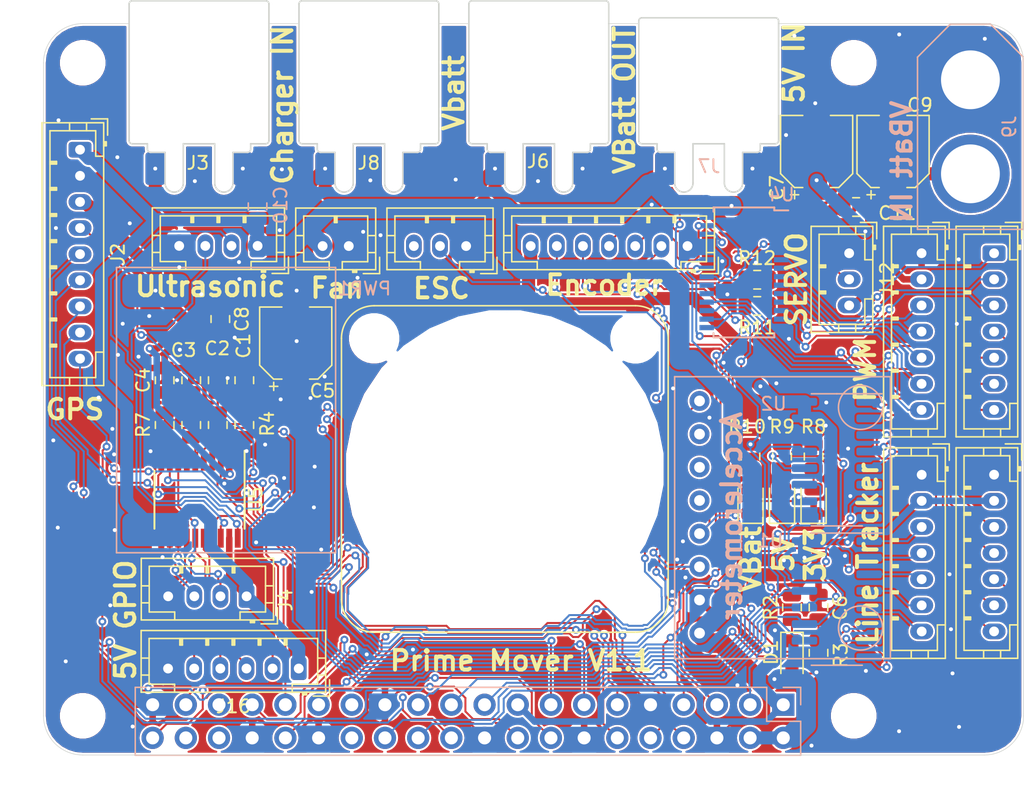
<source format=kicad_pcb>
(kicad_pcb (version 20171130) (host pcbnew "(5.1.4)-1")
  (layers (0 F.Cu signal) (31 B.Cu signal) (34 B.Paste user) (35 F.Paste user) (36 B.SilkS user) (37 F.SilkS user) (38 B.Mask user) (39 F.Mask user) (44 Edge.Cuts user))
  (net 0 "")
  (net 1 GND)
  (net 2 /MCP3008/ADC1_CH6)
  (net 3 /MCP3008/ADC1_CH5)
  (net 4 /MCP3008/ADC0_CH7)
  (net 5 /MCP3008/ADC0_CH6)
  (net 6 VBAT_Read)
  (net 7 "/Accelerometer MPU6050/AD0")
  (net 8 "/Accelerometer MPU6050/XCL")
  (net 9 "/Accelerometer MPU6050/XDA")
  (net 10 I2C_SDA)
  (net 11 I2C_SCL)
  (net 12 +5V)
  (net 13 GPS_RST)
  (net 14 GPS_RX)
  (net 15 GPS_TX)
  (net 16 GPS_RI)
  (net 17 GPS_PWR)
  (net 18 GPS_DTR)
  (net 19 +3V3)
  (net 20 GPIO1)
  (net 21 GPIO0)
  (net 22 B7)
  (net 23 B8)
  (net 24 /PWM_PCA9685/P0)
  (net 25 /PWM_PCA9685/P1)
  (net 26 /PWM_PCA9685/P2)
  (net 27 /PWM_PCA9685/P3)
  (net 28 /PWM_PCA9685/P4)
  (net 29 /PWM_PCA9685/P5)
  (net 30 +BATT)
  (net 31 ECHO_5V)
  (net 32 TRIG_5V)
  (net 33 PWM_ESC)
  (net 34 PWM_Servo)
  (net 35 /PWM_PCA9685/P6)
  (net 36 /PWM_PCA9685/P7)
  (net 37 /PWM_PCA9685/P8)
  (net 38 /PWM_PCA9685/P9)
  (net 39 /PWM_PCA9685/P10)
  (net 40 /PWM_PCA9685/P11)
  (net 41 /PWM_PCA9685/P12)
  (net 42 "Net-(J14-Pad7)")
  (net 43 "Net-(J14-Pad6)")
  (net 44 "Net-(J14-Pad5)")
  (net 45 "Net-(J14-Pad4)")
  (net 46 "Net-(J14-Pad3)")
  (net 47 "Net-(J15-Pad7)")
  (net 48 "Net-(J15-Pad6)")
  (net 49 "Net-(J15-Pad5)")
  (net 50 "Net-(J15-Pad4)")
  (net 51 "Net-(J15-Pad3)")
  (net 52 ENC_OUT)
  (net 53 DIR)
  (net 54 PGO)
  (net 55 A7)
  (net 56 LVL_OE)
  (net 57 SPI_CS_ADC0)
  (net 58 SPI_CS_ADC1)
  (net 59 SPI_CLK)
  (net 60 SPI_MISO)
  (net 61 SPI_MOSI)
  (net 62 A8)
  (net 63 TRIG_3V3)
  (net 64 ECHO_3V3)
  (net 65 PWM_~OE)
  (net 66 CH1_A)
  (net 67 CH2_A)
  (net 68 CH3_A)
  (net 69 CH4_A)
  (net 70 PWM_Fan)
  (net 71 "Net-(D2-Pad2)")
  (net 72 "Net-(D3-Pad2)")
  (net 73 "Net-(D4-Pad2)")
  (net 74 GPIO21)
  (net 75 GPIO20)
  (net 76 GPIO19)
  (net 77 GPIO16)
  (net 78 "/Level Shift TXB0108/B6")
  (net 79 "/Level Shift TXB0108/B5")
  (net 80 "/Level Shift TXB0108/B4")
  (net 81 "/Level Shift TXB0108/B3")
  (net 82 /MCP3008/ADC0_CH5)
  (net 83 "Net-(J11-Pad3)")
  (module RascalHat:25mm-FAN (layer F.Cu) (at 35.3 34.1)
    (fp_text reference FAN1 hide)
    (fp_text value FAN)
    (pad "" np_thru_hole circle (at -10 -10) (size 3.556 3.556) (drill 3.556) (layers *.Cu *.Mask))
    (pad "" np_thru_hole circle (at -10 10) (size 3.556 3.556) (drill 3.556) (layers *.Cu *.Mask))
    (pad "" np_thru_hole circle (at 10 10) (size 3.556 3.556) (drill 3.556) (layers *.Cu *.Mask))
    (pad "" np_thru_hole circle (at 10 -10) (size 3.556 3.556) (drill 3.556) (layers *.Cu *.Mask))
    (pad "" np_thru_hole circle (at 0 0 90) (size 24 24) (drill 24) (layers *.Cu *.Mask))
  )
  (module Connector_JST:JST_PH_B7B-PH-K_1x07_P2.00mm_Vertical (layer F.Cu) (at 67.191 17.579 270)
    (fp_text reference J5 hide)
    (fp_text value Conn_01x07_Male)
    (pad 7 thru_hole oval (at 12 0 270) (size 1.2 1.75) (drill 0.75) (layers *.Cu *.Mask) (net 28 /PWM_PCA9685/P4))
    (pad 6 thru_hole oval (at 10 0 270) (size 1.2 1.75) (drill 0.75) (layers *.Cu *.Mask) (net 27 /PWM_PCA9685/P3))
    (pad 5 thru_hole oval (at 8 0 270) (size 1.2 1.75) (drill 0.75) (layers *.Cu *.Mask) (net 26 /PWM_PCA9685/P2))
    (pad 4 thru_hole oval (at 6 0 270) (size 1.2 1.75) (drill 0.75) (layers *.Cu *.Mask) (net 25 /PWM_PCA9685/P1))
    (pad 3 thru_hole oval (at 4 0 270) (size 1.2 1.75) (drill 0.75) (layers *.Cu *.Mask) (net 24 /PWM_PCA9685/P0))
    (pad 2 thru_hole oval (at 2 0 270) (size 1.2 1.75) (drill 0.75) (layers *.Cu *.Mask) (net 12 +5V))
    (pad 1 thru_hole roundrect (at 0 0 270) (size 1.2 1.75) (drill 0.75) (layers *.Cu *.Mask) (roundrect_rratio 0.208333) (net 1 GND))
  )
  (module Connector_JST:JST_PH_B7B-PH-K_1x07_P2.00mm_Vertical (layer F.Cu) (at 72.74 17.579 270)
    (fp_text reference J13 hide)
    (fp_text value Conn_01x07_Male)
    (pad 7 thru_hole oval (at 12 0 270) (size 1.2 1.75) (drill 0.75) (layers *.Cu *.Mask) (net 40 /PWM_PCA9685/P11))
    (pad 6 thru_hole oval (at 10 0 270) (size 1.2 1.75) (drill 0.75) (layers *.Cu *.Mask) (net 39 /PWM_PCA9685/P10))
    (pad 5 thru_hole oval (at 8 0 270) (size 1.2 1.75) (drill 0.75) (layers *.Cu *.Mask) (net 38 /PWM_PCA9685/P9))
    (pad 4 thru_hole oval (at 6 0 270) (size 1.2 1.75) (drill 0.75) (layers *.Cu *.Mask) (net 37 /PWM_PCA9685/P8))
    (pad 3 thru_hole oval (at 4 0 270) (size 1.2 1.75) (drill 0.75) (layers *.Cu *.Mask) (net 36 /PWM_PCA9685/P7))
    (pad 2 thru_hole oval (at 2 0 270) (size 1.2 1.75) (drill 0.75) (layers *.Cu *.Mask) (net 35 /PWM_PCA9685/P6))
    (pad 1 thru_hole roundrect (at 0 0 270) (size 1.2 1.75) (drill 0.75) (layers *.Cu *.Mask) (roundrect_rratio 0.208333) (net 29 /PWM_PCA9685/P5))
  )
  (module Connector_JST:JST_PH_B7B-PH-K_1x07_P2.00mm_Vertical (layer F.Cu) (at 49.28 17.03 180)
    (fp_text reference J18 hide)
    (fp_text value Conn_01x07_Male)
    (pad 7 thru_hole oval (at 12 0 180) (size 1.2 1.75) (drill 0.75) (layers *.Cu *.Mask) (net 19 +3V3))
    (pad 6 thru_hole oval (at 10 0 180) (size 1.2 1.75) (drill 0.75) (layers *.Cu *.Mask) (net 52 ENC_OUT))
    (pad 5 thru_hole oval (at 8 0 180) (size 1.2 1.75) (drill 0.75) (layers *.Cu *.Mask) (net 53 DIR))
    (pad 4 thru_hole oval (at 6 0 180) (size 1.2 1.75) (drill 0.75) (layers *.Cu *.Mask) (net 11 I2C_SCL))
    (pad 3 thru_hole oval (at 4 0 180) (size 1.2 1.75) (drill 0.75) (layers *.Cu *.Mask) (net 10 I2C_SDA))
    (pad 2 thru_hole oval (at 2 0 180) (size 1.2 1.75) (drill 0.75) (layers *.Cu *.Mask) (net 54 PGO))
    (pad 1 thru_hole roundrect (at 0 0 180) (size 1.2 1.75) (drill 0.75) (layers *.Cu *.Mask) (roundrect_rratio 0.208333) (net 1 GND))
  )
  (module Connector_JST:JST_PH_B2B-PH-K_1x02_P2.00mm_Vertical (layer F.Cu) (at 23.36 17.03 180)
    (fp_text reference J17 hide)
    (fp_text value Conn_01x02_Male)
    (pad 2 thru_hole oval (at 2 0 180) (size 1.2 1.75) (drill 0.75) (layers *.Cu *.Mask) (net 12 +5V))
    (pad 1 thru_hole roundrect (at 0 0 180) (size 1.2 1.75) (drill 0.75) (layers *.Cu *.Mask) (roundrect_rratio 0.208333) (net 1 GND))
  )
  (module Connector_JST:JST_PH_B6B-PH-K_1x06_P2.00mm_Vertical (layer F.Cu) (at 19.53 49.38 180)
    (fp_text reference J16 (at 5 -2.9) (layer F.SilkS))
    (fp_text value Conn_01x06_Male)
    (pad 6 thru_hole oval (at 10 0 180) (size 1.2 1.75) (drill 0.75) (layers *.Cu *.Mask) (net 1 GND))
    (pad 5 thru_hole oval (at 8 0 180) (size 1.2 1.75) (drill 0.75) (layers *.Cu *.Mask) (net 78 "/Level Shift TXB0108/B6"))
    (pad 4 thru_hole oval (at 6 0 180) (size 1.2 1.75) (drill 0.75) (layers *.Cu *.Mask) (net 79 "/Level Shift TXB0108/B5"))
    (pad 3 thru_hole oval (at 4 0 180) (size 1.2 1.75) (drill 0.75) (layers *.Cu *.Mask) (net 80 "/Level Shift TXB0108/B4"))
    (pad 2 thru_hole oval (at 2 0 180) (size 1.2 1.75) (drill 0.75) (layers *.Cu *.Mask) (net 81 "/Level Shift TXB0108/B3"))
    (pad 1 thru_hole roundrect (at 0 0 180) (size 1.2 1.75) (drill 0.75) (layers *.Cu *.Mask) (roundrect_rratio 0.208333) (net 12 +5V))
  )
  (module Connector_JST:JST_PH_B7B-PH-K_1x07_P2.00mm_Vertical (layer F.Cu) (at 67.2 34.542 270)
    (fp_text reference J15 hide)
    (fp_text value Conn_01x07_Male)
    (pad 7 thru_hole oval (at 12 0 270) (size 1.2 1.75) (drill 0.75) (layers *.Cu *.Mask) (net 47 "Net-(J15-Pad7)"))
    (pad 6 thru_hole oval (at 10 0 270) (size 1.2 1.75) (drill 0.75) (layers *.Cu *.Mask) (net 48 "Net-(J15-Pad6)"))
    (pad 5 thru_hole oval (at 8 0 270) (size 1.2 1.75) (drill 0.75) (layers *.Cu *.Mask) (net 49 "Net-(J15-Pad5)"))
    (pad 4 thru_hole oval (at 6 0 270) (size 1.2 1.75) (drill 0.75) (layers *.Cu *.Mask) (net 50 "Net-(J15-Pad4)"))
    (pad 3 thru_hole oval (at 4 0 270) (size 1.2 1.75) (drill 0.75) (layers *.Cu *.Mask) (net 51 "Net-(J15-Pad3)"))
    (pad 2 thru_hole oval (at 2 0 270) (size 1.2 1.75) (drill 0.75) (layers *.Cu *.Mask) (net 12 +5V))
    (pad 1 thru_hole roundrect (at 0 0 270) (size 1.2 1.75) (drill 0.75) (layers *.Cu *.Mask) (roundrect_rratio 0.208333) (net 1 GND))
  )
  (module Connector_JST:JST_PH_B7B-PH-K_1x07_P2.00mm_Vertical (layer F.Cu) (at 72.74 34.537 270)
    (fp_text reference J14 hide)
    (fp_text value Conn_01x07_Male)
    (pad 7 thru_hole oval (at 12 0 270) (size 1.2 1.75) (drill 0.75) (layers *.Cu *.Mask) (net 42 "Net-(J14-Pad7)"))
    (pad 6 thru_hole oval (at 10 0 270) (size 1.2 1.75) (drill 0.75) (layers *.Cu *.Mask) (net 43 "Net-(J14-Pad6)"))
    (pad 5 thru_hole oval (at 8 0 270) (size 1.2 1.75) (drill 0.75) (layers *.Cu *.Mask) (net 44 "Net-(J14-Pad5)"))
    (pad 4 thru_hole oval (at 6 0 270) (size 1.2 1.75) (drill 0.75) (layers *.Cu *.Mask) (net 45 "Net-(J14-Pad4)"))
    (pad 3 thru_hole oval (at 4 0 270) (size 1.2 1.75) (drill 0.75) (layers *.Cu *.Mask) (net 46 "Net-(J14-Pad3)"))
    (pad 2 thru_hole oval (at 2 0 270) (size 1.2 1.75) (drill 0.75) (layers *.Cu *.Mask) (net 12 +5V))
    (pad 1 thru_hole roundrect (at 0 0 270) (size 1.2 1.75) (drill 0.75) (layers *.Cu *.Mask) (roundrect_rratio 0.208333) (net 1 GND))
  )
  (module Connector_JST:JST_PH_B3B-PH-K_1x03_P2.00mm_Vertical (layer F.Cu) (at 61.65 17.58 270)
    (fp_text reference J12 (at 2 -2.9 90) (layer F.SilkS))
    (fp_text value Conn_01x03_Male)
    (pad 3 thru_hole oval (at 4 0 270) (size 1.2 1.75) (drill 0.75) (layers *.Cu *.Mask) (net 12 +5V))
    (pad 2 thru_hole oval (at 2 0 270) (size 1.2 1.75) (drill 0.75) (layers *.Cu *.Mask) (net 34 PWM_Servo))
    (pad 1 thru_hole roundrect (at 0 0 270) (size 1.2 1.75) (drill 0.75) (layers *.Cu *.Mask) (roundrect_rratio 0.208333) (net 1 GND))
  )
  (module Connector_JST:JST_PH_B3B-PH-K_1x03_P2.00mm_Vertical (layer F.Cu) (at 32.34 17.03 180)
    (fp_text reference J11 hide)
    (fp_text value Conn_01x03_Male)
    (pad 3 thru_hole oval (at 4 0 180) (size 1.2 1.75) (drill 0.75) (layers *.Cu *.Mask) (net 83 "Net-(J11-Pad3)"))
    (pad 2 thru_hole oval (at 2 0 180) (size 1.2 1.75) (drill 0.75) (layers *.Cu *.Mask) (net 33 PWM_ESC))
    (pad 1 thru_hole roundrect (at 0 0 180) (size 1.2 1.75) (drill 0.75) (layers *.Cu *.Mask) (roundrect_rratio 0.208333) (net 1 GND))
  )
  (module Connector_JST:JST_PH_B4B-PH-K_1x04_P2.00mm_Vertical (layer F.Cu) (at 16.383 17.018 180)
    (fp_text reference J10 hide)
    (fp_text value Conn_01x04_Male)
    (pad 4 thru_hole oval (at 6 0 180) (size 1.2 1.75) (drill 0.75) (layers *.Cu *.Mask) (net 1 GND))
    (pad 3 thru_hole oval (at 4 0 180) (size 1.2 1.75) (drill 0.75) (layers *.Cu *.Mask) (net 31 ECHO_5V))
    (pad 2 thru_hole oval (at 2 0 180) (size 1.2 1.75) (drill 0.75) (layers *.Cu *.Mask) (net 32 TRIG_5V))
    (pad 1 thru_hole roundrect (at 0 0 180) (size 1.2 1.75) (drill 0.75) (layers *.Cu *.Mask) (roundrect_rratio 0.208333) (net 12 +5V))
  )
  (module Connector_JST:JST_PH_B4B-PH-K_1x04_P2.00mm_Vertical (layer F.Cu) (at 15.54 43.85 180)
    (fp_text reference J4 (at -2.99 -0.29 90) (layer F.SilkS))
    (fp_text value Conn_01x04_Male)
    (pad 4 thru_hole oval (at 6 0 180) (size 1.2 1.75) (drill 0.75) (layers *.Cu *.Mask) (net 1 GND))
    (pad 3 thru_hole oval (at 4 0 180) (size 1.2 1.75) (drill 0.75) (layers *.Cu *.Mask) (net 23 B8))
    (pad 2 thru_hole oval (at 2 0 180) (size 1.2 1.75) (drill 0.75) (layers *.Cu *.Mask) (net 22 B7))
    (pad 1 thru_hole roundrect (at 0 0 180) (size 1.2 1.75) (drill 0.75) (layers *.Cu *.Mask) (roundrect_rratio 0.208333) (net 12 +5V))
  )
  (module Connector_JST:JST_PH_B9B-PH-K_1x09_P2.00mm_Vertical (layer F.Cu) (at 2.794 9.652 270)
    (fp_text reference J2 (at 8 -2.9 90) (layer F.SilkS))
    (fp_text value Conn_01x09_Male)
    (pad 9 thru_hole oval (at 16 0 270) (size 1.2 1.75) (drill 0.75) (layers *.Cu *.Mask) (net 13 GPS_RST))
    (pad 8 thru_hole oval (at 14 0 270) (size 1.2 1.75) (drill 0.75) (layers *.Cu *.Mask) (net 14 GPS_RX))
    (pad 7 thru_hole oval (at 12 0 270) (size 1.2 1.75) (drill 0.75) (layers *.Cu *.Mask) (net 15 GPS_TX))
    (pad 6 thru_hole oval (at 10 0 270) (size 1.2 1.75) (drill 0.75) (layers *.Cu *.Mask) (net 16 GPS_RI))
    (pad 5 thru_hole oval (at 8 0 270) (size 1.2 1.75) (drill 0.75) (layers *.Cu *.Mask) (net 17 GPS_PWR))
    (pad 4 thru_hole oval (at 6 0 270) (size 1.2 1.75) (drill 0.75) (layers *.Cu *.Mask) (net 18 GPS_DTR))
    (pad 3 thru_hole oval (at 4 0 270) (size 1.2 1.75) (drill 0.75) (layers *.Cu *.Mask) (net 19 +3V3))
    (pad 2 thru_hole oval (at 2 0 270) (size 1.2 1.75) (drill 0.75) (layers *.Cu *.Mask) (net 1 GND))
    (pad 1 thru_hole roundrect (at 0 0 270) (size 1.2 1.75) (drill 0.75) (layers *.Cu *.Mask) (roundrect_rratio 0.208333) (net 12 +5V))
  )
  (module RascalHat:MPU-6050-Module (layer B.Cu) (at 50.2 46.72)
    (fp_text reference J1 hide)
    (fp_text value Conn_01x08_Male)
    (pad 8 thru_hole circle (at 0 -17.83) (size 1.524 1.524) (drill 0.825) (layers *.Cu *.Mask) (net 74 GPIO21))
    (pad 7 thru_hole circle (at 0 -15.29) (size 1.524 1.524) (drill 0.825) (layers *.Cu *.Mask) (net 7 "/Accelerometer MPU6050/AD0"))
    (pad 6 thru_hole circle (at 0 -12.75) (size 1.524 1.524) (drill 0.825) (layers *.Cu *.Mask) (net 8 "/Accelerometer MPU6050/XCL"))
    (pad 5 thru_hole circle (at 0 -10.21) (size 1.524 1.524) (drill 0.825) (layers *.Cu *.Mask) (net 9 "/Accelerometer MPU6050/XDA"))
    (pad 4 thru_hole circle (at 0 -7.67) (size 1.524 1.524) (drill 0.825) (layers *.Cu *.Mask) (net 10 I2C_SDA))
    (pad 3 thru_hole circle (at 0 -5.13) (size 1.524 1.524) (drill 0.825) (layers *.Cu *.Mask) (net 11 I2C_SCL))
    (pad 2 thru_hole circle (at 0 -2.59) (size 1.524 1.524) (drill 0.825) (layers *.Cu *.Mask) (net 1 GND))
    (pad 1 thru_hole circle (at 0 -0.05) (size 1.524 1.524) (drill 0.825) (layers *.Cu *.Mask) (net 12 +5V))
  )
  (module RascalHat:XT30U-M-Horizontal (layer F.Cu) (at 24.9 9.2 180)
    (fp_text reference J8 (at 0.008 -1.468) (layer F.SilkS))
    (fp_text value Conn_01x02_Male)
    (fp_line (start -1.2 0) (end 1.2 0) (layer Edge.Cuts) (width 0.12))
    (fp_line (start 1.2 -3) (end 1.2 0) (layer Edge.Cuts) (width 0.12))
    (fp_arc (start 1.9 -3) (end 1.2 -3) (angle 180) (layer Edge.Cuts) (width 0.12))
    (fp_line (start 2.6 -0.66) (end 2.6 -3) (layer Edge.Cuts) (width 0.12))
    (fp_line (start 3.7 -0.66) (end 2.6 -0.66) (layer Edge.Cuts) (width 0.12))
    (fp_line (start 3.95 0) (end 3.95 -0.41) (layer Edge.Cuts) (width 0.12))
    (fp_arc (start 3.7 -0.41) (end 3.7 -0.66) (angle 90) (layer Edge.Cuts) (width 0.12))
    (fp_line (start -1.2 -3) (end -1.2 0) (layer Edge.Cuts) (width 0.12))
    (fp_arc (start -1.9 -3) (end -1.2 -3) (angle -180) (layer Edge.Cuts) (width 0.12))
    (fp_line (start -2.6 -0.66) (end -2.6 -3) (layer Edge.Cuts) (width 0.12))
    (fp_line (start -3.7 -0.66) (end -2.6 -0.66) (layer Edge.Cuts) (width 0.12))
    (fp_arc (start -3.7 -0.41) (end -3.7 -0.66) (angle -90) (layer Edge.Cuts) (width 0.12))
    (fp_line (start -3.95 0) (end -3.95 -0.41) (layer Edge.Cuts) (width 0.12))
    (fp_line (start 3.95 0) (end 5.1 0) (layer Edge.Cuts) (width 0.12))
    (fp_line (start -5.1 0) (end -3.95 0) (layer Edge.Cuts) (width 0.12))
    (fp_arc (start -5.1 0.25) (end -5.1 0) (angle -90) (layer Edge.Cuts) (width 0.12))
    (fp_arc (start 5.1 0.25) (end 5.35 0.25) (angle -90) (layer Edge.Cuts) (width 0.12))
    (fp_arc (start 5.1 10.7) (end 5.1 10.95) (angle -90) (layer Edge.Cuts) (width 0.12))
    (fp_arc (start -5.1 10.7) (end -5.35 10.7) (angle -90) (layer Edge.Cuts) (width 0.12))
    (fp_line (start -5.1 10.95) (end 5.1 10.95) (layer Edge.Cuts) (width 0.12))
    (fp_line (start 5.35 0.25) (end 5.35 10.7) (layer Edge.Cuts) (width 0.12))
    (fp_line (start -5.35 10.7) (end -5.35 0.25) (layer Edge.Cuts) (width 0.12))
    (pad 2 smd roundrect (at 3.35 -1.9 180) (size 1.5 2.5) (layers B.Cu B.Paste B.Mask) (roundrect_rratio 0.167) (net 30 +BATT))
    (pad 1 smd roundrect (at -3.35 -1.9) (size 1.5 2.5) (layers B.Cu B.Paste B.Mask) (roundrect_rratio 0.167) (net 1 GND))
    (pad 2 smd roundrect (at 3.35 -1.9 180) (size 1.5 2.5) (layers F.Cu F.Paste F.Mask) (roundrect_rratio 0.167) (net 30 +BATT))
    (pad 1 smd roundrect (at -3.35 -1.9 180) (size 1.5 2.5) (layers F.Cu F.Paste F.Mask) (roundrect_rratio 0.167) (net 1 GND))
  )
  (module Capacitor_SMD:C_0805_2012Metric (layer F.Cu) (at 62.1825 14.04)
    (fp_text reference C11 (at 3.1475 0.47 180) (layer F.SilkS))
    (fp_text value 0.1uF)
    (pad 2 smd roundrect (at 0.9375 0) (size 0.975 1.4) (layers F.Cu F.Paste F.Mask) (net 1 GND))
    (pad 1 smd roundrect (at -0.9375 0) (size 0.975 1.4) (layers F.Cu F.Paste F.Mask) (net 30 +BATT))
  )
  (module Capacitor_SMD:C_0805_2012Metric (layer B.Cu) (at 16.38 13.99 90)
    (fp_text reference C10 (at 0.09 1.76 90) (layer B.SilkS) (effects (justify mirror)))
    (fp_text value 0.1uF)
    (pad 2 smd roundrect (at 0.9375 0 90) (size 0.975 1.4) (layers B.Cu B.Paste B.Mask) (net 1 GND))
    (pad 1 smd roundrect (at -0.9375 0 90) (size 0.975 1.4) (layers B.Cu B.Paste B.Mask) (net 12 +5V))
  )
  (module Capacitor_SMD:CP_Elec_5x5.3 (layer F.Cu) (at 65.01 9.79 90)
    (fp_text reference C9 (at 3.56 2.06 180) (layer F.SilkS))
    (fp_text value "27uF 16V")
    (pad 2 smd roundrect (at 2.2 0 90) (size 3 1.6) (layers F.Cu F.Paste F.Mask) (roundrect_rratio 0.15625) (net 1 GND))
    (pad 1 smd roundrect (at -2.2 0 90) (size 3 1.6) (layers F.Cu F.Paste F.Mask) (roundrect_rratio 0.15625) (net 30 +BATT))
  )
  (module Capacitor_SMD:C_0805_2012Metric (layer F.Cu) (at 13.53 22.62 270)
    (fp_text reference C8 (at 0 -1.65 270) (layer F.SilkS))
    (fp_text value 0.1uF)
    (pad 2 smd roundrect (at 0.9375 0 270) (size 0.975 1.4) (layers F.Cu F.Paste F.Mask) (net 1 GND))
    (pad 1 smd roundrect (at -0.9375 0 270) (size 0.975 1.4) (layers F.Cu F.Paste F.Mask) (net 19 +3V3))
  )
  (module Capacitor_SMD:CP_Elec_5x5.3 (layer F.Cu) (at 59.16 9.79 90)
    (fp_text reference C7 (at -2.78 -3.04 90) (layer F.SilkS))
    (fp_text value "27uF 16V")
    (pad 2 smd roundrect (at 2.2 0 90) (size 3 1.6) (layers F.Cu F.Paste F.Mask) (roundrect_rratio 0.15625) (net 1 GND))
    (pad 1 smd roundrect (at -2.2 0 90) (size 3 1.6) (layers F.Cu F.Paste F.Mask) (roundrect_rratio 0.15625) (net 12 +5V))
  )
  (module Capacitor_SMD:CP_Elec_5x5.3 (layer F.Cu) (at 19.3 24.46 90)
    (fp_text reference C5 (at -3.66 2.04 180) (layer F.SilkS))
    (fp_text value "27uF 16V")
    (pad 2 smd roundrect (at 2.2 0 90) (size 3 1.6) (layers F.Cu F.Paste F.Mask) (roundrect_rratio 0.15625) (net 1 GND))
    (pad 1 smd roundrect (at -2.2 0 90) (size 3 1.6) (layers F.Cu F.Paste F.Mask) (roundrect_rratio 0.15625) (net 19 +3V3))
  )
  (module Connector_PinSocket_2.54mm:PinSocket_2x20_P2.54mm_Vertical (layer B.Cu) (at 56.61 52.15 90)
    (fp_text reference R1 hide)
    (fp_text value Raspberry_Pi_2_3)
    (pad 40 thru_hole oval (at -2.54 -48.26 90) (size 1.7 1.7) (drill 1) (layers *.Cu *.Mask) (net 74 GPIO21))
    (pad 39 thru_hole oval (at 0 -48.26 90) (size 1.7 1.7) (drill 1) (layers *.Cu *.Mask) (net 1 GND))
    (pad 38 thru_hole oval (at -2.54 -45.72 90) (size 1.7 1.7) (drill 1) (layers *.Cu *.Mask) (net 75 GPIO20))
    (pad 37 thru_hole oval (at 0 -45.72 90) (size 1.7 1.7) (drill 1) (layers *.Cu *.Mask) (net 55 A7))
    (pad 36 thru_hole oval (at -2.54 -43.18 90) (size 1.7 1.7) (drill 1) (layers *.Cu *.Mask) (net 77 GPIO16))
    (pad 35 thru_hole oval (at 0 -43.18 90) (size 1.7 1.7) (drill 1) (layers *.Cu *.Mask) (net 76 GPIO19))
    (pad 34 thru_hole oval (at -2.54 -40.64 90) (size 1.7 1.7) (drill 1) (layers *.Cu *.Mask) (net 1 GND))
    (pad 33 thru_hole oval (at 0 -40.64 90) (size 1.7 1.7) (drill 1) (layers *.Cu *.Mask) (net 54 PGO))
    (pad 32 thru_hole oval (at -2.54 -38.1 90) (size 1.7 1.7) (drill 1) (layers *.Cu *.Mask) (net 53 DIR))
    (pad 31 thru_hole oval (at 0 -38.1 90) (size 1.7 1.7) (drill 1) (layers *.Cu *.Mask) (net 56 LVL_OE))
    (pad 30 thru_hole oval (at -2.54 -35.56 90) (size 1.7 1.7) (drill 1) (layers *.Cu *.Mask) (net 1 GND))
    (pad 29 thru_hole oval (at 0 -35.56 90) (size 1.7 1.7) (drill 1) (layers *.Cu *.Mask) (net 52 ENC_OUT))
    (pad 28 thru_hole oval (at -2.54 -33.02 90) (size 1.7 1.7) (drill 1) (layers *.Cu *.Mask) (net 20 GPIO1))
    (pad 27 thru_hole oval (at 0 -33.02 90) (size 1.7 1.7) (drill 1) (layers *.Cu *.Mask) (net 21 GPIO0))
    (pad 26 thru_hole oval (at -2.54 -30.48 90) (size 1.7 1.7) (drill 1) (layers *.Cu *.Mask) (net 57 SPI_CS_ADC0))
    (pad 25 thru_hole oval (at 0 -30.48 90) (size 1.7 1.7) (drill 1) (layers *.Cu *.Mask) (net 1 GND))
    (pad 24 thru_hole oval (at -2.54 -27.94 90) (size 1.7 1.7) (drill 1) (layers *.Cu *.Mask) (net 58 SPI_CS_ADC1))
    (pad 23 thru_hole oval (at 0 -27.94 90) (size 1.7 1.7) (drill 1) (layers *.Cu *.Mask) (net 59 SPI_CLK))
    (pad 22 thru_hole oval (at -2.54 -25.4 90) (size 1.7 1.7) (drill 1) (layers *.Cu *.Mask) (net 13 GPS_RST))
    (pad 21 thru_hole oval (at 0 -25.4 90) (size 1.7 1.7) (drill 1) (layers *.Cu *.Mask) (net 60 SPI_MISO))
    (pad 20 thru_hole oval (at -2.54 -22.86 90) (size 1.7 1.7) (drill 1) (layers *.Cu *.Mask) (net 1 GND))
    (pad 19 thru_hole oval (at 0 -22.86 90) (size 1.7 1.7) (drill 1) (layers *.Cu *.Mask) (net 61 SPI_MOSI))
    (pad 18 thru_hole oval (at -2.54 -20.32 90) (size 1.7 1.7) (drill 1) (layers *.Cu *.Mask) (net 16 GPS_RI))
    (pad 17 thru_hole oval (at 0 -20.32 90) (size 1.7 1.7) (drill 1) (layers *.Cu *.Mask) (net 19 +3V3))
    (pad 16 thru_hole oval (at -2.54 -17.78 90) (size 1.7 1.7) (drill 1) (layers *.Cu *.Mask) (net 17 GPS_PWR))
    (pad 15 thru_hole oval (at 0 -17.78 90) (size 1.7 1.7) (drill 1) (layers *.Cu *.Mask) (net 18 GPS_DTR))
    (pad 14 thru_hole oval (at -2.54 -15.24 90) (size 1.7 1.7) (drill 1) (layers *.Cu *.Mask) (net 1 GND))
    (pad 13 thru_hole oval (at 0 -15.24 90) (size 1.7 1.7) (drill 1) (layers *.Cu *.Mask) (net 62 A8))
    (pad 12 thru_hole oval (at -2.54 -12.7 90) (size 1.7 1.7) (drill 1) (layers *.Cu *.Mask) (net 63 TRIG_3V3))
    (pad 11 thru_hole oval (at 0 -12.7 90) (size 1.7 1.7) (drill 1) (layers *.Cu *.Mask) (net 64 ECHO_3V3))
    (pad 10 thru_hole oval (at -2.54 -10.16 90) (size 1.7 1.7) (drill 1) (layers *.Cu *.Mask) (net 15 GPS_TX))
    (pad 9 thru_hole oval (at 0 -10.16 90) (size 1.7 1.7) (drill 1) (layers *.Cu *.Mask) (net 1 GND))
    (pad 8 thru_hole oval (at -2.54 -7.62 90) (size 1.7 1.7) (drill 1) (layers *.Cu *.Mask) (net 14 GPS_RX))
    (pad 7 thru_hole oval (at 0 -7.62 90) (size 1.7 1.7) (drill 1) (layers *.Cu *.Mask) (net 65 PWM_~OE))
    (pad 6 thru_hole oval (at -2.54 -5.08 90) (size 1.7 1.7) (drill 1) (layers *.Cu *.Mask) (net 1 GND))
    (pad 5 thru_hole oval (at 0 -5.08 90) (size 1.7 1.7) (drill 1) (layers *.Cu *.Mask) (net 11 I2C_SCL))
    (pad 4 thru_hole oval (at -2.54 -2.54 90) (size 1.7 1.7) (drill 1) (layers *.Cu *.Mask) (net 12 +5V))
    (pad 3 thru_hole oval (at 0 -2.54 90) (size 1.7 1.7) (drill 1) (layers *.Cu *.Mask) (net 10 I2C_SDA))
    (pad 2 thru_hole oval (at -2.54 0 90) (size 1.7 1.7) (drill 1) (layers *.Cu *.Mask) (net 12 +5V))
    (pad 1 thru_hole rect (at 0 0 90) (size 1.7 1.7) (drill 1) (layers *.Cu *.Mask) (net 19 +3V3))
  )
  (module RascalHat:XT30U-M-Horizontal (layer F.Cu) (at 11.9 9.2 180)
    (fp_text reference J3 (at 0.089 -1.468) (layer F.SilkS))
    (fp_text value Conn_01x02_Male)
    (fp_line (start -1.2 0) (end 1.2 0) (layer Edge.Cuts) (width 0.12))
    (fp_line (start 1.2 -3) (end 1.2 0) (layer Edge.Cuts) (width 0.12))
    (fp_arc (start 1.9 -3) (end 1.2 -3) (angle 180) (layer Edge.Cuts) (width 0.12))
    (fp_line (start 2.6 -0.66) (end 2.6 -3) (layer Edge.Cuts) (width 0.12))
    (fp_line (start 3.7 -0.66) (end 2.6 -0.66) (layer Edge.Cuts) (width 0.12))
    (fp_line (start 3.95 0) (end 3.95 -0.41) (layer Edge.Cuts) (width 0.12))
    (fp_arc (start 3.7 -0.41) (end 3.7 -0.66) (angle 90) (layer Edge.Cuts) (width 0.12))
    (fp_line (start -1.2 -3) (end -1.2 0) (layer Edge.Cuts) (width 0.12))
    (fp_arc (start -1.9 -3) (end -1.2 -3) (angle -180) (layer Edge.Cuts) (width 0.12))
    (fp_line (start -2.6 -0.66) (end -2.6 -3) (layer Edge.Cuts) (width 0.12))
    (fp_line (start -3.7 -0.66) (end -2.6 -0.66) (layer Edge.Cuts) (width 0.12))
    (fp_arc (start -3.7 -0.41) (end -3.7 -0.66) (angle -90) (layer Edge.Cuts) (width 0.12))
    (fp_line (start -3.95 0) (end -3.95 -0.41) (layer Edge.Cuts) (width 0.12))
    (fp_line (start 3.95 0) (end 5.1 0) (layer Edge.Cuts) (width 0.12))
    (fp_line (start -5.1 0) (end -3.95 0) (layer Edge.Cuts) (width 0.12))
    (fp_arc (start -5.1 0.25) (end -5.1 0) (angle -90) (layer Edge.Cuts) (width 0.12))
    (fp_arc (start 5.1 0.25) (end 5.35 0.25) (angle -90) (layer Edge.Cuts) (width 0.12))
    (fp_arc (start 5.1 10.7) (end 5.1 10.95) (angle -90) (layer Edge.Cuts) (width 0.12))
    (fp_arc (start -5.1 10.7) (end -5.35 10.7) (angle -90) (layer Edge.Cuts) (width 0.12))
    (fp_line (start -5.1 10.95) (end 5.1 10.95) (layer Edge.Cuts) (width 0.12))
    (fp_line (start 5.35 0.25) (end 5.35 10.7) (layer Edge.Cuts) (width 0.12))
    (fp_line (start -5.35 10.7) (end -5.35 0.25) (layer Edge.Cuts) (width 0.12))
    (pad 2 smd roundrect (at 3.35 -1.9 180) (size 1.5 2.5) (layers B.Cu B.Paste B.Mask) (roundrect_rratio 0.167) (net 30 +BATT))
    (pad 1 smd roundrect (at -3.35 -1.9) (size 1.5 2.5) (layers B.Cu B.Paste B.Mask) (roundrect_rratio 0.167) (net 1 GND))
    (pad 2 smd roundrect (at 3.35 -1.9 180) (size 1.5 2.5) (layers F.Cu F.Paste F.Mask) (roundrect_rratio 0.167) (net 30 +BATT))
    (pad 1 smd roundrect (at -3.35 -1.9 180) (size 1.5 2.5) (layers F.Cu F.Paste F.Mask) (roundrect_rratio 0.167) (net 1 GND))
  )
  (module Package_SO:TSSOP-20_4.4x6.5mm_P0.65mm (layer F.Cu) (at 11.938 36.449 270)
    (fp_text reference U5 (at 0 -4.3 90) (layer F.SilkS))
    (fp_text value TXB0108PWR)
    (pad 20 smd rect (at 2.95 -2.925 270) (size 1.45 0.45) (layers F.Cu F.Paste F.Mask) (net 31 ECHO_5V))
    (pad 19 smd rect (at 2.95 -2.275 270) (size 1.45 0.45) (layers F.Cu F.Paste F.Mask) (net 12 +5V))
    (pad 18 smd rect (at 2.95 -1.625 270) (size 1.45 0.45) (layers F.Cu F.Paste F.Mask) (net 32 TRIG_5V))
    (pad 17 smd rect (at 2.95 -0.975 270) (size 1.45 0.45) (layers F.Cu F.Paste F.Mask) (net 81 "/Level Shift TXB0108/B3"))
    (pad 16 smd rect (at 2.95 -0.325 270) (size 1.45 0.45) (layers F.Cu F.Paste F.Mask) (net 80 "/Level Shift TXB0108/B4"))
    (pad 15 smd rect (at 2.95 0.325 270) (size 1.45 0.45) (layers F.Cu F.Paste F.Mask) (net 79 "/Level Shift TXB0108/B5"))
    (pad 14 smd rect (at 2.95 0.975 270) (size 1.45 0.45) (layers F.Cu F.Paste F.Mask) (net 78 "/Level Shift TXB0108/B6"))
    (pad 13 smd rect (at 2.95 1.625 270) (size 1.45 0.45) (layers F.Cu F.Paste F.Mask) (net 22 B7))
    (pad 12 smd rect (at 2.95 2.275 270) (size 1.45 0.45) (layers F.Cu F.Paste F.Mask) (net 23 B8))
    (pad 11 smd rect (at 2.95 2.925 270) (size 1.45 0.45) (layers F.Cu F.Paste F.Mask) (net 1 GND))
    (pad 10 smd rect (at -2.95 2.925 270) (size 1.45 0.45) (layers F.Cu F.Paste F.Mask) (net 56 LVL_OE))
    (pad 9 smd rect (at -2.95 2.275 270) (size 1.45 0.45) (layers F.Cu F.Paste F.Mask) (net 62 A8))
    (pad 8 smd rect (at -2.95 1.625 270) (size 1.45 0.45) (layers F.Cu F.Paste F.Mask) (net 55 A7))
    (pad 7 smd rect (at -2.95 0.975 270) (size 1.45 0.45) (layers F.Cu F.Paste F.Mask) (net 69 CH4_A))
    (pad 6 smd rect (at -2.95 0.325 270) (size 1.45 0.45) (layers F.Cu F.Paste F.Mask) (net 68 CH3_A))
    (pad 5 smd rect (at -2.95 -0.325 270) (size 1.45 0.45) (layers F.Cu F.Paste F.Mask) (net 67 CH2_A))
    (pad 4 smd rect (at -2.95 -0.975 270) (size 1.45 0.45) (layers F.Cu F.Paste F.Mask) (net 66 CH1_A))
    (pad 3 smd rect (at -2.95 -1.625 270) (size 1.45 0.45) (layers F.Cu F.Paste F.Mask) (net 63 TRIG_3V3))
    (pad 2 smd rect (at -2.95 -2.275 270) (size 1.45 0.45) (layers F.Cu F.Paste F.Mask) (net 19 +3V3))
    (pad 1 smd rect (at -2.95 -2.925 270) (size 1.45 0.45) (layers F.Cu F.Paste F.Mask) (net 64 ECHO_3V3))
  )
  (module Package_SO:SOIC-16_3.9x9.9mm_P1.27mm (layer B.Cu) (at 60.706 33.401 180)
    (fp_text reference U2 (at 4.836 4.291) (layer B.SilkS) (effects (justify mirror)))
    (fp_text value MCP3008-I_P)
    (pad 16 smd roundrect (at 2.475 4.445 180) (size 1.95 0.6) (layers B.Cu B.Paste B.Mask) (net 19 +3V3))
    (pad 15 smd roundrect (at 2.475 3.175 180) (size 1.95 0.6) (layers B.Cu B.Paste B.Mask) (net 19 +3V3))
    (pad 14 smd roundrect (at 2.475 1.905 180) (size 1.95 0.6) (layers B.Cu B.Paste B.Mask) (net 1 GND))
    (pad 13 smd roundrect (at 2.475 0.635 180) (size 1.95 0.6) (layers B.Cu B.Paste B.Mask) (net 59 SPI_CLK))
    (pad 12 smd roundrect (at 2.475 -0.635 180) (size 1.95 0.6) (layers B.Cu B.Paste B.Mask) (net 60 SPI_MISO))
    (pad 11 smd roundrect (at 2.475 -1.905 180) (size 1.95 0.6) (layers B.Cu B.Paste B.Mask) (net 61 SPI_MOSI))
    (pad 10 smd roundrect (at 2.475 -3.175 180) (size 1.95 0.6) (layers B.Cu B.Paste B.Mask) (net 57 SPI_CS_ADC0))
    (pad 9 smd roundrect (at 2.475 -4.445 180) (size 1.95 0.6) (layers B.Cu B.Paste B.Mask) (net 1 GND))
    (pad 8 smd roundrect (at -2.475 -4.445 180) (size 1.95 0.6) (layers B.Cu B.Paste B.Mask) (net 4 /MCP3008/ADC0_CH7))
    (pad 7 smd roundrect (at -2.475 -3.175 180) (size 1.95 0.6) (layers B.Cu B.Paste B.Mask) (net 5 /MCP3008/ADC0_CH6))
    (pad 6 smd roundrect (at -2.475 -1.905 180) (size 1.95 0.6) (layers B.Cu B.Paste B.Mask) (net 82 /MCP3008/ADC0_CH5))
    (pad 5 smd roundrect (at -2.475 -0.635 180) (size 1.95 0.6) (layers B.Cu B.Paste B.Mask) (net 42 "Net-(J14-Pad7)"))
    (pad 4 smd roundrect (at -2.475 0.635 180) (size 1.95 0.6) (layers B.Cu B.Paste B.Mask) (net 43 "Net-(J14-Pad6)"))
    (pad 3 smd roundrect (at -2.475 1.905 180) (size 1.95 0.6) (layers B.Cu B.Paste B.Mask) (net 44 "Net-(J14-Pad5)"))
    (pad 2 smd roundrect (at -2.475 3.175 180) (size 1.95 0.6) (layers B.Cu B.Paste B.Mask) (net 45 "Net-(J14-Pad4)"))
    (pad 1 smd roundrect (at -2.475 4.445 180) (size 1.95 0.6) (layers B.Cu B.Paste B.Mask) (net 46 "Net-(J14-Pad3)"))
  )
  (module Package_SO:SOIC-16_3.9x9.9mm_P1.27mm (layer B.Cu) (at 60.706 44.069 180)
    (fp_text reference U1 (at 5.096 4.479) (layer B.SilkS) (effects (justify mirror)))
    (fp_text value MCP3008-I_P)
    (pad 16 smd roundrect (at 2.475 4.445 180) (size 1.95 0.6) (layers B.Cu B.Paste B.Mask) (net 19 +3V3))
    (pad 15 smd roundrect (at 2.475 3.175 180) (size 1.95 0.6) (layers B.Cu B.Paste B.Mask) (net 19 +3V3))
    (pad 14 smd roundrect (at 2.475 1.905 180) (size 1.95 0.6) (layers B.Cu B.Paste B.Mask) (net 1 GND))
    (pad 13 smd roundrect (at 2.475 0.635 180) (size 1.95 0.6) (layers B.Cu B.Paste B.Mask) (net 59 SPI_CLK))
    (pad 12 smd roundrect (at 2.475 -0.635 180) (size 1.95 0.6) (layers B.Cu B.Paste B.Mask) (net 60 SPI_MISO))
    (pad 11 smd roundrect (at 2.475 -1.905 180) (size 1.95 0.6) (layers B.Cu B.Paste B.Mask) (net 61 SPI_MOSI))
    (pad 10 smd roundrect (at 2.475 -3.175 180) (size 1.95 0.6) (layers B.Cu B.Paste B.Mask) (net 58 SPI_CS_ADC1))
    (pad 9 smd roundrect (at 2.475 -4.445 180) (size 1.95 0.6) (layers B.Cu B.Paste B.Mask) (net 1 GND))
    (pad 8 smd roundrect (at -2.475 -4.445 180) (size 1.95 0.6) (layers B.Cu B.Paste B.Mask) (net 6 VBAT_Read))
    (pad 7 smd roundrect (at -2.475 -3.175 180) (size 1.95 0.6) (layers B.Cu B.Paste B.Mask) (net 2 /MCP3008/ADC1_CH6))
    (pad 6 smd roundrect (at -2.475 -1.905 180) (size 1.95 0.6) (layers B.Cu B.Paste B.Mask) (net 3 /MCP3008/ADC1_CH5))
    (pad 5 smd roundrect (at -2.475 -0.635 180) (size 1.95 0.6) (layers B.Cu B.Paste B.Mask) (net 47 "Net-(J15-Pad7)"))
    (pad 4 smd roundrect (at -2.475 0.635 180) (size 1.95 0.6) (layers B.Cu B.Paste B.Mask) (net 48 "Net-(J15-Pad6)"))
    (pad 3 smd roundrect (at -2.475 1.905 180) (size 1.95 0.6) (layers B.Cu B.Paste B.Mask) (net 49 "Net-(J15-Pad5)"))
    (pad 2 smd roundrect (at -2.475 3.175 180) (size 1.95 0.6) (layers B.Cu B.Paste B.Mask) (net 50 "Net-(J15-Pad4)"))
    (pad 1 smd roundrect (at -2.475 4.445 180) (size 1.95 0.6) (layers B.Cu B.Paste B.Mask) (net 51 "Net-(J15-Pad3)"))
  )
  (module Resistor_SMD:R_0805_2012Metric (layer F.Cu) (at 54.102 33.147 270)
    (fp_text reference R10 (at -2.286 0.254 180) (layer F.SilkS))
    (fp_text value 3k3)
    (pad 1 smd roundrect (at -0.9375 0 270) (size 0.975 1.4) (layers F.Cu F.Paste F.Mask) (net 30 +BATT))
    (pad 2 smd roundrect (at 0.9375 0 270) (size 0.975 1.4) (layers F.Cu F.Paste F.Mask) (net 73 "Net-(D4-Pad2)"))
  )
  (module Resistor_SMD:R_0805_2012Metric (layer F.Cu) (at 56.515 33.147 270)
    (fp_text reference R9 (at -2.286 0 180) (layer F.SilkS))
    (fp_text value 2k2)
    (pad 1 smd roundrect (at -0.9375 0 270) (size 0.975 1.4) (layers F.Cu F.Paste F.Mask) (net 12 +5V))
    (pad 2 smd roundrect (at 0.9375 0 270) (size 0.975 1.4) (layers F.Cu F.Paste F.Mask) (net 72 "Net-(D3-Pad2)"))
  )
  (module Resistor_SMD:R_0805_2012Metric (layer F.Cu) (at 58.928 33.147 270)
    (fp_text reference R8 (at -2.286 0 180) (layer F.SilkS))
    (fp_text value 470)
    (pad 1 smd roundrect (at -0.9375 0 270) (size 0.975 1.4) (layers F.Cu F.Paste F.Mask) (net 19 +3V3))
    (pad 2 smd roundrect (at 0.9375 0 270) (size 0.975 1.4) (layers F.Cu F.Paste F.Mask) (net 71 "Net-(D2-Pad2)"))
  )
  (module RascalHat:XT30U-F-Horizontal (layer B.Cu) (at 50.9 9.2)
    (fp_text reference J7 (at 0.027 1.722) (layer B.SilkS) (effects (justify mirror)))
    (fp_text value Conn_01x02_Female)
    (fp_line (start -1.2 0) (end 1.2 0) (layer Edge.Cuts) (width 0.12))
    (fp_line (start 1.2 3) (end 1.2 0) (layer Edge.Cuts) (width 0.12))
    (fp_arc (start 1.9 3) (end 1.2 3) (angle -180) (layer Edge.Cuts) (width 0.12))
    (fp_line (start 2.6 0.66) (end 2.6 3) (layer Edge.Cuts) (width 0.12))
    (fp_line (start 3.7 0.66) (end 2.6 0.66) (layer Edge.Cuts) (width 0.12))
    (fp_line (start 3.95 0) (end 3.95 0.41) (layer Edge.Cuts) (width 0.12))
    (fp_arc (start 3.7 0.41) (end 3.7 0.66) (angle -90) (layer Edge.Cuts) (width 0.12))
    (fp_line (start -1.2 3) (end -1.2 0) (layer Edge.Cuts) (width 0.12))
    (fp_arc (start -1.9 3) (end -1.2 3) (angle 180) (layer Edge.Cuts) (width 0.12))
    (fp_line (start -2.6 0.66) (end -2.6 3) (layer Edge.Cuts) (width 0.12))
    (fp_line (start -3.7 0.66) (end -2.6 0.66) (layer Edge.Cuts) (width 0.12))
    (fp_arc (start -3.7 0.41) (end -3.7 0.66) (angle 90) (layer Edge.Cuts) (width 0.12))
    (fp_line (start -3.95 0) (end -3.95 0.41) (layer Edge.Cuts) (width 0.12))
    (fp_line (start 3.95 0) (end 5.1 0) (layer Edge.Cuts) (width 0.12))
    (fp_line (start -5.1 0) (end -3.95 0) (layer Edge.Cuts) (width 0.12))
    (fp_arc (start -5.1 -0.25) (end -5.1 0) (angle 90) (layer Edge.Cuts) (width 0.12))
    (fp_arc (start 5.1 -0.25) (end 5.35 -0.25) (angle 90) (layer Edge.Cuts) (width 0.12))
    (fp_arc (start 5.1 -9.4) (end 5.1 -9.65) (angle 90) (layer Edge.Cuts) (width 0.12))
    (fp_arc (start -5.1 -9.4) (end -5.35 -9.4) (angle 90) (layer Edge.Cuts) (width 0.12))
    (fp_line (start -5.1 -9.65) (end 5.1 -9.65) (layer Edge.Cuts) (width 0.12))
    (fp_line (start 5.35 -0.25) (end 5.35 -9.4) (layer Edge.Cuts) (width 0.12))
    (fp_line (start -5.35 -9.4) (end -5.35 -0.25) (layer Edge.Cuts) (width 0.12))
    (pad 2 smd roundrect (at 3.35 1.9) (size 1.5 2.5) (layers F.Cu F.Paste F.Mask) (roundrect_rratio 0.167) (net 1 GND))
    (pad 1 smd roundrect (at -3.35 1.9 180) (size 1.5 2.5) (layers F.Cu F.Paste F.Mask) (roundrect_rratio 0.167) (net 12 +5V))
    (pad 2 smd roundrect (at 3.35 1.9) (size 1.5 2.5) (layers B.Cu B.Paste B.Mask) (roundrect_rratio 0.167) (net 1 GND))
    (pad 1 smd roundrect (at -3.35 1.9) (size 1.5 2.5) (layers B.Cu B.Paste B.Mask) (roundrect_rratio 0.167) (net 12 +5V))
  )
  (module RascalHat:XT30U-M-Horizontal (layer F.Cu) (at 37.9 9.2 180)
    (fp_text reference J6 (at 0.054 -1.341) (layer F.SilkS))
    (fp_text value Conn_01x02_Male)
    (fp_line (start -1.2 0) (end 1.2 0) (layer Edge.Cuts) (width 0.12))
    (fp_line (start 1.2 -3) (end 1.2 0) (layer Edge.Cuts) (width 0.12))
    (fp_arc (start 1.9 -3) (end 1.2 -3) (angle 180) (layer Edge.Cuts) (width 0.12))
    (fp_line (start 2.6 -0.66) (end 2.6 -3) (layer Edge.Cuts) (width 0.12))
    (fp_line (start 3.7 -0.66) (end 2.6 -0.66) (layer Edge.Cuts) (width 0.12))
    (fp_line (start 3.95 0) (end 3.95 -0.41) (layer Edge.Cuts) (width 0.12))
    (fp_arc (start 3.7 -0.41) (end 3.7 -0.66) (angle 90) (layer Edge.Cuts) (width 0.12))
    (fp_line (start -1.2 -3) (end -1.2 0) (layer Edge.Cuts) (width 0.12))
    (fp_arc (start -1.9 -3) (end -1.2 -3) (angle -180) (layer Edge.Cuts) (width 0.12))
    (fp_line (start -2.6 -0.66) (end -2.6 -3) (layer Edge.Cuts) (width 0.12))
    (fp_line (start -3.7 -0.66) (end -2.6 -0.66) (layer Edge.Cuts) (width 0.12))
    (fp_arc (start -3.7 -0.41) (end -3.7 -0.66) (angle -90) (layer Edge.Cuts) (width 0.12))
    (fp_line (start -3.95 0) (end -3.95 -0.41) (layer Edge.Cuts) (width 0.12))
    (fp_line (start 3.95 0) (end 5.1 0) (layer Edge.Cuts) (width 0.12))
    (fp_line (start -5.1 0) (end -3.95 0) (layer Edge.Cuts) (width 0.12))
    (fp_arc (start -5.1 0.25) (end -5.1 0) (angle -90) (layer Edge.Cuts) (width 0.12))
    (fp_arc (start 5.1 0.25) (end 5.35 0.25) (angle -90) (layer Edge.Cuts) (width 0.12))
    (fp_arc (start 5.1 10.7) (end 5.1 10.95) (angle -90) (layer Edge.Cuts) (width 0.12))
    (fp_arc (start -5.1 10.7) (end -5.35 10.7) (angle -90) (layer Edge.Cuts) (width 0.12))
    (fp_line (start -5.1 10.95) (end 5.1 10.95) (layer Edge.Cuts) (width 0.12))
    (fp_line (start 5.35 0.25) (end 5.35 10.7) (layer Edge.Cuts) (width 0.12))
    (fp_line (start -5.35 10.7) (end -5.35 0.25) (layer Edge.Cuts) (width 0.12))
    (pad 2 smd roundrect (at 3.35 -1.9 180) (size 1.5 2.5) (layers B.Cu B.Paste B.Mask) (roundrect_rratio 0.167) (net 30 +BATT))
    (pad 1 smd roundrect (at -3.35 -1.9) (size 1.5 2.5) (layers B.Cu B.Paste B.Mask) (roundrect_rratio 0.167) (net 1 GND))
    (pad 2 smd roundrect (at 3.35 -1.9 180) (size 1.5 2.5) (layers F.Cu F.Paste F.Mask) (roundrect_rratio 0.167) (net 30 +BATT))
    (pad 1 smd roundrect (at -3.35 -1.9 180) (size 1.5 2.5) (layers F.Cu F.Paste F.Mask) (roundrect_rratio 0.167) (net 1 GND))
  )
  (module Diode_SMD:D_0805_2012Metric (layer F.Cu) (at 54.102 36.576 90)
    (fp_text reference D4 hide)
    (fp_text value LED)
    (pad 1 smd roundrect (at -0.9375 0 90) (size 0.975 1.4) (layers F.Cu F.Paste F.Mask) (net 1 GND))
    (pad 2 smd roundrect (at 0.9375 0 90) (size 0.975 1.4) (layers F.Cu F.Paste F.Mask) (net 73 "Net-(D4-Pad2)"))
  )
  (module Diode_SMD:D_0805_2012Metric (layer F.Cu) (at 56.515 36.576 90)
    (fp_text reference D3 hide)
    (fp_text value LED)
    (pad 1 smd roundrect (at -0.9375 0 90) (size 0.975 1.4) (layers F.Cu F.Paste F.Mask) (net 1 GND))
    (pad 2 smd roundrect (at 0.9375 0 90) (size 0.975 1.4) (layers F.Cu F.Paste F.Mask) (net 72 "Net-(D3-Pad2)"))
  )
  (module Diode_SMD:D_0805_2012Metric (layer F.Cu) (at 58.928 36.576 90)
    (fp_text reference D2 hide)
    (fp_text value LED)
    (pad 1 smd roundrect (at -0.9375 0 90) (size 0.975 1.4) (layers F.Cu F.Paste F.Mask) (net 1 GND))
    (pad 2 smd roundrect (at 0.9375 0 90) (size 0.975 1.4) (layers F.Cu F.Paste F.Mask) (net 71 "Net-(D2-Pad2)"))
  )
  (module Capacitor_SMD:C_0805_2012Metric (layer F.Cu) (at 59.306 44.697 90)
    (fp_text reference C6 (at -0.033 1.654 90) (layer F.SilkS))
    (fp_text value 0.1uF)
    (pad 1 smd roundrect (at -0.9375 0 90) (size 0.975 1.4) (layers F.Cu F.Paste F.Mask) (net 6 VBAT_Read))
    (pad 2 smd roundrect (at 0.9375 0 90) (size 0.975 1.4) (layers F.Cu F.Paste F.Mask) (net 1 GND))
  )
  (module MountingHole:MountingHole_3.2mm_M3 (layer F.Cu) (at 62 3)
    (fp_text reference H4 hide)
    (fp_text value MountingHole)
    (pad 1 np_thru_hole circle (at 0 0) (size 3.2 3.2) (drill 3.2) (layers *.Cu *.Mask))
  )
  (module MountingHole:MountingHole_3.2mm_M3 (layer F.Cu) (at 62 53)
    (fp_text reference H3 hide)
    (fp_text value MountingHole)
    (pad 1 np_thru_hole circle (at 0 0) (size 3.2 3.2) (drill 3.2) (layers *.Cu *.Mask))
  )
  (module MountingHole:MountingHole_3.2mm_M3 (layer F.Cu) (at 3 53)
    (fp_text reference H2 hide)
    (fp_text value MountingHole)
    (pad 1 np_thru_hole circle (at 0 0) (size 3.2 3.2) (drill 3.2) (layers *.Cu *.Mask))
  )
  (module MountingHole:MountingHole_3.2mm_M3 (layer F.Cu) (at 3 3)
    (fp_text reference H1 hide)
    (fp_text value MountingHole)
    (pad 1 np_thru_hole circle (at 0 0) (size 3.2 3.2) (drill 3.2) (layers *.Cu *.Mask))
  )
  (module RascalHat:MP1584-Jacobs-Parts-Module (layer B.Cu) (at 13.97 29.591 90)
    (fp_text reference PWR1 (at 9.301 10.58) (layer B.SilkS) (effects (justify mirror)))
    (fp_text value MP1584_3V3Module)
    (pad 1 smd roundrect (at -9.15 5.4 90) (size 2.54 5.08) (layers B.Cu B.Paste B.Mask) (net 1 GND))
    (pad 3 smd roundrect (at 9.15 -5.4 90) (size 2.54 5.08) (layers B.Cu B.Paste B.Mask) (net 19 +3V3))
    (pad 2 smd roundrect (at -9.15 -5.4 90) (size 2.54 5.08) (layers B.Cu B.Paste B.Mask) (net 12 +5V))
    (pad 4 smd roundrect (at 9.15 5.4 90) (size 2.54 5.08) (layers B.Cu B.Paste B.Mask) (net 1 GND))
  )
  (module RascalHat:XT60-M (layer B.Cu) (at 70.93 7.9 270)
    (fp_text reference J9 (at 0 -2.98 270) (layer B.SilkS) (effects (justify mirror)))
    (fp_text value Conn_01x02_Male)
    (pad 2 thru_hole circle (at 3.6 0 270) (size 6 6) (drill 4.5) (layers *.Cu *.Mask) (net 30 +BATT))
    (pad 1 thru_hole circle (at -3.6 0 270) (size 6 6) (drill 4.5) (layers *.Cu *.Mask) (net 1 GND))
  )
  (module Package_SO:TSSOP-28_4.4x9.7mm_P0.65mm (layer B.Cu) (at 53.594 19.05 180)
    (fp_text reference U4 (at -2.886 5.96) (layer B.SilkS) (effects (justify mirror)))
    (fp_text value PCA9685PW)
    (pad 28 smd rect (at 2.85 4.225 180) (size 1.1 0.4) (layers B.Cu B.Paste B.Mask) (net 12 +5V))
    (pad 27 smd rect (at 2.85 3.575 180) (size 1.1 0.4) (layers B.Cu B.Paste B.Mask) (net 10 I2C_SDA))
    (pad 26 smd rect (at 2.85 2.925 180) (size 1.1 0.4) (layers B.Cu B.Paste B.Mask) (net 11 I2C_SCL))
    (pad 25 smd rect (at 2.85 2.275 180) (size 1.1 0.4) (layers B.Cu B.Paste B.Mask) (net 1 GND))
    (pad 24 smd rect (at 2.85 1.625 180) (size 1.1 0.4) (layers B.Cu B.Paste B.Mask) (net 1 GND))
    (pad 23 smd rect (at 2.85 0.975 180) (size 1.1 0.4) (layers B.Cu B.Paste B.Mask) (net 65 PWM_~OE))
    (pad 22 smd rect (at 2.85 0.325 180) (size 1.1 0.4) (layers B.Cu B.Paste B.Mask) (net 33 PWM_ESC))
    (pad 21 smd rect (at 2.85 -0.325 180) (size 1.1 0.4) (layers B.Cu B.Paste B.Mask) (net 34 PWM_Servo))
    (pad 20 smd rect (at 2.85 -0.975 180) (size 1.1 0.4) (layers B.Cu B.Paste B.Mask) (net 70 PWM_Fan))
    (pad 19 smd rect (at 2.85 -1.625 180) (size 1.1 0.4) (layers B.Cu B.Paste B.Mask) (net 41 /PWM_PCA9685/P12))
    (pad 18 smd rect (at 2.85 -2.275 180) (size 1.1 0.4) (layers B.Cu B.Paste B.Mask) (net 40 /PWM_PCA9685/P11))
    (pad 17 smd rect (at 2.85 -2.925 180) (size 1.1 0.4) (layers B.Cu B.Paste B.Mask) (net 39 /PWM_PCA9685/P10))
    (pad 16 smd rect (at 2.85 -3.575 180) (size 1.1 0.4) (layers B.Cu B.Paste B.Mask) (net 38 /PWM_PCA9685/P9))
    (pad 15 smd rect (at 2.85 -4.225 180) (size 1.1 0.4) (layers B.Cu B.Paste B.Mask) (net 37 /PWM_PCA9685/P8))
    (pad 14 smd rect (at -2.85 -4.225 180) (size 1.1 0.4) (layers B.Cu B.Paste B.Mask) (net 1 GND))
    (pad 13 smd rect (at -2.85 -3.575 180) (size 1.1 0.4) (layers B.Cu B.Paste B.Mask) (net 36 /PWM_PCA9685/P7))
    (pad 12 smd rect (at -2.85 -2.925 180) (size 1.1 0.4) (layers B.Cu B.Paste B.Mask) (net 35 /PWM_PCA9685/P6))
    (pad 11 smd rect (at -2.85 -2.275 180) (size 1.1 0.4) (layers B.Cu B.Paste B.Mask) (net 29 /PWM_PCA9685/P5))
    (pad 10 smd rect (at -2.85 -1.625 180) (size 1.1 0.4) (layers B.Cu B.Paste B.Mask) (net 28 /PWM_PCA9685/P4))
    (pad 9 smd rect (at -2.85 -0.975 180) (size 1.1 0.4) (layers B.Cu B.Paste B.Mask) (net 27 /PWM_PCA9685/P3))
    (pad 8 smd rect (at -2.85 -0.325 180) (size 1.1 0.4) (layers B.Cu B.Paste B.Mask) (net 26 /PWM_PCA9685/P2))
    (pad 7 smd rect (at -2.85 0.325 180) (size 1.1 0.4) (layers B.Cu B.Paste B.Mask) (net 25 /PWM_PCA9685/P1))
    (pad 6 smd rect (at -2.85 0.975 180) (size 1.1 0.4) (layers B.Cu B.Paste B.Mask) (net 24 /PWM_PCA9685/P0))
    (pad 5 smd rect (at -2.85 1.625 180) (size 1.1 0.4) (layers B.Cu B.Paste B.Mask) (net 1 GND))
    (pad 4 smd rect (at -2.85 2.275 180) (size 1.1 0.4) (layers B.Cu B.Paste B.Mask) (net 1 GND))
    (pad 3 smd rect (at -2.85 2.925 180) (size 1.1 0.4) (layers B.Cu B.Paste B.Mask) (net 1 GND))
    (pad 2 smd rect (at -2.85 3.575 180) (size 1.1 0.4) (layers B.Cu B.Paste B.Mask) (net 1 GND))
    (pad 1 smd rect (at -2.85 4.225 180) (size 1.1 0.4) (layers B.Cu B.Paste B.Mask) (net 1 GND))
  )
  (module Resistor_SMD:R_0805_2012Metric (layer F.Cu) (at 9.271 30.734 90)
    (fp_text reference R7 (at 0 -1.65 90) (layer F.SilkS))
    (fp_text value 10k)
    (pad 2 smd roundrect (at 0.9375 0 90) (size 0.975 1.4) (layers F.Cu F.Paste F.Mask) (net 5 /MCP3008/ADC0_CH6))
    (pad 1 smd roundrect (at -0.9375 0 90) (size 0.975 1.4) (layers F.Cu F.Paste F.Mask) (net 69 CH4_A))
  )
  (module Resistor_SMD:R_0805_2012Metric (layer F.Cu) (at 11.303 30.734 90)
    (fp_text reference R6 hide)
    (fp_text value 10k)
    (pad 2 smd roundrect (at 0.9375 0 90) (size 0.975 1.4) (layers F.Cu F.Paste F.Mask) (net 4 /MCP3008/ADC0_CH7))
    (pad 1 smd roundrect (at -0.9375 0 90) (size 0.975 1.4) (layers F.Cu F.Paste F.Mask) (net 68 CH3_A))
  )
  (module Resistor_SMD:R_0805_2012Metric (layer F.Cu) (at 13.335 30.734 90)
    (fp_text reference R5 hide)
    (fp_text value 10k)
    (pad 2 smd roundrect (at 0.9375 0 90) (size 0.975 1.4) (layers F.Cu F.Paste F.Mask) (net 3 /MCP3008/ADC1_CH5))
    (pad 1 smd roundrect (at -0.9375 0 90) (size 0.975 1.4) (layers F.Cu F.Paste F.Mask) (net 67 CH2_A))
  )
  (module Resistor_SMD:R_0805_2012Metric (layer F.Cu) (at 15.367 30.734 90)
    (fp_text reference R4 (at 0.094 1.753 90) (layer F.SilkS))
    (fp_text value 10k)
    (pad 2 smd roundrect (at 0.9375 0 90) (size 0.975 1.4) (layers F.Cu F.Paste F.Mask) (net 2 /MCP3008/ADC1_CH6))
    (pad 1 smd roundrect (at -0.9375 0 90) (size 0.975 1.4) (layers F.Cu F.Paste F.Mask) (net 66 CH1_A))
  )
  (module Resistor_SMD:R_0805_2012Metric (layer F.Cu) (at 59.306 48.1745 270)
    (fp_text reference R3 (at 0.2055 -1.704 90) (layer F.SilkS))
    (fp_text value 1.5k)
    (pad 2 smd roundrect (at 0.9375 0 270) (size 0.975 1.4) (layers F.Cu F.Paste F.Mask) (net 1 GND))
    (pad 1 smd roundrect (at -0.9375 0 270) (size 0.975 1.4) (layers F.Cu F.Paste F.Mask) (net 6 VBAT_Read))
  )
  (module Resistor_SMD:R_0805_2012Metric (layer F.Cu) (at 57.274 44.697 270)
    (fp_text reference R2 (at 0.033 1.634 90) (layer F.SilkS))
    (fp_text value 4.7k)
    (pad 2 smd roundrect (at 0.9375 0 270) (size 0.975 1.4) (layers F.Cu F.Paste F.Mask) (net 6 VBAT_Read))
    (pad 1 smd roundrect (at -0.9375 0 270) (size 0.975 1.4) (layers F.Cu F.Paste F.Mask) (net 30 +BATT))
  )
  (module Diode_SMD:D_SOD-323_HandSoldering (layer F.Cu) (at 57.274 48.507 270)
    (fp_text reference D1 (at -0.367 1.594 90) (layer F.SilkS))
    (fp_text value 3V6)
    (pad 2 smd rect (at 1.25 0 270) (size 1 1) (layers F.Cu F.Paste F.Mask) (net 1 GND))
    (pad 1 smd rect (at -1.25 0 270) (size 1 1) (layers F.Cu F.Paste F.Mask) (net 6 VBAT_Read))
  )
  (module Capacitor_SMD:C_0805_2012Metric (layer F.Cu) (at 9.271 27.305 90)
    (fp_text reference C4 (at 0 -1.65 90) (layer F.SilkS))
    (fp_text value 0.1uF)
    (pad 2 smd roundrect (at 0.9375 0 90) (size 0.975 1.4) (layers F.Cu F.Paste F.Mask) (net 1 GND))
    (pad 1 smd roundrect (at -0.9375 0 90) (size 0.975 1.4) (layers F.Cu F.Paste F.Mask) (net 5 /MCP3008/ADC0_CH6))
  )
  (module Capacitor_SMD:C_0805_2012Metric (layer F.Cu) (at 11.303 27.305 90)
    (fp_text reference C3 (at 2.305 -0.583 180) (layer F.SilkS))
    (fp_text value 0.1uF)
    (pad 2 smd roundrect (at 0.9375 0 90) (size 0.975 1.4) (layers F.Cu F.Paste F.Mask) (net 1 GND))
    (pad 1 smd roundrect (at -0.9375 0 90) (size 0.975 1.4) (layers F.Cu F.Paste F.Mask) (net 4 /MCP3008/ADC0_CH7))
  )
  (module Capacitor_SMD:C_0805_2012Metric (layer F.Cu) (at 13.335 27.305 90)
    (fp_text reference C2 (at 2.435 -0.035 180) (layer F.SilkS))
    (fp_text value 0.1uF)
    (pad 2 smd roundrect (at 0.9375 0 90) (size 0.975 1.4) (layers F.Cu F.Paste F.Mask) (net 1 GND))
    (pad 1 smd roundrect (at -0.9375 0 90) (size 0.975 1.4) (layers F.Cu F.Paste F.Mask) (net 3 /MCP3008/ADC1_CH5))
  )
  (module Capacitor_SMD:C_0805_2012Metric (layer F.Cu) (at 15.367 27.305 90)
    (fp_text reference C1 (at 2.635 -0.067 90) (layer F.SilkS))
    (fp_text value 0.1uF)
    (pad 2 smd roundrect (at 0.9375 0 90) (size 0.975 1.4) (layers F.Cu F.Paste F.Mask) (net 1 GND))
    (pad 1 smd roundrect (at -0.9375 0 90) (size 0.975 1.4) (layers F.Cu F.Paste F.Mask) (net 2 /MCP3008/ADC1_CH6))
  )
  (module Resistor_SMD:R_0805_2012Metric (layer F.Cu) (at 54.614999 21.614999 180)
    (fp_text reference R11 (at 0 -1.65) (layer F.SilkS))
    (fp_text value 4k7)
    (pad 2 smd roundrect (at 0.9375 0 180) (size 0.975 1.4) (layers F.Cu F.Paste F.Mask) (net 10 I2C_SDA))
    (pad 1 smd roundrect (at -0.9375 0 180) (size 0.975 1.4) (layers F.Cu F.Paste F.Mask) (net 19 +3V3))
  )
  (module Resistor_SMD:R_0805_2012Metric (layer F.Cu) (at 54.6125 19.61 180)
    (fp_text reference R12 (at 0.0125 1.65 180) (layer F.SilkS))
    (fp_text value 4k7)
    (pad 1 smd roundrect (at -0.9375 0 180) (size 0.975 1.4) (layers F.Cu F.Paste F.Mask) (net 19 +3V3))
    (pad 2 smd roundrect (at 0.9375 0 180) (size 0.975 1.4) (layers F.Cu F.Paste F.Mask) (net 11 I2C_SCL))
  )
  (gr_text SERVO (at 57.61 19.58 90) (layer F.SilkS) (effects (font (size 1.5 1.5) (thickness 0.3))))
  (gr_text ESC (at 30.45 20.28) (layer F.SilkS) (effects (font (size 1.5 1.5) (thickness 0.3))))
  (gr_text Encoder (at 42.91 20.02) (layer F.SilkS) (effects (font (size 1.5 1.5) (thickness 0.3))))
  (gr_text "Prime Mover V1.1" (at 36.54 48.78) (layer F.SilkS) (effects (font (size 1.5 1.5) (thickness 0.3))))
  (gr_line (start 72 0) (end 56.25 0) (layer Edge.Cuts) (width 0.05))
  (gr_line (start 43.25 0) (end 45.55 0) (layer Edge.Cuts) (width 0.05))
  (gr_line (start 30.25 0) (end 32.56 0) (layer Edge.Cuts) (width 0.05))
  (gr_line (start 17.25 0) (end 19.55 0) (layer Edge.Cuts) (width 0.05))
  (gr_line (start 3 0) (end 6.55 0) (layer Edge.Cuts) (width 0.05))
  (gr_text GPS (at 2.4 29.55) (layer F.SilkS) (effects (font (size 1.5 1.5) (thickness 0.3))))
  (gr_text "VBatt IN" (at 65.68 10.58 90) (layer B.SilkS) (effects (font (size 1.5 1.5) (thickness 0.3)) (justify mirror)))
  (gr_text Accelerometer (at 52.65 37.7 90) (layer B.SilkS) (effects (font (size 1.5 1.5) (thickness 0.3)) (justify mirror)))
  (gr_text VBat (at 54.102 41.021 90) (layer F.SilkS) (effects (font (size 1.5 1.5) (thickness 0.3))))
  (gr_text 3V3 (at 59.055 40.64 90) (layer F.SilkS) (effects (font (size 1.5 1.5) (thickness 0.3))))
  (gr_text 5V (at 56.642 40.64 90) (layer F.SilkS) (effects (font (size 1.5 1.5) (thickness 0.3))))
  (gr_text PWM (at 62.89 26.48 90) (layer F.SilkS) (effects (font (size 1.5 1.5) (thickness 0.3))))
  (gr_text "Line Tracker" (at 63.07 40.55 90) (layer F.SilkS) (effects (font (size 1.5 1.5) (thickness 0.3))))
  (gr_text "5V GPIO" (at 6.27 45.66 90) (layer F.SilkS) (effects (font (size 1.5 1.5) (thickness 0.3))))
  (gr_text Ultrasonic (at 12.75 20.12) (layer F.SilkS) (effects (font (size 1.5 1.5) (thickness 0.3))))
  (gr_text Fan (at 22.46 20.25) (layer F.SilkS) (effects (font (size 1.5 1.5) (thickness 0.3))))
  (gr_text "Charger IN" (at 18.288 6.223 90) (layer F.SilkS) (effects (font (size 1.5 1.5) (thickness 0.3))))
  (gr_text Vbatt (at 31.39 5.31 90) (layer F.SilkS) (effects (font (size 1.5 1.5) (thickness 0.3))))
  (gr_text "VBatt OUT" (at 44.45 5.842 90) (layer F.SilkS) (effects (font (size 1.5 1.5) (thickness 0.3))))
  (gr_text "5V IN" (at 57.43 3.01 90) (layer F.SilkS) (effects (font (size 1.5 1.5) (thickness 0.3))))
  (gr_line (start 75 53) (end 75 3) (layer Edge.Cuts) (width 0.05))
  (gr_arc (start 72 3) (end 75 3) (angle -90) (layer Edge.Cuts) (width 0.05))
  (gr_arc (start 72 53) (end 72 56) (angle -90) (layer Edge.Cuts) (width 0.05))
  (gr_arc (start 3 53) (end 0 53) (angle -90) (layer Edge.Cuts) (width 0.05))
  (gr_arc (start 3 3) (end 3 0) (angle -90) (layer Edge.Cuts) (width 0.05))
  (gr_line (start 0 3) (end 0 53) (layer Edge.Cuts) (width 0.05))
  (gr_line (start 3 56) (end 72 56) (layer Edge.Cuts) (width 0.05))
  (segment (start 55.744 17.425) (end 56.444 17.425) (width 0.15) (layer B.Cu) (net 1))
  (segment (start 55.668999 17.500001) (end 55.744 17.425) (width 0.15) (layer B.Cu) (net 1))
  (segment (start 55.668999 23.199999) (end 55.668999 17.500001) (width 0.15) (layer B.Cu) (net 1))
  (segment (start 55.744 23.275) (end 55.668999 23.199999) (width 0.15) (layer B.Cu) (net 1))
  (segment (start 56.444 23.275) (end 55.744 23.275) (width 0.15) (layer B.Cu) (net 1))
  (segment (start 56.444 17.425) (end 56.444 16.775) (width 0.15) (layer B.Cu) (net 1))
  (segment (start 56.444 16.775) (end 56.444 16.125) (width 0.15) (layer B.Cu) (net 1))
  (segment (start 56.444 16.125) (end 56.444 15.475) (width 0.15) (layer B.Cu) (net 1))
  (segment (start 56.444 15.475) (end 56.444 14.825) (width 0.15) (layer B.Cu) (net 1))
  (segment (start 50.744 16.775) (end 50.744 17.425) (width 0.15) (layer B.Cu) (net 1))
  (via (at 59.055 6.096) (size 0.6) (drill 0.3) (layers F.Cu B.Cu) (net 1))
  (segment (start 59.055 7.145) (end 59.055 6.096) (width 0.15) (layer F.Cu) (net 1))
  (segment (start 54.25 11.1) (end 55.1 11.1) (width 0.15) (layer F.Cu) (net 1))
  (segment (start 55.1 11.1) (end 59.055 7.145) (width 0.15) (layer F.Cu) (net 1))
  (segment (start 59.055 6.096) (end 65.024 6.096) (width 0.15) (layer B.Cu) (net 1))
  (segment (start 58.128 37.5135) (end 56.515 37.5135) (width 0.15) (layer F.Cu) (net 1))
  (segment (start 58.928 37.5135) (end 58.128 37.5135) (width 0.15) (layer F.Cu) (net 1))
  (segment (start 55.715 37.5135) (end 54.102 37.5135) (width 0.15) (layer F.Cu) (net 1))
  (segment (start 56.515 37.5135) (end 55.715 37.5135) (width 0.15) (layer F.Cu) (net 1))
  (segment (start 7.994 41.966) (end 9.11 40.85) (width 0.15) (layer B.Cu) (net 1))
  (via (at 9.11 40.85) (size 0.6) (drill 0.3) (layers F.Cu B.Cu) (net 1))
  (segment (start 7.994 43.18) (end 7.994 41.966) (width 0.15) (layer B.Cu) (net 1))
  (segment (start 9.11 39.496) (end 9.013 39.399) (width 0.15) (layer F.Cu) (net 1))
  (segment (start 9.11 40.85) (end 9.11 39.496) (width 0.15) (layer F.Cu) (net 1))
  (segment (start 9.271 26.3675) (end 11.303 26.3675) (width 0.15) (layer F.Cu) (net 1))
  (segment (start 11.303 26.3675) (end 13.335 26.3675) (width 0.15) (layer F.Cu) (net 1))
  (segment (start 13.335 26.3675) (end 15.367 26.3675) (width 0.15) (layer F.Cu) (net 1))
  (segment (start 8.883 17.143) (end 10.39 18.65) (width 0.15) (layer F.Cu) (net 1))
  (segment (start 8.883 17.018) (end 8.883 17.143) (width 0.15) (layer F.Cu) (net 1))
  (via (at 14.99 19.56) (size 0.6) (drill 0.3) (layers F.Cu B.Cu) (net 1))
  (segment (start 11.27 19.53) (end 14.96 19.53) (width 0.15) (layer F.Cu) (net 1))
  (segment (start 14.96 19.53) (end 14.99 19.56) (width 0.15) (layer F.Cu) (net 1))
  (segment (start 15.871 20.441) (end 19.37 20.441) (width 0.15) (layer B.Cu) (net 1))
  (segment (start 14.99 19.56) (end 15.871 20.441) (width 0.15) (layer B.Cu) (net 1))
  (segment (start 2.919 12.152) (end 2.794 12.152) (width 0.15) (layer F.Cu) (net 1))
  (segment (start 8.883 17.018) (end 7.66 17.018) (width 0.15) (layer F.Cu) (net 1))
  (segment (start 19.37 38.741) (end 19.37 42.409974) (width 0.15) (layer B.Cu) (net 1))
  (segment (start 15.367 26.3675) (end 17.8125 26.3675) (width 0.15) (layer F.Cu) (net 1))
  (segment (start 19.360001 25.320001) (end 19.37 25.33) (width 0.15) (layer B.Cu) (net 1))
  (segment (start 18.56 25.62) (end 18.859999 25.320001) (width 0.15) (layer B.Cu) (net 1))
  (segment (start 19.37 38.741) (end 19.37 25.33) (width 0.15) (layer B.Cu) (net 1))
  (segment (start 19.37 25.33) (end 19.37 24.31) (width 0.15) (layer B.Cu) (net 1))
  (via (at 20.75 33.92) (size 0.6) (drill 0.3) (layers F.Cu B.Cu) (net 1))
  (via (at 16.96 32.23) (size 0.6) (drill 0.3) (layers F.Cu B.Cu) (net 1))
  (via (at 20.43 28.67) (size 0.6) (drill 0.3) (layers F.Cu B.Cu) (net 1))
  (via (at 18.15 28.77) (size 0.6) (drill 0.3) (layers F.Cu B.Cu) (net 1))
  (via (at 21.51 27.02) (size 0.6) (drill 0.3) (layers F.Cu B.Cu) (net 1))
  (via (at 14.63 24.04) (size 0.6) (drill 0.3) (layers F.Cu B.Cu) (net 1))
  (via (at 6.06 22.98) (size 0.6) (drill 0.3) (layers F.Cu B.Cu) (net 1))
  (via (at 5.7 25.36) (size 0.6) (drill 0.3) (layers F.Cu B.Cu) (net 1))
  (via (at 58.77 55.28) (size 0.6) (drill 0.3) (layers F.Cu B.Cu) (net 1))
  (via (at 70.06 53.85) (size 0.6) (drill 0.3) (layers F.Cu B.Cu) (net 1))
  (via (at 69.56 49.75) (size 0.6) (drill 0.3) (layers F.Cu B.Cu) (net 1))
  (via (at 69.44 46.37) (size 0.6) (drill 0.3) (layers F.Cu B.Cu) (net 1))
  (via (at 69.33 42.16) (size 0.6) (drill 0.3) (layers F.Cu B.Cu) (net 1))
  (via (at 69.89 22.99) (size 0.6) (drill 0.3) (layers F.Cu B.Cu) (net 1))
  (via (at 70.03 18.05) (size 0.6) (drill 0.3) (layers F.Cu B.Cu) (net 1))
  (via (at 57.46 0.93) (size 0.6) (drill 0.3) (layers F.Cu B.Cu) (net 1))
  (via (at 56.82 8.53) (size 0.6) (drill 0.3) (layers F.Cu B.Cu) (net 1))
  (via (at 37.84 12.06) (size 0.6) (drill 0.3) (layers F.Cu B.Cu) (net 1))
  (via (at 31.54 11.94) (size 0.6) (drill 0.3) (layers F.Cu B.Cu) (net 1))
  (via (at 25.01 12) (size 0.6) (drill 0.3) (layers F.Cu B.Cu) (net 1))
  (via (at 18.24 11.16) (size 0.6) (drill 0.3) (layers F.Cu B.Cu) (net 1))
  (via (at 11.58 12.06) (size 0.6) (drill 0.3) (layers F.Cu B.Cu) (net 1))
  (via (at 5.65 10.23) (size 0.6) (drill 0.3) (layers F.Cu B.Cu) (net 1))
  (via (at 1.15 7.4) (size 0.6) (drill 0.3) (layers F.Cu B.Cu) (net 1))
  (via (at 0.95 15.65) (size 0.6) (drill 0.3) (layers F.Cu B.Cu) (net 1))
  (via (at 24.46 15.94) (size 0.6) (drill 0.3) (layers F.Cu B.Cu) (net 1))
  (via (at 24.03 19.46) (size 0.6) (drill 0.3) (layers F.Cu B.Cu) (net 1))
  (via (at 72.03 1.16) (size 0.6) (drill 0.3) (layers F.Cu B.Cu) (net 1))
  (via (at 65.48 0.83) (size 0.6) (drill 0.3) (layers F.Cu B.Cu) (net 1))
  (via (at 61.57 32.54) (size 0.6) (drill 0.3) (layers F.Cu B.Cu) (net 1))
  (via (at 59.9 29.01) (size 0.6) (drill 0.3) (layers F.Cu B.Cu) (net 1))
  (via (at 62.93 49.56) (size 0.6) (drill 0.3) (layers F.Cu B.Cu) (net 1))
  (via (at 65.47 54.18) (size 0.6) (drill 0.3) (layers F.Cu B.Cu) (net 1))
  (via (at 5.45 38.78) (size 0.6) (drill 0.3) (layers F.Cu B.Cu) (net 1))
  (via (at 5.11 44.54) (size 0.6) (drill 0.3) (layers F.Cu B.Cu) (net 1))
  (via (at 5.4 32.98) (size 0.6) (drill 0.3) (layers F.Cu B.Cu) (net 1))
  (via (at 5.27 31.03) (size 0.6) (drill 0.3) (layers F.Cu B.Cu) (net 1))
  (segment (start 5.27 30.605736) (end 4.14 29.475736) (width 0.15) (layer B.Cu) (net 1))
  (segment (start 5.27 31.03) (end 5.27 30.605736) (width 0.15) (layer B.Cu) (net 1))
  (via (at 4.22 28.63) (size 0.6) (drill 0.3) (layers F.Cu B.Cu) (net 1))
  (segment (start 4.14 28.71) (end 4.22 28.63) (width 0.15) (layer B.Cu) (net 1))
  (segment (start 4.14 29.475736) (end 4.14 28.71) (width 0.15) (layer B.Cu) (net 1))
  (segment (start 5.400001 25.659999) (end 5.7 25.36) (width 0.15) (layer F.Cu) (net 1))
  (segment (start 4.519999 26.540001) (end 5.400001 25.659999) (width 0.15) (layer F.Cu) (net 1))
  (segment (start 4.519999 28.330001) (end 4.519999 26.540001) (width 0.15) (layer F.Cu) (net 1))
  (segment (start 4.22 28.63) (end 4.519999 28.330001) (width 0.15) (layer F.Cu) (net 1))
  (segment (start 58.928 37.5135) (end 61.212412 37.5135) (width 0.15) (layer F.Cu) (net 1))
  (segment (start 59.306 48.514) (end 60.818536 47.001464) (width 0.15) (layer B.Cu) (net 1))
  (segment (start 59.306 42.164) (end 58.231 42.164) (width 0.15) (layer B.Cu) (net 1))
  (segment (start 60.818536 47.001464) (end 60.818536 44.912747) (width 0.15) (layer B.Cu) (net 1))
  (segment (start 60.135283 42.164) (end 59.306 42.164) (width 0.15) (layer B.Cu) (net 1))
  (segment (start 61.465013 43.49373) (end 60.135283 42.164) (width 0.15) (layer B.Cu) (net 1))
  (segment (start 58.231 48.514) (end 59.306 48.514) (width 0.15) (layer B.Cu) (net 1))
  (segment (start 60.818536 44.912747) (end 61.465013 44.26627) (width 0.15) (layer B.Cu) (net 1))
  (segment (start 61.465013 44.26627) (end 61.465013 43.49373) (width 0.15) (layer B.Cu) (net 1))
  (via (at 6.82 53.82) (size 0.6) (drill 0.3) (layers F.Cu B.Cu) (net 1))
  (via (at 1.7 48.83) (size 0.6) (drill 0.3) (layers F.Cu B.Cu) (net 1))
  (via (at 1.09 38.59) (size 0.6) (drill 0.3) (layers F.Cu B.Cu) (net 1))
  (via (at 0.75 31.91) (size 0.6) (drill 0.3) (layers F.Cu B.Cu) (net 1))
  (via (at 6.6 15.29) (size 0.6) (drill 0.3) (layers F.Cu B.Cu) (net 1))
  (via (at 12.08 20.72) (size 0.6) (drill 0.3) (layers F.Cu B.Cu) (net 1))
  (via (at 14.96 18.26) (size 0.6) (drill 0.3) (layers F.Cu B.Cu) (net 1))
  (via (at 14.09 27.14) (size 0.6) (drill 0.3) (layers F.Cu B.Cu) (net 1))
  (via (at 10.43 24.97) (size 0.6) (drill 0.3) (layers F.Cu B.Cu) (net 1))
  (via (at 10.22 27.3) (size 0.6) (drill 0.3) (layers F.Cu B.Cu) (net 1))
  (via (at 15.535458 32.726214) (size 0.6) (drill 0.3) (layers F.Cu B.Cu) (net 1))
  (segment (start 16.96 32.23) (end 16.463786 32.726214) (width 0.15) (layer F.Cu) (net 1))
  (segment (start 16.463786 32.726214) (end 15.535458 32.726214) (width 0.15) (layer F.Cu) (net 1))
  (via (at 7.27 25.5) (size 0.6) (drill 0.3) (layers F.Cu B.Cu) (net 1))
  (segment (start 6.06 24.29) (end 7.27 25.5) (width 0.15) (layer F.Cu) (net 1))
  (segment (start 6.06 22.98) (end 6.06 24.29) (width 0.15) (layer F.Cu) (net 1))
  (via (at 8.19 32.74) (size 0.6) (drill 0.3) (layers F.Cu B.Cu) (net 1))
  (segment (start 7.27 25.5) (end 8.19 26.42) (width 0.15) (layer B.Cu) (net 1))
  (segment (start 8.19 26.42) (end 8.19 32.74) (width 0.15) (layer B.Cu) (net 1))
  (via (at 13.837846 35.213409) (size 0.6) (drill 0.3) (layers F.Cu B.Cu) (net 1))
  (segment (start 8.19 32.74) (end 8.19 31.028234) (width 0.15) (layer B.Cu) (net 1))
  (segment (start 9.833243 29.384991) (end 12.194235 29.384991) (width 0.15) (layer B.Cu) (net 1))
  (segment (start 15.235459 32.426215) (end 15.535458 32.726214) (width 0.15) (layer B.Cu) (net 1))
  (segment (start 12.194235 29.384991) (end 15.235459 32.426215) (width 0.15) (layer B.Cu) (net 1))
  (segment (start 13.837846 35.213409) (end 14.296591 35.213409) (width 0.15) (layer B.Cu) (net 1))
  (segment (start 15.535458 33.974542) (end 15.535458 32.726214) (width 0.15) (layer B.Cu) (net 1))
  (segment (start 14.296591 35.213409) (end 15.535458 33.974542) (width 0.15) (layer B.Cu) (net 1))
  (segment (start 20.75 33.92) (end 20.75 34.44) (width 0.15) (layer F.Cu) (net 1))
  (segment (start 20.75 34.44) (end 19.14 36.05) (width 0.15) (layer F.Cu) (net 1))
  (segment (start 19.14 36.05) (end 19.14 38.67) (width 0.15) (layer F.Cu) (net 1))
  (via (at 21.25 40.27) (size 0.6) (drill 0.3) (layers F.Cu B.Cu) (net 1))
  (segment (start 19.14 38.67) (end 20.74 40.27) (width 0.15) (layer F.Cu) (net 1))
  (segment (start 20.74 40.27) (end 21.25 40.27) (width 0.15) (layer F.Cu) (net 1))
  (segment (start 19.721 38.741) (end 19.37 38.741) (width 0.15) (layer B.Cu) (net 1))
  (segment (start 21.25 40.27) (end 19.721 38.741) (width 0.15) (layer B.Cu) (net 1))
  (via (at 20.69 37.04) (size 0.6) (drill 0.3) (layers F.Cu B.Cu) (net 1))
  (via (at 19.37 20.441) (size 0.6) (drill 0.3) (layers F.Cu B.Cu) (net 1))
  (segment (start 20.02 22.28) (end 20.02 21.091) (width 1) (layer F.Cu) (net 1))
  (segment (start 20.02 21.091) (end 19.37 20.441) (width 1) (layer F.Cu) (net 1))
  (via (at 8.09 22.39) (size 0.6) (drill 0.3) (layers F.Cu B.Cu) (net 1))
  (segment (start 8.7 22.8675) (end 8.5675 22.8675) (width 1) (layer F.Cu) (net 1))
  (segment (start 8.5675 22.8675) (end 8.09 22.39) (width 1) (layer F.Cu) (net 1))
  (via (at 25.79 16.2) (size 0.6) (drill 0.3) (layers F.Cu B.Cu) (net 1))
  (segment (start 18.859999 25.320001) (end 19.360001 25.320001) (width 0.15) (layer B.Cu) (net 1))
  (via (at 18.41 34.79) (size 0.6) (drill 0.3) (layers F.Cu B.Cu) (net 1))
  (segment (start 16.96 33.34) (end 18.41 34.79) (width 0.15) (layer B.Cu) (net 1))
  (segment (start 16.96 32.23) (end 16.96 33.34) (width 0.15) (layer B.Cu) (net 1))
  (via (at 55.57 30.2) (size 0.6) (drill 0.3) (layers F.Cu B.Cu) (net 1))
  (segment (start 10.39 18.65) (end 11.27 19.53) (width 0.15) (layer F.Cu) (net 1))
  (via (at 10.39 18.65) (size 0.6) (drill 0.3) (layers F.Cu B.Cu) (net 1))
  (segment (start 19.37 24.31) (end 19.37 20.441) (width 0.15) (layer B.Cu) (net 1))
  (via (at 19.37 24.31) (size 0.6) (drill 0.3) (layers F.Cu B.Cu) (net 1))
  (via (at 59.146214 49.66914) (size 0.6) (drill 0.3) (layers F.Cu B.Cu) (net 1))
  (segment (start 59.058354 49.757) (end 59.146214 49.66914) (width 0.15) (layer F.Cu) (net 1))
  (segment (start 59.306 49.112) (end 59.27909 49.112) (width 0.15) (layer F.Cu) (net 1))
  (segment (start 59.146214 49.429214) (end 59.146214 49.66914) (width 0.15) (layer B.Cu) (net 1))
  (segment (start 59.146214 49.244876) (end 59.146214 49.66914) (width 0.15) (layer F.Cu) (net 1))
  (segment (start 58.231 48.514) (end 59.146214 49.429214) (width 0.15) (layer B.Cu) (net 1))
  (segment (start 57.274 49.757) (end 59.058354 49.757) (width 0.15) (layer F.Cu) (net 1))
  (segment (start 59.27909 49.112) (end 59.146214 49.244876) (width 0.15) (layer F.Cu) (net 1))
  (via (at 41.25 11.1) (size 0.6) (drill 0.3) (layers F.Cu B.Cu) (net 1))
  (via (at 54.25 11.1) (size 0.6) (drill 0.3) (layers F.Cu B.Cu) (net 1))
  (segment (start 59.890604 42.164) (end 60.924593 41.130011) (width 0.15) (layer B.Cu) (net 1))
  (segment (start 58.231 42.164) (end 59.890604 42.164) (width 0.15) (layer B.Cu) (net 1))
  (segment (start 60.924593 41.130011) (end 61.224592 40.830012) (width 0.15) (layer B.Cu) (net 1))
  (segment (start 61.249988 40.830012) (end 61.33 40.75) (width 0.15) (layer B.Cu) (net 1))
  (segment (start 61.224592 40.830012) (end 61.249988 40.830012) (width 0.15) (layer B.Cu) (net 1))
  (via (at 61.33 40.75) (size 0.6) (drill 0.3) (layers F.Cu B.Cu) (net 1))
  (via (at 56.08 27.54) (size 0.6) (drill 0.3) (layers F.Cu B.Cu) (net 1))
  (segment (start 49.98 19.55) (end 50.89 18.64) (width 0.15) (layer F.Cu) (net 1))
  (segment (start 51.444 17.425) (end 51.94 17.921) (width 0.15) (layer B.Cu) (net 1))
  (segment (start 50.744 17.425) (end 51.444 17.425) (width 0.15) (layer B.Cu) (net 1))
  (via (at 51.94 18.19) (size 0.6) (drill 0.3) (layers F.Cu B.Cu) (net 1))
  (segment (start 51.94 17.921) (end 51.94 18.19) (width 0.15) (layer B.Cu) (net 1))
  (via (at 52.33 20.73) (size 0.6) (drill 0.3) (layers F.Cu B.Cu) (net 1))
  (segment (start 52.239999 18.489999) (end 54.380001 18.489999) (width 0.15) (layer F.Cu) (net 1))
  (segment (start 51.94 18.19) (end 52.239999 18.489999) (width 0.15) (layer F.Cu) (net 1))
  (segment (start 54.51 18.36) (end 54.51 18.3) (width 0.15) (layer F.Cu) (net 1))
  (segment (start 54.380001 18.489999) (end 54.51 18.36) (width 0.15) (layer F.Cu) (net 1))
  (via (at 54.51 18.3) (size 0.6) (drill 0.3) (layers F.Cu B.Cu) (net 1))
  (segment (start 55.385 17.425) (end 54.51 18.3) (width 0.15) (layer B.Cu) (net 1))
  (segment (start 55.744 17.425) (end 55.385 17.425) (width 0.15) (layer B.Cu) (net 1))
  (segment (start 54.51 18.55) (end 54.51 18.3) (width 0.15) (layer B.Cu) (net 1))
  (segment (start 52.33 20.73) (end 54.51 18.55) (width 0.15) (layer B.Cu) (net 1))
  (segment (start 51.065736 18.64) (end 50.89 18.64) (width 0.15) (layer F.Cu) (net 1))
  (segment (start 51.515736 18.19) (end 51.065736 18.64) (width 0.15) (layer F.Cu) (net 1))
  (segment (start 51.94 18.19) (end 51.515736 18.19) (width 0.15) (layer F.Cu) (net 1))
  (segment (start 17.803242 15.653242) (end 17.96799 15.81799) (width 0.15) (layer B.Cu) (net 1))
  (via (at 18.077972 15.81799) (size 0.6) (drill 0.3) (layers F.Cu B.Cu) (net 1))
  (segment (start 14.14127 15.81799) (end 17.653708 15.81799) (width 0.15) (layer F.Cu) (net 1))
  (segment (start 17.653708 15.81799) (end 18.077972 15.81799) (width 0.15) (layer F.Cu) (net 1))
  (segment (start 13.55799 16.40127) (end 14.14127 15.81799) (width 0.15) (layer F.Cu) (net 1))
  (segment (start 13.55799 18.12799) (end 13.55799 16.40127) (width 0.15) (layer F.Cu) (net 1))
  (segment (start 14.99 19.56) (end 13.55799 18.12799) (width 0.15) (layer F.Cu) (net 1))
  (segment (start 17.96799 15.81799) (end 18.077972 15.81799) (width 0.15) (layer B.Cu) (net 1))
  (segment (start 49.535 16.775) (end 49.28 17.03) (width 0.15) (layer B.Cu) (net 1))
  (segment (start 50.744 16.775) (end 49.535 16.775) (width 0.15) (layer B.Cu) (net 1))
  (segment (start 56.08 29.69) (end 55.57 30.2) (width 1) (layer F.Cu) (net 1))
  (segment (start 56.08 27.54) (end 56.08 29.69) (width 1) (layer F.Cu) (net 1))
  (segment (start 43.393999 53.614999) (end 44.975001 53.614999) (width 0.15) (layer B.Cu) (net 1))
  (segment (start 41.37 54.69) (end 42.318998 54.69) (width 0.15) (layer B.Cu) (net 1))
  (segment (start 42.318998 54.69) (end 43.393999 53.614999) (width 0.15) (layer B.Cu) (net 1))
  (segment (start 44.975001 53.614999) (end 45.185001 53.404999) (width 0.15) (layer B.Cu) (net 1))
  (segment (start 45.185001 53.404999) (end 45.195001 53.404999) (width 0.15) (layer B.Cu) (net 1))
  (segment (start 45.195001 53.404999) (end 46.45 52.15) (width 0.15) (layer B.Cu) (net 1))
  (segment (start 32.660221 13.060221) (end 36.119699 13.189688) (width 0.15) (layer B.Cu) (net 1))
  (segment (start 31.54 11.94) (end 32.660221 13.060221) (width 0.15) (layer B.Cu) (net 1))
  (segment (start 36.710312 13.189688) (end 37.84 12.06) (width 0.15) (layer B.Cu) (net 1))
  (segment (start 36.119699 13.189688) (end 36.710312 13.189688) (width 0.15) (layer B.Cu) (net 1))
  (segment (start 56.444 13.294) (end 54.25 11.1) (width 0.15) (layer B.Cu) (net 1))
  (segment (start 56.444 14.825) (end 56.444 13.294) (width 0.15) (layer B.Cu) (net 1))
  (segment (start 8.328 17.018) (end 6.6 15.29) (width 1) (layer F.Cu) (net 1))
  (segment (start 10.383 17.018) (end 8.328 17.018) (width 1) (layer F.Cu) (net 1))
  (segment (start 2.962 11.652) (end 2.794 11.652) (width 1) (layer F.Cu) (net 1))
  (segment (start 6.6 15.29) (end 2.962 11.652) (width 1) (layer F.Cu) (net 1))
  (segment (start 16.38 12.23) (end 15.25 11.1) (width 0.15) (layer B.Cu) (net 1))
  (segment (start 16.38 13.0525) (end 16.38 12.23) (width 0.15) (layer B.Cu) (net 1))
  (segment (start 18.24 15.655962) (end 18.077972 15.81799) (width 0.15) (layer B.Cu) (net 1))
  (segment (start 18.24 11.16) (end 18.24 15.655962) (width 0.15) (layer B.Cu) (net 1))
  (segment (start 18.24 11.1925) (end 18.24 11.16) (width 0.15) (layer B.Cu) (net 1))
  (segment (start 16.38 13.0525) (end 18.24 11.1925) (width 0.15) (layer B.Cu) (net 1))
  (segment (start 11.58 12.06) (end 13.11 13.59) (width 0.15) (layer B.Cu) (net 1))
  (segment (start 13.11 13.59) (end 14.67 13.59) (width 0.15) (layer B.Cu) (net 1))
  (via (at 15.25 11.1) (size 0.6) (drill 0.3) (layers F.Cu B.Cu) (net 1))
  (segment (start 14.67 13.59) (end 15.25 13.01) (width 0.15) (layer B.Cu) (net 1))
  (segment (start 15.25 13.01) (end 15.25 11.1) (width 0.15) (layer B.Cu) (net 1))
  (segment (start 41.25 11.1) (end 44.225117 11.1) (width 0.15) (layer F.Cu) (net 1))
  (segment (start 44.225117 11.1) (end 46.360295 13.235178) (width 0.15) (layer F.Cu) (net 1))
  (segment (start 48.941321 14.849988) (end 47.550841 14.849988) (width 0.15) (layer B.Cu) (net 1))
  (segment (start 49.28 15.188667) (end 48.941321 14.849988) (width 0.15) (layer B.Cu) (net 1))
  (segment (start 49.28 17.03) (end 49.28 15.188667) (width 0.15) (layer B.Cu) (net 1))
  (segment (start 48.17501 29.265772) (end 48.17501 28.353025) (width 0.15) (layer B.Cu) (net 1))
  (segment (start 48.17501 28.353025) (end 48.17501 27.928761) (width 0.15) (layer B.Cu) (net 1))
  (via (at 48.17501 27.928761) (size 0.6) (drill 0.3) (layers F.Cu B.Cu) (net 1))
  (segment (start 56.08 27.54) (end 56.08 25.11) (width 0.15) (layer F.Cu) (net 1))
  (via (at 57.04 24.14) (size 0.6) (drill 0.3) (layers F.Cu B.Cu) (net 1))
  (segment (start 56.08 25.11) (end 57.04 24.15) (width 0.15) (layer F.Cu) (net 1))
  (segment (start 57.04 24.15) (end 57.04 24.14) (width 0.15) (layer F.Cu) (net 1))
  (segment (start 57.04 23.871) (end 56.444 23.275) (width 0.15) (layer B.Cu) (net 1))
  (segment (start 57.04 24.14) (end 57.04 23.871) (width 0.15) (layer B.Cu) (net 1))
  (segment (start 47.529988 14.849988) (end 46.54 13.86) (width 0.15) (layer B.Cu) (net 1))
  (via (at 46.54 13.86) (size 0.6) (drill 0.3) (layers F.Cu B.Cu) (net 1))
  (segment (start 47.550841 14.849988) (end 47.529988 14.849988) (width 0.15) (layer B.Cu) (net 1))
  (segment (start 46.427559 13.323295) (end 46.427559 13.302441) (width 0.15) (layer F.Cu) (net 1))
  (segment (start 46.54 13.435736) (end 46.427559 13.323295) (width 0.15) (layer F.Cu) (net 1))
  (segment (start 46.54 13.86) (end 46.54 13.435736) (width 0.15) (layer F.Cu) (net 1))
  (segment (start 46.360295 13.235178) (end 46.427559 13.302441) (width 0.15) (layer F.Cu) (net 1))
  (via (at 20.514959 43.515248) (size 0.6) (drill 0.3) (layers F.Cu B.Cu) (net 1))
  (segment (start 21.660202 44.050202) (end 21.660202 46.126036) (width 0.15) (layer F.Cu) (net 1))
  (segment (start 20.514959 43.515248) (end 21.049913 44.050202) (width 0.15) (layer F.Cu) (net 1))
  (segment (start 21.049913 44.050202) (end 21.660202 44.050202) (width 0.15) (layer F.Cu) (net 1))
  (segment (start 30.758998 53.29) (end 29.86 52.391002) (width 0.15) (layer F.Cu) (net 1))
  (segment (start 33.75 54.69) (end 32.35 53.29) (width 0.15) (layer F.Cu) (net 1))
  (segment (start 26.979999 51.300001) (end 26.13 52.15) (width 0.15) (layer F.Cu) (net 1))
  (segment (start 27.77 50.51) (end 26.979999 51.300001) (width 0.15) (layer F.Cu) (net 1))
  (segment (start 28.56 50.51) (end 27.77 50.51) (width 0.15) (layer F.Cu) (net 1))
  (segment (start 29.86 51.81) (end 28.56 50.51) (width 0.15) (layer F.Cu) (net 1))
  (segment (start 29.86 52.391002) (end 29.86 51.81) (width 0.15) (layer F.Cu) (net 1))
  (segment (start 32.35 53.29) (end 30.758998 53.29) (width 0.15) (layer F.Cu) (net 1))
  (via (at 28.27 47.925054) (size 0.6) (drill 0.3) (layers F.Cu B.Cu) (net 1))
  (segment (start 28.56 50.51) (end 28.27 50.22) (width 0.15) (layer F.Cu) (net 1))
  (segment (start 28.27 50.22) (end 28.27 48.349318) (width 0.15) (layer F.Cu) (net 1))
  (segment (start 28.27 48.349318) (end 28.27 47.925054) (width 0.15) (layer F.Cu) (net 1))
  (segment (start 21.660202 46.126036) (end 22.987981 46.126036) (width 0.15) (layer F.Cu) (net 1))
  (segment (start 22.987981 46.126036) (end 24.733056 47.871111) (width 0.15) (layer F.Cu) (net 1))
  (segment (start 24.733056 47.871111) (end 24.733056 48.295375) (width 0.15) (layer F.Cu) (net 1))
  (segment (start 28.27 47.925054) (end 27.659066 47.925054) (width 0.15) (layer B.Cu) (net 1))
  (segment (start 27.659066 47.925054) (end 26.919074 48.665046) (width 0.15) (layer B.Cu) (net 1))
  (segment (start 26.919074 48.665046) (end 25.102727 48.665046) (width 0.15) (layer B.Cu) (net 1))
  (segment (start 25.102727 48.665046) (end 25.033055 48.595374) (width 0.15) (layer B.Cu) (net 1))
  (segment (start 25.033055 48.595374) (end 24.733056 48.295375) (width 0.15) (layer B.Cu) (net 1))
  (via (at 24.733056 48.295375) (size 0.6) (drill 0.3) (layers F.Cu B.Cu) (net 1))
  (segment (start 42.981466 46.210022) (end 41.699978 46.210022) (width 0.15) (layer F.Cu) (net 1))
  (segment (start 46.45 52.15) (end 43.53998 49.23998) (width 0.15) (layer F.Cu) (net 1))
  (segment (start 41.699978 46.210022) (end 41.62 46.29) (width 0.15) (layer F.Cu) (net 1))
  (segment (start 43.419979 46.648535) (end 42.981466 46.210022) (width 0.15) (layer F.Cu) (net 1))
  (segment (start 43.419979 47.218537) (end 43.419979 46.648535) (width 0.15) (layer F.Cu) (net 1))
  (segment (start 43.53998 47.338538) (end 43.419979 47.218537) (width 0.15) (layer F.Cu) (net 1))
  (segment (start 43.53998 49.23998) (end 43.53998 47.338538) (width 0.15) (layer F.Cu) (net 1))
  (segment (start 41.62 46.29) (end 41.62 47.4) (width 0.15) (layer F.Cu) (net 1))
  (segment (start 51.53 54.69) (end 52.87 53.35) (width 0.15) (layer F.Cu) (net 1))
  (via (at 53.1 50.66) (size 0.6) (drill 0.3) (layers F.Cu B.Cu) (net 1))
  (segment (start 52.87 50.89) (end 53.1 50.66) (width 0.15) (layer F.Cu) (net 1))
  (segment (start 52.87 53.35) (end 52.87 50.89) (width 0.15) (layer F.Cu) (net 1))
  (segment (start 50.327919 54.69) (end 50.3 54.662081) (width 0.15) (layer B.Cu) (net 1))
  (segment (start 51.53 54.69) (end 50.327919 54.69) (width 0.15) (layer B.Cu) (net 1))
  (segment (start 48.647171 38.524689) (end 48.94717 38.824688) (width 0.15) (layer F.Cu) (net 1))
  (segment (start 48.577977 32.461261) (end 48.577977 38.455495) (width 0.15) (layer F.Cu) (net 1))
  (segment (start 48.577977 38.455495) (end 48.647171 38.524689) (width 0.15) (layer F.Cu) (net 1))
  (via (at 56.657664 41.091652) (size 0.6) (drill 0.3) (layers F.Cu B.Cu) (net 1))
  (segment (start 54.679955 40.910948) (end 54.860659 41.091652) (width 0.15) (layer F.Cu) (net 1))
  (segment (start 56.2334 41.091652) (end 56.657664 41.091652) (width 0.15) (layer F.Cu) (net 1))
  (segment (start 57.359302 41.79329) (end 56.657664 41.091652) (width 0.15) (layer B.Cu) (net 1))
  (segment (start 57.86029 41.79329) (end 57.359302 41.79329) (width 0.15) (layer B.Cu) (net 1))
  (segment (start 54.860659 41.091652) (end 56.2334 41.091652) (width 0.15) (layer F.Cu) (net 1))
  (segment (start 58.231 42.164) (end 57.86029 41.79329) (width 0.15) (layer B.Cu) (net 1))
  (segment (start 55.804988 35.30929) (end 55.804988 37.347558) (width 0.15) (layer B.Cu) (net 1))
  (segment (start 59.306 31.496) (end 59.43101 31.62101) (width 0.15) (layer B.Cu) (net 1))
  (segment (start 59.43101 31.62101) (end 59.43101 34.561316) (width 0.15) (layer B.Cu) (net 1))
  (segment (start 59.43101 34.561316) (end 56.552962 34.561316) (width 0.15) (layer B.Cu) (net 1))
  (segment (start 58.231 31.496) (end 59.306 31.496) (width 0.15) (layer B.Cu) (net 1))
  (segment (start 56.30343 37.846) (end 58.231 37.846) (width 0.15) (layer B.Cu) (net 1))
  (segment (start 56.552962 34.561316) (end 55.804988 35.30929) (width 0.15) (layer B.Cu) (net 1))
  (segment (start 55.804988 37.347558) (end 56.30343 37.846) (width 0.15) (layer B.Cu) (net 1))
  (via (at 52.041115 25.959766) (size 0.6) (drill 0.3) (layers F.Cu B.Cu) (net 1))
  (segment (start 55 26.46) (end 52.541349 26.46) (width 0.15) (layer B.Cu) (net 1))
  (segment (start 56.08 27.54) (end 55 26.46) (width 0.15) (layer B.Cu) (net 1))
  (segment (start 52.541349 26.46) (end 52.341114 26.259765) (width 0.15) (layer B.Cu) (net 1))
  (segment (start 52.341114 26.259765) (end 52.041115 25.959766) (width 0.15) (layer B.Cu) (net 1))
  (segment (start 52.041115 25.535502) (end 52.041115 25.959766) (width 0.15) (layer F.Cu) (net 1))
  (segment (start 48.17501 27.928761) (end 51.21983 24.883941) (width 0.15) (layer F.Cu) (net 1))
  (segment (start 51.742295 24.883941) (end 52.041115 25.182761) (width 0.15) (layer F.Cu) (net 1))
  (segment (start 52.041115 25.182761) (end 52.041115 25.535502) (width 0.15) (layer F.Cu) (net 1))
  (segment (start 51.21983 24.883941) (end 51.742295 24.883941) (width 0.15) (layer F.Cu) (net 1))
  (segment (start 48.577977 31.591261) (end 50.009238 30.16) (width 0.15) (layer F.Cu) (net 1))
  (segment (start 48.577977 32.461261) (end 48.577977 31.591261) (width 0.15) (layer F.Cu) (net 1))
  (via (at 50.96 30.17) (size 0.6) (drill 0.3) (layers F.Cu B.Cu) (net 1))
  (segment (start 50.009238 30.16) (end 50.95 30.16) (width 0.15) (layer F.Cu) (net 1))
  (segment (start 50.95 30.16) (end 50.96 30.17) (width 0.15) (layer F.Cu) (net 1))
  (segment (start 49.079238 30.17) (end 48.17501 29.265772) (width 0.15) (layer B.Cu) (net 1))
  (segment (start 50.96 30.17) (end 49.079238 30.17) (width 0.15) (layer B.Cu) (net 1))
  (via (at 48.93 39.64) (size 0.6) (drill 0.3) (layers F.Cu B.Cu) (net 1))
  (segment (start 48.94717 38.824688) (end 48.94717 39.62283) (width 0.15) (layer F.Cu) (net 1))
  (segment (start 48.94717 39.62283) (end 48.93 39.64) (width 0.15) (layer F.Cu) (net 1))
  (segment (start 48.93 40.064264) (end 48.47 40.524264) (width 0.15) (layer B.Cu) (net 1))
  (segment (start 48.93 39.64) (end 48.93 40.064264) (width 0.15) (layer B.Cu) (net 1))
  (via (at 48.49 41.03) (size 0.6) (drill 0.3) (layers F.Cu B.Cu) (net 1))
  (segment (start 48.47 40.524264) (end 48.47 41.01) (width 0.15) (layer B.Cu) (net 1))
  (segment (start 48.47 41.01) (end 48.49 41.03) (width 0.15) (layer B.Cu) (net 1))
  (via (at 49.12 42.41) (size 0.6) (drill 0.3) (layers F.Cu B.Cu) (net 1))
  (segment (start 49.321999 43.368001) (end 49.250001 43.439999) (width 0.15) (layer F.Cu) (net 1))
  (segment (start 49.438001 43.368001) (end 49.321999 43.368001) (width 0.15) (layer F.Cu) (net 1))
  (segment (start 50.2 44.13) (end 49.438001 43.368001) (width 0.15) (layer F.Cu) (net 1))
  (via (at 48.115342 43.490433) (size 0.6) (drill 0.3) (layers F.Cu B.Cu) (net 1))
  (segment (start 49.12 42.41) (end 48.115342 43.414658) (width 0.15) (layer B.Cu) (net 1))
  (segment (start 47.994976 42.945803) (end 48.115342 43.066169) (width 0.15) (layer F.Cu) (net 1))
  (segment (start 48.49 41.03) (end 47.994976 41.525024) (width 0.15) (layer F.Cu) (net 1))
  (segment (start 48.115342 43.066169) (end 48.115342 43.490433) (width 0.15) (layer F.Cu) (net 1))
  (segment (start 47.994976 41.525024) (end 47.994976 42.945803) (width 0.15) (layer F.Cu) (net 1))
  (segment (start 48.115342 43.414658) (end 48.115342 43.490433) (width 0.15) (layer B.Cu) (net 1))
  (segment (start 49.250001 43.439999) (end 49.250001 43.090001) (width 0.15) (layer F.Cu) (net 1))
  (segment (start 49.12 42.762726) (end 49.12 42.41) (width 0.15) (layer F.Cu) (net 1))
  (segment (start 49.200001 42.842727) (end 49.12 42.762726) (width 0.15) (layer F.Cu) (net 1))
  (segment (start 49.200001 43.040001) (end 49.200001 42.842727) (width 0.15) (layer F.Cu) (net 1))
  (segment (start 49.250001 43.090001) (end 49.200001 43.040001) (width 0.15) (layer F.Cu) (net 1))
  (segment (start 9.53 50.97) (end 9.53 49.38) (width 0.15) (layer F.Cu) (net 1))
  (segment (start 8.35 52.15) (end 9.53 50.97) (width 0.15) (layer F.Cu) (net 1))
  (segment (start 16.73 38.741) (end 16.22 39.251) (width 0.15) (layer B.Cu) (net 1))
  (segment (start 19.37 38.741) (end 16.73 38.741) (width 0.15) (layer B.Cu) (net 1))
  (segment (start 16.22 39.67) (end 16.27 39.72) (width 0.15) (layer B.Cu) (net 1))
  (segment (start 16.22 39.251) (end 16.22 39.67) (width 0.15) (layer B.Cu) (net 1))
  (via (at 16.27 39.72) (size 0.6) (drill 0.3) (layers F.Cu B.Cu) (net 1))
  (segment (start 61.373076 37.352836) (end 61.212412 37.5135) (width 0.15) (layer F.Cu) (net 1))
  (segment (start 62.007012 37.352836) (end 61.373076 37.352836) (width 0.15) (layer F.Cu) (net 1))
  (segment (start 62.280012 37.625836) (end 62.007012 37.352836) (width 0.15) (layer F.Cu) (net 1))
  (segment (start 62.280012 39.799988) (end 62.280012 37.625836) (width 0.15) (layer F.Cu) (net 1))
  (segment (start 61.33 40.75) (end 62.280012 39.799988) (width 0.15) (layer F.Cu) (net 1))
  (via (at 61.74 36.177942) (size 0.6) (drill 0.3) (layers F.Cu B.Cu) (net 1))
  (segment (start 61.212412 36.70553) (end 61.440001 36.477941) (width 0.15) (layer F.Cu) (net 1))
  (segment (start 61.74 35.753678) (end 61.74 36.177942) (width 0.15) (layer B.Cu) (net 1))
  (segment (start 61.440001 36.477941) (end 61.74 36.177942) (width 0.15) (layer F.Cu) (net 1))
  (segment (start 61.74 33.134264) (end 61.74 35.753678) (width 0.15) (layer B.Cu) (net 1))
  (segment (start 61.57 32.964264) (end 61.74 33.134264) (width 0.15) (layer B.Cu) (net 1))
  (segment (start 61.212412 37.5135) (end 61.212412 36.70553) (width 0.15) (layer F.Cu) (net 1))
  (segment (start 61.57 32.54) (end 61.57 32.964264) (width 0.15) (layer B.Cu) (net 1))
  (segment (start 50.2 45.20763) (end 49.11 46.29763) (width 0.15) (layer F.Cu) (net 1))
  (segment (start 50.2 44.13) (end 50.2 45.20763) (width 0.15) (layer F.Cu) (net 1))
  (segment (start 49.11 46.29763) (end 49.11 47.3) (width 0.15) (layer F.Cu) (net 1))
  (segment (start 52.47 50.66) (end 53.1 50.66) (width 0.15) (layer F.Cu) (net 1))
  (segment (start 49.11 47.3) (end 52.47 50.66) (width 0.15) (layer F.Cu) (net 1))
  (segment (start 15.367 28.2425) (end 15.367 29.7965) (width 0.15) (layer F.Cu) (net 2))
  (via (at 61.42747 47.090007) (size 0.6) (drill 0.3) (layers F.Cu B.Cu) (net 2))
  (segment (start 63.181 47.244) (end 61.581463 47.244) (width 0.15) (layer B.Cu) (net 2))
  (segment (start 61.581463 47.244) (end 61.42747 47.090007) (width 0.15) (layer B.Cu) (net 2))
  (via (at 21.717 29.337) (size 0.6) (drill 0.3) (layers F.Cu B.Cu) (net 2))
  (segment (start 15.923237 30.352737) (end 15.367 29.7965) (width 0.15) (layer F.Cu) (net 2))
  (segment (start 20.701263 30.352737) (end 15.923237 30.352737) (width 0.15) (layer F.Cu) (net 2))
  (segment (start 21.717 29.337) (end 20.701263 30.352737) (width 0.15) (layer F.Cu) (net 2))
  (via (at 52.718785 46.548785) (size 0.6) (drill 0.3) (layers F.Cu B.Cu) (net 2))
  (segment (start 61.42747 47.090007) (end 61.42747 47.514271) (width 0.15) (layer F.Cu) (net 2))
  (segment (start 61.42747 47.514271) (end 60.54225 48.399491) (width 0.15) (layer F.Cu) (net 2))
  (segment (start 55.687511 48.399491) (end 55.642001 48.445001) (width 0.15) (layer F.Cu) (net 2))
  (segment (start 53.018784 46.848784) (end 52.718785 46.548785) (width 0.15) (layer F.Cu) (net 2))
  (segment (start 55.642001 48.445001) (end 54.615001 48.445001) (width 0.15) (layer F.Cu) (net 2))
  (segment (start 54.615001 48.445001) (end 53.018784 46.848784) (width 0.15) (layer F.Cu) (net 2))
  (segment (start 60.54225 48.399491) (end 55.687511 48.399491) (width 0.15) (layer F.Cu) (net 2))
  (segment (start 21.717 29.337) (end 22.750416 30.370416) (width 0.15) (layer B.Cu) (net 2))
  (segment (start 22.750416 30.370416) (end 22.750416 41.84258) (width 0.15) (layer B.Cu) (net 2))
  (segment (start 21.654998 42.937998) (end 21.654998 47.075761) (width 0.15) (layer B.Cu) (net 2))
  (segment (start 45.66124 48.001656) (end 46.126446 47.53645) (width 0.15) (layer B.Cu) (net 2))
  (segment (start 27.877758 49.565079) (end 28.252804 49.190033) (width 0.15) (layer B.Cu) (net 2))
  (segment (start 22.750416 41.84258) (end 21.654998 42.937998) (width 0.15) (layer B.Cu) (net 2))
  (segment (start 46.126446 47.53645) (end 48.725881 47.53645) (width 0.15) (layer B.Cu) (net 2))
  (segment (start 42.220523 48.001656) (end 45.66124 48.001656) (width 0.15) (layer B.Cu) (net 2))
  (segment (start 50.942659 48.324911) (end 52.418786 46.848784) (width 0.15) (layer B.Cu) (net 2))
  (segment (start 48.725881 47.53645) (end 49.514342 48.324911) (width 0.15) (layer B.Cu) (net 2))
  (segment (start 49.514342 48.324911) (end 50.942659 48.324911) (width 0.15) (layer B.Cu) (net 2))
  (segment (start 52.418786 46.848784) (end 52.718785 46.548785) (width 0.15) (layer B.Cu) (net 2))
  (segment (start 23.273881 48.694644) (end 23.506763 48.694644) (width 0.15) (layer B.Cu) (net 2))
  (segment (start 29.230493 48.672343) (end 41.549836 48.672343) (width 0.15) (layer B.Cu) (net 2))
  (segment (start 28.712803 49.190033) (end 29.230493 48.672343) (width 0.15) (layer B.Cu) (net 2))
  (segment (start 28.252804 49.190033) (end 28.712803 49.190033) (width 0.15) (layer B.Cu) (net 2))
  (segment (start 41.549836 48.672343) (end 42.220523 48.001656) (width 0.15) (layer B.Cu) (net 2))
  (segment (start 24.377198 49.565079) (end 27.877758 49.565079) (width 0.15) (layer B.Cu) (net 2))
  (segment (start 23.506763 48.694644) (end 24.377198 49.565079) (width 0.15) (layer B.Cu) (net 2))
  (segment (start 21.654998 47.075761) (end 23.273881 48.694644) (width 0.15) (layer B.Cu) (net 2))
  (segment (start 13.335 28.83) (end 13.335 29.7965) (width 0.15) (layer F.Cu) (net 3))
  (segment (start 13.335 28.2425) (end 13.335 28.83) (width 0.15) (layer F.Cu) (net 3))
  (via (at 21.69 30.29) (size 0.6) (drill 0.3) (layers F.Cu B.Cu) (net 3))
  (segment (start 13.335 28.911572) (end 14.716582 27.52999) (width 0.15) (layer F.Cu) (net 3))
  (segment (start 22.242001 29.084999) (end 22.242001 29.737999) (width 0.15) (layer F.Cu) (net 3))
  (segment (start 21.989999 29.990001) (end 21.69 30.29) (width 0.15) (layer F.Cu) (net 3))
  (segment (start 13.335 29.7965) (end 13.335 28.911572) (width 0.15) (layer F.Cu) (net 3))
  (segment (start 22.242001 29.737999) (end 21.989999 29.990001) (width 0.15) (layer F.Cu) (net 3))
  (via (at 61.43 46.34) (size 0.6) (drill 0.3) (layers F.Cu B.Cu) (net 3))
  (segment (start 62.815 46.34) (end 63.181 45.974) (width 0.15) (layer B.Cu) (net 3))
  (segment (start 61.43 46.34) (end 62.815 46.34) (width 0.15) (layer B.Cu) (net 3))
  (segment (start 16.10001 27.52999) (end 16.10001 27.54001) (width 0.15) (layer F.Cu) (net 3))
  (segment (start 14.716582 27.52999) (end 16.10001 27.52999) (width 0.15) (layer F.Cu) (net 3))
  (segment (start 16.10001 27.54001) (end 18.48 29.92) (width 0.15) (layer F.Cu) (net 3))
  (segment (start 20.38 29.92) (end 21.728501 28.571499) (width 0.15) (layer F.Cu) (net 3))
  (segment (start 18.48 29.92) (end 20.38 29.92) (width 0.15) (layer F.Cu) (net 3))
  (segment (start 21.728501 28.571499) (end 22.242001 29.084999) (width 0.15) (layer F.Cu) (net 3))
  (segment (start 61.43 46.34) (end 60.81 46.96) (width 0.15) (layer F.Cu) (net 3))
  (segment (start 53.690009 45.415764) (end 53.39001 45.115765) (width 0.15) (layer F.Cu) (net 3))
  (segment (start 60.81 46.96) (end 60.81 47.38) (width 0.15) (layer F.Cu) (net 3))
  (segment (start 56.373725 48.09948) (end 53.690009 45.415764) (width 0.15) (layer F.Cu) (net 3))
  (via (at 53.39001 45.115765) (size 0.6) (drill 0.3) (layers F.Cu B.Cu) (net 3))
  (segment (start 60.81 47.38) (end 60.09052 48.09948) (width 0.15) (layer F.Cu) (net 3))
  (segment (start 60.09052 48.09948) (end 56.373725 48.09948) (width 0.15) (layer F.Cu) (net 3))
  (segment (start 22.450405 31.050405) (end 22.450405 41.718312) (width 0.15) (layer B.Cu) (net 3))
  (segment (start 28.377072 49.490044) (end 28.837072 49.490044) (width 0.15) (layer B.Cu) (net 3))
  (segment (start 28.837072 49.490044) (end 29.354761 48.972354) (width 0.15) (layer B.Cu) (net 3))
  (segment (start 41.674104 48.972354) (end 42.344791 48.301667) (width 0.15) (layer B.Cu) (net 3))
  (segment (start 42.344791 48.301667) (end 45.785508 48.301667) (width 0.15) (layer B.Cu) (net 3))
  (segment (start 23.3825 48.994658) (end 24.25293 49.86509) (width 0.15) (layer B.Cu) (net 3))
  (segment (start 45.785508 48.301667) (end 46.250714 47.836461) (width 0.15) (layer B.Cu) (net 3))
  (segment (start 46.250714 47.836461) (end 48.601616 47.836462) (width 0.15) (layer B.Cu) (net 3))
  (segment (start 49.390074 48.624922) (end 51.385126 48.624922) (width 0.15) (layer B.Cu) (net 3))
  (segment (start 53.36001 46.650038) (end 53.36001 45.145765) (width 0.15) (layer B.Cu) (net 3))
  (segment (start 53.36001 45.145765) (end 53.39001 45.115765) (width 0.15) (layer B.Cu) (net 3))
  (segment (start 29.354761 48.972354) (end 41.674104 48.972354) (width 0.15) (layer B.Cu) (net 3))
  (segment (start 21.354987 42.81373) (end 21.354987 47.200029) (width 0.15) (layer B.Cu) (net 3))
  (segment (start 48.601616 47.836462) (end 49.390074 48.624922) (width 0.15) (layer B.Cu) (net 3))
  (segment (start 51.385126 48.624922) (end 53.36001 46.650038) (width 0.15) (layer B.Cu) (net 3))
  (segment (start 22.450405 41.718312) (end 21.354987 42.81373) (width 0.15) (layer B.Cu) (net 3))
  (segment (start 28.002026 49.86509) (end 28.377072 49.490044) (width 0.15) (layer B.Cu) (net 3))
  (segment (start 23.149613 48.994655) (end 23.3825 48.994658) (width 0.15) (layer B.Cu) (net 3))
  (segment (start 24.25293 49.86509) (end 28.002026 49.86509) (width 0.15) (layer B.Cu) (net 3))
  (segment (start 21.354987 47.200029) (end 23.149613 48.994655) (width 0.15) (layer B.Cu) (net 3))
  (segment (start 21.69 30.29) (end 22.450405 31.050405) (width 0.15) (layer B.Cu) (net 3))
  (segment (start 11.303 28.2425) (end 11.303 29.7965) (width 0.15) (layer F.Cu) (net 4))
  (segment (start 21.064485 30.765403) (end 21.364484 31.065402) (width 0.15) (layer F.Cu) (net 4))
  (segment (start 12.165479 30.658979) (end 20.958061 30.658979) (width 0.15) (layer F.Cu) (net 4))
  (via (at 21.364484 31.065402) (size 0.6) (drill 0.3) (layers F.Cu B.Cu) (net 4))
  (segment (start 20.958061 30.658979) (end 21.064485 30.765403) (width 0.15) (layer F.Cu) (net 4))
  (segment (start 11.303 29.7965) (end 12.165479 30.658979) (width 0.15) (layer F.Cu) (net 4))
  (via (at 54.164588 44.783331) (size 0.6) (drill 0.3) (layers F.Cu B.Cu) (net 4))
  (via (at 61.621327 41.798537) (size 0.6) (drill 0.3) (layers F.Cu B.Cu) (net 4))
  (segment (start 54.427954 40.385947) (end 57.33642 40.385947) (width 0.15) (layer F.Cu) (net 4))
  (segment (start 61.321328 41.498538) (end 61.621327 41.798537) (width 0.15) (layer F.Cu) (net 4))
  (segment (start 57.553378 40.168989) (end 59.991779 40.168989) (width 0.15) (layer F.Cu) (net 4))
  (segment (start 53.864589 44.483332) (end 53.864589 40.949312) (width 0.15) (layer F.Cu) (net 4))
  (segment (start 57.33642 40.385947) (end 57.553378 40.168989) (width 0.15) (layer F.Cu) (net 4))
  (segment (start 59.991779 40.168989) (end 61.321328 41.498538) (width 0.15) (layer F.Cu) (net 4))
  (segment (start 53.864589 40.949312) (end 54.427954 40.385947) (width 0.15) (layer F.Cu) (net 4))
  (segment (start 54.164588 44.783331) (end 53.864589 44.483332) (width 0.15) (layer F.Cu) (net 4))
  (segment (start 63.181 37.846) (end 62.5344 37.846) (width 0.15) (layer B.Cu) (net 4))
  (segment (start 62.5344 37.846) (end 61.31003 39.070365) (width 0.15) (layer B.Cu) (net 4))
  (segment (start 61.31003 39.070365) (end 61.31003 39.174888) (width 0.15) (layer B.Cu) (net 4))
  (segment (start 61.31003 39.174888) (end 60.714268 39.77065) (width 0.15) (layer B.Cu) (net 4))
  (segment (start 61.855002 41.564862) (end 61.621327 41.798537) (width 0.15) (layer B.Cu) (net 4))
  (segment (start 61.582002 40.224998) (end 61.855002 40.497998) (width 0.15) (layer B.Cu) (net 4))
  (segment (start 61.855002 40.497998) (end 61.855002 41.564862) (width 0.15) (layer B.Cu) (net 4))
  (segment (start 61.168615 40.224998) (end 61.582002 40.224998) (width 0.15) (layer B.Cu) (net 4))
  (segment (start 60.714268 39.77065) (end 61.168615 40.224998) (width 0.15) (layer B.Cu) (net 4))
  (segment (start 42.469059 48.601678) (end 45.909776 48.601678) (width 0.15) (layer B.Cu) (net 4))
  (segment (start 54.164588 45.088191) (end 54.164588 44.783331) (width 0.15) (layer B.Cu) (net 4))
  (segment (start 23.025345 49.294666) (end 23.25823 49.294667) (width 0.15) (layer B.Cu) (net 4))
  (segment (start 21.364484 31.065402) (end 22.150394 31.851312) (width 0.15) (layer B.Cu) (net 4))
  (segment (start 24.128662 50.165101) (end 28.126294 50.165101) (width 0.15) (layer B.Cu) (net 4))
  (segment (start 21.054976 47.324297) (end 23.025345 49.294666) (width 0.15) (layer B.Cu) (net 4))
  (segment (start 53.672365 45.580414) (end 54.164588 45.088191) (width 0.15) (layer B.Cu) (net 4))
  (segment (start 53.672365 46.761961) (end 53.672365 45.580414) (width 0.15) (layer B.Cu) (net 4))
  (segment (start 51.509393 48.924933) (end 53.672365 46.761961) (width 0.15) (layer B.Cu) (net 4))
  (segment (start 49.265806 48.924933) (end 51.509393 48.924933) (width 0.15) (layer B.Cu) (net 4))
  (segment (start 48.477347 48.136472) (end 49.265806 48.924933) (width 0.15) (layer B.Cu) (net 4))
  (segment (start 46.374982 48.136472) (end 48.477347 48.136472) (width 0.15) (layer B.Cu) (net 4))
  (segment (start 45.909776 48.601678) (end 46.374982 48.136472) (width 0.15) (layer B.Cu) (net 4))
  (segment (start 41.798372 49.272365) (end 42.469059 48.601678) (width 0.15) (layer B.Cu) (net 4))
  (segment (start 29.479029 49.272365) (end 41.798372 49.272365) (width 0.15) (layer B.Cu) (net 4))
  (segment (start 28.961339 49.790055) (end 29.479029 49.272365) (width 0.15) (layer B.Cu) (net 4))
  (segment (start 28.50134 49.790055) (end 28.961339 49.790055) (width 0.15) (layer B.Cu) (net 4))
  (segment (start 28.126294 50.165101) (end 28.50134 49.790055) (width 0.15) (layer B.Cu) (net 4))
  (segment (start 23.25823 49.294667) (end 24.128662 50.165101) (width 0.15) (layer B.Cu) (net 4))
  (segment (start 21.054976 42.689462) (end 21.054976 47.324297) (width 0.15) (layer B.Cu) (net 4))
  (segment (start 22.150394 41.594044) (end 21.054976 42.689462) (width 0.15) (layer B.Cu) (net 4))
  (segment (start 22.150394 31.851312) (end 22.150394 41.594044) (width 0.15) (layer B.Cu) (net 4))
  (segment (start 9.271 28.2425) (end 9.271 29.7965) (width 0.15) (layer F.Cu) (net 5))
  (segment (start 17.53 31.24) (end 18.39 31.24) (width 0.15) (layer F.Cu) (net 5))
  (segment (start 17.24899 30.95899) (end 17.53 31.24) (width 0.15) (layer F.Cu) (net 5))
  (segment (start 9.84599 30.95899) (end 11.953418 30.95899) (width 0.15) (layer F.Cu) (net 5))
  (segment (start 9.271 30.384) (end 9.84599 30.95899) (width 0.15) (layer F.Cu) (net 5))
  (segment (start 12.084428 31.09) (end 12.553572 31.09) (width 0.15) (layer F.Cu) (net 5))
  (segment (start 12.553572 31.09) (end 12.684582 30.95899) (width 0.15) (layer F.Cu) (net 5))
  (segment (start 11.953418 30.95899) (end 12.084428 31.09) (width 0.15) (layer F.Cu) (net 5))
  (segment (start 12.684582 30.95899) (end 17.24899 30.95899) (width 0.15) (layer F.Cu) (net 5))
  (segment (start 9.271 29.7965) (end 9.271 30.384) (width 0.15) (layer F.Cu) (net 5))
  (via (at 18.39 31.24) (size 0.6) (drill 0.3) (layers F.Cu B.Cu) (net 5))
  (via (at 56.196633 39.062679) (size 0.6) (drill 0.3) (layers F.Cu B.Cu) (net 5))
  (via (at 61.75501 37.877838) (size 0.6) (drill 0.3) (layers F.Cu B.Cu) (net 5))
  (segment (start 63.181 36.576) (end 62.106 36.576) (width 0.15) (layer B.Cu) (net 5))
  (segment (start 62.106 36.576) (end 61.75501 36.92699) (width 0.15) (layer B.Cu) (net 5))
  (segment (start 61.75501 36.92699) (end 61.75501 37.453574) (width 0.15) (layer B.Cu) (net 5))
  (segment (start 61.75501 37.453574) (end 61.75501 37.877838) (width 0.15) (layer B.Cu) (net 5))
  (segment (start 56.196633 39.062679) (end 60.570169 39.062679) (width 0.15) (layer F.Cu) (net 5))
  (segment (start 61.455011 38.177837) (end 61.75501 37.877838) (width 0.15) (layer F.Cu) (net 5))
  (segment (start 60.570169 39.062679) (end 61.455011 38.177837) (width 0.15) (layer F.Cu) (net 5))
  (segment (start 55.504976 41.600538) (end 55.504976 39.754336) (width 0.15) (layer B.Cu) (net 5))
  (segment (start 18.39 31.24) (end 19.06999 31.91999) (width 0.15) (layer B.Cu) (net 5))
  (segment (start 19.06999 31.91999) (end 19.06999 35.75001) (width 0.15) (layer B.Cu) (net 5))
  (segment (start 19.06999 35.75001) (end 17.57401 37.24599) (width 0.15) (layer B.Cu) (net 5))
  (segment (start 17.57401 37.24599) (end 17.10877 37.24599) (width 0.15) (layer B.Cu) (net 5))
  (segment (start 17.10877 37.24599) (end 15.744998 38.609762) (width 0.15) (layer B.Cu) (net 5))
  (segment (start 15.744998 38.609762) (end 15.744998 39.972002) (width 0.15) (layer B.Cu) (net 5))
  (segment (start 15.744998 39.972002) (end 16.017998 40.245002) (width 0.15) (layer B.Cu) (net 5))
  (segment (start 16.017998 40.245002) (end 16.552002 40.245002) (width 0.15) (layer B.Cu) (net 5))
  (segment (start 16.552002 40.245002) (end 16.560994 40.23601) (width 0.15) (layer B.Cu) (net 5))
  (segment (start 16.560994 40.23601) (end 19.06999 40.23601) (width 0.15) (layer B.Cu) (net 5))
  (segment (start 19.06999 40.23601) (end 19.06999 45.76359) (width 0.15) (layer B.Cu) (net 5))
  (segment (start 19.06999 45.76359) (end 22.901077 49.594677) (width 0.15) (layer B.Cu) (net 5))
  (segment (start 22.901077 49.594677) (end 23.133961 49.594677) (width 0.15) (layer B.Cu) (net 5))
  (segment (start 23.133961 49.594677) (end 24.004394 50.465112) (width 0.15) (layer B.Cu) (net 5))
  (segment (start 24.004394 50.465112) (end 28.250562 50.465112) (width 0.15) (layer B.Cu) (net 5))
  (segment (start 48.353079 48.436483) (end 49.141539 49.224944) (width 0.15) (layer B.Cu) (net 5))
  (segment (start 46.49925 48.436483) (end 48.353079 48.436483) (width 0.15) (layer B.Cu) (net 5))
  (segment (start 41.92264 49.572376) (end 42.593327 48.901689) (width 0.15) (layer B.Cu) (net 5))
  (segment (start 54.044945 45.652619) (end 56.196633 43.500931) (width 0.15) (layer B.Cu) (net 5))
  (segment (start 55.504976 39.754336) (end 56.196633 39.062679) (width 0.15) (layer B.Cu) (net 5))
  (segment (start 56.196633 42.292195) (end 55.504976 41.600538) (width 0.15) (layer B.Cu) (net 5))
  (segment (start 56.196633 43.500931) (end 56.196633 42.292195) (width 0.15) (layer B.Cu) (net 5))
  (segment (start 54.044945 46.81366) (end 54.044945 45.652619) (width 0.15) (layer B.Cu) (net 5))
  (segment (start 51.633661 49.224944) (end 54.044945 46.81366) (width 0.15) (layer B.Cu) (net 5))
  (segment (start 49.141539 49.224944) (end 51.633661 49.224944) (width 0.15) (layer B.Cu) (net 5))
  (segment (start 46.034044 48.901689) (end 46.49925 48.436483) (width 0.15) (layer B.Cu) (net 5))
  (segment (start 42.593327 48.901689) (end 46.034044 48.901689) (width 0.15) (layer B.Cu) (net 5))
  (segment (start 29.603297 49.572376) (end 41.92264 49.572376) (width 0.15) (layer B.Cu) (net 5))
  (segment (start 29.085608 50.090066) (end 29.603297 49.572376) (width 0.15) (layer B.Cu) (net 5))
  (segment (start 28.625608 50.090066) (end 29.085608 50.090066) (width 0.15) (layer B.Cu) (net 5))
  (segment (start 28.250562 50.465112) (end 28.625608 50.090066) (width 0.15) (layer B.Cu) (net 5))
  (via (at 64.516 49.276) (size 0.6) (drill 0.3) (layers F.Cu B.Cu) (net 6))
  (segment (start 63.181 48.514) (end 63.943 49.276) (width 0.15) (layer B.Cu) (net 6))
  (segment (start 63.943 49.276) (end 64.516 49.276) (width 0.15) (layer B.Cu) (net 6))
  (segment (start 59.306 47.237) (end 59.306 45.6345) (width 0.15) (layer F.Cu) (net 6))
  (segment (start 59.306 45.6345) (end 57.274 45.6345) (width 0.15) (layer F.Cu) (net 6))
  (segment (start 57.274 46.222) (end 57.274 47.257) (width 0.15) (layer F.Cu) (net 6))
  (segment (start 57.274 45.6345) (end 57.274 46.222) (width 0.15) (layer F.Cu) (net 6))
  (segment (start 64.516 48.648996) (end 64.516 48.851736) (width 0.15) (layer F.Cu) (net 6))
  (segment (start 64.516 48.851736) (end 64.516 49.276) (width 0.15) (layer F.Cu) (net 6))
  (segment (start 59.306 45.6345) (end 60.106 45.6345) (width 0.15) (layer F.Cu) (net 6))
  (segment (start 61.682002 45.814998) (end 64.516 48.648996) (width 0.15) (layer F.Cu) (net 6))
  (segment (start 60.286498 45.814998) (end 61.682002 45.814998) (width 0.15) (layer F.Cu) (net 6))
  (segment (start 60.106 45.6345) (end 60.286498 45.814998) (width 0.15) (layer F.Cu) (net 6))
  (via (at 53.169382 17.964989) (size 0.6) (drill 0.3) (layers F.Cu B.Cu) (net 10))
  (segment (start 55.035002 18.552002) (end 55.035002 18.047998) (width 0.15) (layer F.Cu) (net 10))
  (segment (start 54.762002 17.774998) (end 53.783637 17.774998) (width 0.15) (layer F.Cu) (net 10))
  (segment (start 53.783637 17.774998) (end 53.593646 17.964989) (width 0.15) (layer F.Cu) (net 10))
  (segment (start 53.593646 17.964989) (end 53.169382 17.964989) (width 0.15) (layer F.Cu) (net 10))
  (segment (start 55.035002 18.047998) (end 54.762002 17.774998) (width 0.15) (layer F.Cu) (net 10))
  (segment (start 54.832002 18.755002) (end 55.035002 18.552002) (width 0.15) (layer F.Cu) (net 10))
  (segment (start 54.832002 20.460496) (end 54.832002 18.755002) (width 0.15) (layer F.Cu) (net 10))
  (segment (start 53.677499 21.614999) (end 54.832002 20.460496) (width 0.15) (layer F.Cu) (net 10))
  (segment (start 50.133378 15.903363) (end 50.133378 15.479099) (width 0.15) (layer F.Cu) (net 10))
  (via (at 50.133378 15.479099) (size 0.6) (drill 0.3) (layers F.Cu B.Cu) (net 10))
  (segment (start 48.45499 17.851758) (end 48.733242 18.13001) (width 0.15) (layer F.Cu) (net 10))
  (segment (start 46.794268 16.080011) (end 46.963111 15.911168) (width 0.15) (layer F.Cu) (net 10))
  (segment (start 49.826758 18.13001) (end 50.133378 17.82339) (width 0.15) (layer F.Cu) (net 10))
  (segment (start 46.229989 16.080011) (end 46.794268 16.080011) (width 0.15) (layer F.Cu) (net 10))
  (segment (start 45.28 17.03) (end 46.229989 16.080011) (width 0.15) (layer F.Cu) (net 10))
  (segment (start 50.133378 17.82339) (end 50.133378 15.903363) (width 0.15) (layer F.Cu) (net 10))
  (segment (start 50.744 15.475) (end 50.739901 15.479099) (width 0.15) (layer B.Cu) (net 10))
  (segment (start 47.60689 15.911168) (end 48.45499 16.759268) (width 0.15) (layer F.Cu) (net 10))
  (segment (start 48.733242 18.13001) (end 49.826758 18.13001) (width 0.15) (layer F.Cu) (net 10))
  (segment (start 48.45499 16.759268) (end 48.45499 17.851758) (width 0.15) (layer F.Cu) (net 10))
  (segment (start 50.739901 15.479099) (end 50.557642 15.479099) (width 0.15) (layer B.Cu) (net 10))
  (segment (start 50.557642 15.479099) (end 50.133378 15.479099) (width 0.15) (layer B.Cu) (net 10))
  (segment (start 46.963111 15.911168) (end 47.60689 15.911168) (width 0.15) (layer F.Cu) (net 10))
  (segment (start 53.169382 17.200382) (end 53.169382 17.540725) (width 0.15) (layer B.Cu) (net 10))
  (segment (start 53.169382 17.540725) (end 53.169382 17.964989) (width 0.15) (layer B.Cu) (net 10))
  (segment (start 51.444 15.475) (end 53.169382 17.200382) (width 0.15) (layer B.Cu) (net 10))
  (segment (start 50.744 15.475) (end 51.444 15.475) (width 0.15) (layer B.Cu) (net 10))
  (via (at 53.55 23.46) (size 0.6) (drill 0.3) (layers F.Cu B.Cu) (net 10))
  (segment (start 53.55 21.742498) (end 53.677499 21.614999) (width 0.15) (layer F.Cu) (net 10))
  (segment (start 53.55 23.46) (end 53.55 21.742498) (width 0.15) (layer F.Cu) (net 10))
  (segment (start 54.07 50.947919) (end 54.02 50.897919) (width 0.15) (layer B.Cu) (net 10))
  (segment (start 54.07 52.15) (end 54.07 50.947919) (width 0.15) (layer B.Cu) (net 10))
  (segment (start 54.02 50.897919) (end 54.02 49.33) (width 0.15) (layer B.Cu) (net 10))
  (segment (start 54.02 49.33) (end 54.58 48.77) (width 0.15) (layer B.Cu) (net 10))
  (segment (start 54.58 48.77) (end 54.58 48.399999) (width 0.15) (layer B.Cu) (net 10))
  (segment (start 55.059999 47.92) (end 55.39 47.92) (width 0.15) (layer B.Cu) (net 10))
  (segment (start 54.58 48.399999) (end 55.059999 47.92) (width 0.15) (layer B.Cu) (net 10))
  (via (at 55.39 47.92) (size 0.6) (drill 0.3) (layers F.Cu B.Cu) (net 10))
  (segment (start 53.55 23.46) (end 51.601057 25.408943) (width 0.15) (layer B.Cu) (net 10))
  (segment (start 51.490293 36.08576) (end 51.490293 25.833207) (width 0.15) (layer F.Cu) (net 10))
  (segment (start 51.601057 25.408943) (end 51.490293 25.408943) (width 0.15) (layer B.Cu) (net 10))
  (segment (start 51.448065 36.127988) (end 51.490293 36.08576) (width 0.15) (layer F.Cu) (net 10))
  (via (at 51.490293 25.408943) (size 0.6) (drill 0.3) (layers F.Cu B.Cu) (net 10))
  (segment (start 51.490293 25.833207) (end 51.490293 25.408943) (width 0.15) (layer F.Cu) (net 10))
  (via (at 52.948254 37.657219) (size 0.6) (drill 0.3) (layers F.Cu B.Cu) (net 10))
  (segment (start 55.39 47.92) (end 52.820033 45.350033) (width 0.15) (layer F.Cu) (net 10))
  (segment (start 52.820033 45.350033) (end 52.820033 40.527082) (width 0.15) (layer F.Cu) (net 10))
  (segment (start 53.17699 40.170125) (end 53.17699 37.885955) (width 0.15) (layer F.Cu) (net 10))
  (segment (start 53.17699 37.885955) (end 52.948254 37.657219) (width 0.15) (layer F.Cu) (net 10))
  (segment (start 52.820033 40.527082) (end 53.17699 40.170125) (width 0.15) (layer F.Cu) (net 10))
  (segment (start 51.592781 37.657219) (end 52.948254 37.657219) (width 0.15) (layer B.Cu) (net 10))
  (segment (start 50.2 39.05) (end 51.592781 37.657219) (width 0.15) (layer B.Cu) (net 10))
  (segment (start 51.187001 36.389052) (end 51.490293 36.08576) (width 0.15) (layer F.Cu) (net 10))
  (segment (start 51.187001 36.983761) (end 51.187001 36.389052) (width 0.15) (layer F.Cu) (net 10))
  (segment (start 50.961999 37.208763) (end 51.187001 36.983761) (width 0.15) (layer F.Cu) (net 10))
  (segment (start 50.961999 38.288001) (end 50.961999 37.208763) (width 0.15) (layer F.Cu) (net 10))
  (segment (start 50.2 39.05) (end 50.961999 38.288001) (width 0.15) (layer F.Cu) (net 10))
  (via (at 52.326817 19.16501) (size 0.6) (drill 0.3) (layers F.Cu B.Cu) (net 11))
  (segment (start 52.771807 19.61) (end 52.326817 19.16501) (width 0.15) (layer F.Cu) (net 11))
  (segment (start 53.675 19.61) (end 52.771807 19.61) (width 0.15) (layer F.Cu) (net 11))
  (segment (start 51.444 16.125) (end 51.519001 16.200001) (width 0.15) (layer B.Cu) (net 11))
  (segment (start 52.514999 17.987995) (end 52.514999 18.552564) (width 0.15) (layer B.Cu) (net 11))
  (segment (start 52.326817 18.740746) (end 52.326817 19.16501) (width 0.15) (layer B.Cu) (net 11))
  (segment (start 52.514999 18.552564) (end 52.326817 18.740746) (width 0.15) (layer B.Cu) (net 11))
  (segment (start 50.744 16.125) (end 51.444 16.125) (width 0.15) (layer B.Cu) (net 11))
  (segment (start 43.28 16.755) (end 44.255 15.78) (width 0.15) (layer F.Cu) (net 11))
  (segment (start 43.28 17.03) (end 43.28 16.755) (width 0.15) (layer F.Cu) (net 11))
  (segment (start 44.255 15.78) (end 45.64 15.78) (width 0.15) (layer F.Cu) (net 11))
  (segment (start 45.64 15.78) (end 46.64 15.78) (width 0.15) (layer F.Cu) (net 11))
  (segment (start 46.670001 15.78) (end 46.838844 15.611157) (width 0.15) (layer F.Cu) (net 11))
  (segment (start 46.64 15.78) (end 46.670001 15.78) (width 0.15) (layer F.Cu) (net 11))
  (segment (start 46.838844 15.611157) (end 48.161157 15.611157) (width 0.15) (layer F.Cu) (net 11))
  (segment (start 48.164318 15.614318) (end 48.164318 15.626991) (width 0.15) (layer F.Cu) (net 11))
  (segment (start 48.161157 15.611157) (end 48.164318 15.614318) (width 0.15) (layer F.Cu) (net 11))
  (segment (start 48.164318 15.626991) (end 48.437318 15.899991) (width 0.15) (layer F.Cu) (net 11))
  (segment (start 48.437318 15.899991) (end 48.94132 15.899991) (width 0.15) (layer F.Cu) (net 11))
  (segment (start 48.94132 15.899991) (end 49.34 15.501311) (width 0.15) (layer F.Cu) (net 11))
  (segment (start 49.34 15.501311) (end 49.368689 15.501311) (width 0.15) (layer F.Cu) (net 11))
  (segment (start 50.385379 14.954098) (end 50.571281 15.14) (width 0.15) (layer F.Cu) (net 11))
  (segment (start 49.368689 15.501311) (end 49.915902 14.954098) (width 0.15) (layer F.Cu) (net 11))
  (segment (start 49.915902 14.954098) (end 50.385379 14.954098) (width 0.15) (layer F.Cu) (net 11))
  (segment (start 50.658379 15.227098) (end 50.658379 15.348379) (width 0.15) (layer F.Cu) (net 11))
  (segment (start 50.571281 15.14) (end 50.658379 15.227098) (width 0.15) (layer F.Cu) (net 11))
  (via (at 51.92 16.75) (size 0.6) (drill 0.3) (layers F.Cu B.Cu) (net 11))
  (segment (start 50.658379 15.348379) (end 51.92 16.61) (width 0.15) (layer F.Cu) (net 11))
  (segment (start 51.92 16.61) (end 51.92 16.75) (width 0.15) (layer F.Cu) (net 11))
  (segment (start 51.519001 16.991997) (end 52.383502 17.856498) (width 0.15) (layer B.Cu) (net 11))
  (segment (start 52.383502 17.856498) (end 52.514999 17.987995) (width 0.15) (layer B.Cu) (net 11))
  (segment (start 51.620001 16.440001) (end 51.519001 16.339001) (width 0.15) (layer B.Cu) (net 11))
  (segment (start 51.620001 16.450001) (end 51.620001 16.440001) (width 0.15) (layer B.Cu) (net 11))
  (segment (start 51.92 16.75) (end 51.620001 16.450001) (width 0.15) (layer B.Cu) (net 11))
  (segment (start 51.519001 16.200001) (end 51.519001 16.339001) (width 0.15) (layer B.Cu) (net 11))
  (segment (start 51.519001 16.339001) (end 51.519001 16.991997) (width 0.15) (layer B.Cu) (net 11))
  (via (at 46.673788 40.506218) (size 0.6) (drill 0.3) (layers F.Cu B.Cu) (net 11))
  (via (at 46.968497 22.000012) (size 0.6) (drill 0.3) (layers F.Cu B.Cu) (net 11))
  (via (at 45.444303 20.718668) (size 0.6) (drill 0.3) (layers F.Cu B.Cu) (net 11))
  (segment (start 52.326817 19.16501) (end 51.611838 19.879989) (width 0.15) (layer F.Cu) (net 11))
  (segment (start 46.968497 22.000012) (end 45.687153 20.718668) (width 0.15) (layer B.Cu) (net 11))
  (segment (start 47.012982 19.149989) (end 45.744302 20.418669) (width 0.15) (layer F.Cu) (net 11))
  (segment (start 48.804268 19.149989) (end 47.012982 19.149989) (width 0.15) (layer F.Cu) (net 11))
  (segment (start 45.744302 20.418669) (end 45.444303 20.718668) (width 0.15) (layer F.Cu) (net 11))
  (segment (start 51.611838 19.879989) (end 49.534268 19.879989) (width 0.15) (layer F.Cu) (net 11))
  (segment (start 49.534268 19.879989) (end 48.804268 19.149989) (width 0.15) (layer F.Cu) (net 11))
  (segment (start 45.687153 20.718668) (end 45.444303 20.718668) (width 0.15) (layer B.Cu) (net 11))
  (segment (start 47.65 23.524524) (end 46.668498 22.543022) (width 0.15) (layer F.Cu) (net 11))
  (segment (start 47.977955 28.507955) (end 47.65 28.18) (width 0.15) (layer F.Cu) (net 11))
  (segment (start 46.668498 22.300011) (end 46.968497 22.000012) (width 0.15) (layer F.Cu) (net 11))
  (segment (start 47.65 28.18) (end 47.65 23.524524) (width 0.15) (layer F.Cu) (net 11))
  (segment (start 46.668498 22.543022) (end 46.668498 22.300011) (width 0.15) (layer F.Cu) (net 11))
  (segment (start 47.977955 39.202051) (end 47.977955 28.507955) (width 0.15) (layer F.Cu) (net 11))
  (segment (start 46.673788 40.506218) (end 47.977955 39.202051) (width 0.15) (layer F.Cu) (net 11))
  (segment (start 50.2 41.59) (end 47.75757 41.59) (width 0.15) (layer B.Cu) (net 11))
  (segment (start 46.973787 40.806217) (end 46.673788 40.506218) (width 0.15) (layer B.Cu) (net 11))
  (segment (start 47.75757 41.59) (end 46.973787 40.806217) (width 0.15) (layer B.Cu) (net 11))
  (segment (start 51.53 52.15) (end 48.809989 49.429989) (width 0.15) (layer F.Cu) (net 11))
  (segment (start 49.162996 41.59) (end 50.2 41.59) (width 0.15) (layer F.Cu) (net 11))
  (segment (start 48.809989 49.429989) (end 48.809989 46.005732) (width 0.15) (layer F.Cu) (net 11))
  (segment (start 48.809989 46.005732) (end 48.969989 45.845732) (width 0.15) (layer F.Cu) (net 11))
  (segment (start 48.969989 45.845732) (end 48.969989 43.664267) (width 0.15) (layer F.Cu) (net 11))
  (segment (start 48.949991 43.214269) (end 48.899991 43.164269) (width 0.15) (layer F.Cu) (net 11))
  (segment (start 48.594998 42.157998) (end 49.162996 41.59) (width 0.15) (layer F.Cu) (net 11))
  (segment (start 48.594998 42.662002) (end 48.594998 42.157998) (width 0.15) (layer F.Cu) (net 11))
  (segment (start 48.899991 42.966995) (end 48.594998 42.662002) (width 0.15) (layer F.Cu) (net 11))
  (segment (start 48.949991 43.644269) (end 48.949991 43.214269) (width 0.15) (layer F.Cu) (net 11))
  (segment (start 48.969989 43.664267) (end 48.949991 43.644269) (width 0.15) (layer F.Cu) (net 11))
  (segment (start 48.899991 43.164269) (end 48.899991 42.966995) (width 0.15) (layer F.Cu) (net 11))
  (segment (start 6.44699 36.725588) (end 8.462402 38.741) (width 1) (layer B.Cu) (net 12))
  (segment (start 8.462402 38.741) (end 8.57 38.741) (width 1) (layer B.Cu) (net 12))
  (segment (start 6.44699 36.60601) (end 6.44699 36.725588) (width 1) (layer B.Cu) (net 12))
  (segment (start 4.435978 27.439974) (end 6.364967 29.368963) (width 1) (layer B.Cu) (net 12))
  (segment (start 6.364967 29.368963) (end 6.364967 36.523987) (width 1) (layer B.Cu) (net 12))
  (segment (start 4.435978 19.218688) (end 4.435978 27.439974) (width 1) (layer B.Cu) (net 12))
  (segment (start 8.561687 15.092979) (end 4.435978 19.218688) (width 1) (layer B.Cu) (net 12))
  (segment (start 6.364967 36.523987) (end 6.44699 36.60601) (width 1) (layer B.Cu) (net 12))
  (segment (start 56.61 54.69) (end 54.07 54.69) (width 1) (layer B.Cu) (net 12))
  (segment (start 57.790001 53.840001) (end 58.110001 53.520001) (width 1) (layer B.Cu) (net 12))
  (segment (start 57.459999 53.840001) (end 57.790001 53.840001) (width 1) (layer B.Cu) (net 12))
  (segment (start 56.61 54.69) (end 57.459999 53.840001) (width 1) (layer B.Cu) (net 12))
  (segment (start 58.110001 53.520001) (end 58.110001 50.779999) (width 1) (layer B.Cu) (net 12))
  (segment (start 58.110001 50.779999) (end 57.680002 50.35) (width 1) (layer B.Cu) (net 12))
  (via (at 55.93 50.19) (size 0.6) (drill 0.3) (layers F.Cu B.Cu) (net 12))
  (segment (start 57.680002 50.35) (end 56.09 50.35) (width 1) (layer B.Cu) (net 12))
  (segment (start 56.09 50.35) (end 55.93 50.19) (width 1) (layer B.Cu) (net 12))
  (segment (start 55.93 50.19) (end 55.630001 50.489999) (width 1) (layer F.Cu) (net 12))
  (segment (start 11.954082 37.265076) (end 11.148923 37.265076) (width 1) (layer B.Cu) (net 12))
  (segment (start 9.672998 38.741) (end 8.57 38.741) (width 1) (layer B.Cu) (net 12))
  (segment (start 11.148923 37.265076) (end 9.672998 38.741) (width 1) (layer B.Cu) (net 12))
  (segment (start 12.792744 38.103738) (end 11.954082 37.265076) (width 1) (layer B.Cu) (net 12))
  (segment (start 16.38 17.015) (end 16.383 17.018) (width 1) (layer B.Cu) (net 12))
  (segment (start 16.38 14.9275) (end 16.38 17.015) (width 1) (layer B.Cu) (net 12))
  (segment (start 56.283555 50.19) (end 56.261734 50.211821) (width 1.5) (layer B.Cu) (net 12))
  (segment (start 57.970002 50.19) (end 56.283555 50.19) (width 1.5) (layer B.Cu) (net 12))
  (segment (start 58.360001 53.720001) (end 58.360001 50.579999) (width 1.5) (layer B.Cu) (net 12))
  (segment (start 58.360001 50.579999) (end 57.970002 50.19) (width 1.5) (layer B.Cu) (net 12))
  (segment (start 57.390002 54.69) (end 58.360001 53.720001) (width 1.5) (layer B.Cu) (net 12))
  (segment (start 56.61 54.69) (end 57.390002 54.69) (width 1.5) (layer B.Cu) (net 12))
  (segment (start 55.630001 50.489999) (end 54.909999 50.489999) (width 1) (layer F.Cu) (net 12))
  (segment (start 54.909999 50.489999) (end 54.949999 50.489999) (width 1.5) (layer F.Cu) (net 12))
  (segment (start 59.16 11.99) (end 58.26 11.99) (width 1.5) (layer F.Cu) (net 12))
  (segment (start 58.26 11.99) (end 56.3 13.95) (width 1.5) (layer F.Cu) (net 12))
  (via (at 52.65 13.95) (size 0.6) (drill 0.3) (layers F.Cu B.Cu) (net 12))
  (segment (start 56.3 13.95) (end 52.65 13.95) (width 1.5) (layer F.Cu) (net 12))
  (segment (start 56.515 32.2095) (end 55.0655 30.76) (width 0.15) (layer F.Cu) (net 12))
  (segment (start 55.0655 30.76) (end 53.63 30.76) (width 0.15) (layer F.Cu) (net 12))
  (via (at 53.63 30.76) (size 0.6) (drill 0.3) (layers F.Cu B.Cu) (net 12))
  (segment (start 52.8 30.76) (end 52.77 30.79) (width 0.15) (layer B.Cu) (net 12))
  (segment (start 53.63 30.76) (end 52.8 30.76) (width 0.15) (layer B.Cu) (net 12))
  (segment (start 17.083 17.018) (end 16.383 17.018) (width 1.5) (layer B.Cu) (net 12))
  (segment (start 18.997 17.018) (end 17.083 17.018) (width 1.5) (layer B.Cu) (net 12))
  (segment (start 20.2925 15.9625) (end 21.36 17.03) (width 1.5) (layer B.Cu) (net 12))
  (segment (start 20.0525 15.9625) (end 20.2925 15.9625) (width 1.5) (layer B.Cu) (net 12))
  (segment (start 21.855 14.16) (end 20.0525 15.9625) (width 1.5) (layer B.Cu) (net 12))
  (segment (start 20.0525 15.9625) (end 18.997 17.018) (width 1.5) (layer B.Cu) (net 12))
  (segment (start 35.37 14.16) (end 21.855 14.16) (width 1.5) (layer B.Cu) (net 12))
  (via (at 62.89 15.91) (size 0.6) (drill 0.3) (layers F.Cu B.Cu) (net 12))
  (segment (start 63.189999 16.209999) (end 62.89 15.91) (width 0.5) (layer F.Cu) (net 12))
  (segment (start 61.925 21.58) (end 63.189999 20.315001) (width 0.5) (layer F.Cu) (net 12))
  (segment (start 61.65 21.58) (end 61.925 21.58) (width 0.5) (layer F.Cu) (net 12))
  (segment (start 63.189999 16.952999) (end 63.189999 16.779999) (width 0.5) (layer F.Cu) (net 12))
  (segment (start 65.816 19.579) (end 63.189999 16.952999) (width 0.5) (layer F.Cu) (net 12))
  (segment (start 67.191 19.579) (end 65.816 19.579) (width 0.5) (layer F.Cu) (net 12))
  (segment (start 63.189999 20.315001) (end 63.189999 16.779999) (width 0.5) (layer F.Cu) (net 12))
  (segment (start 63.189999 16.779999) (end 63.189999 16.209999) (width 0.5) (layer F.Cu) (net 12))
  (segment (start 67.205 36.537) (end 67.2 36.542) (width 0.5) (layer B.Cu) (net 12))
  (segment (start 72.74 36.537) (end 67.205 36.537) (width 0.5) (layer B.Cu) (net 12))
  (segment (start 50.78 14.439) (end 50.78 13.95) (width 0.15) (layer B.Cu) (net 12))
  (segment (start 50.744 14.475) (end 50.78 14.439) (width 0.15) (layer B.Cu) (net 12))
  (segment (start 50.744 14.825) (end 50.744 14.475) (width 0.15) (layer B.Cu) (net 12))
  (segment (start 52.65 13.95) (end 50.78 13.95) (width 1.5) (layer B.Cu) (net 12))
  (via (at 47.55 11.1) (size 0.6) (drill 0.3) (layers F.Cu B.Cu) (net 12))
  (segment (start 46.74 12.311127) (end 46.74 12.13) (width 1.5) (layer B.Cu) (net 12))
  (segment (start 3.791418 10.32271) (end 8.561687 15.092979) (width 1) (layer B.Cu) (net 12))
  (segment (start 3.46471 10.32271) (end 3.791418 10.32271) (width 1) (layer B.Cu) (net 12))
  (segment (start 2.794 9.652) (end 3.46471 10.32271) (width 1) (layer B.Cu) (net 12))
  (segment (start 50.78 13.95) (end 50.704977 13.874977) (width 1.5) (layer B.Cu) (net 12))
  (segment (start 48.30385 13.874977) (end 48.223862 13.794989) (width 1.5) (layer B.Cu) (net 12))
  (segment (start 50.704977 13.874977) (end 48.30385 13.874977) (width 1.5) (layer B.Cu) (net 12))
  (segment (start 48.30385 13.874977) (end 46.74 12.311127) (width 1.5) (layer B.Cu) (net 12))
  (segment (start 35.37 14.16) (end 35.775004 14.565004) (width 1.5) (layer B.Cu) (net 12))
  (segment (start 35.775004 14.565004) (end 44.038992 14.565004) (width 1.5) (layer B.Cu) (net 12))
  (segment (start 44.038992 14.565004) (end 46.292869 12.311127) (width 1.5) (layer B.Cu) (net 12))
  (segment (start 46.292869 12.311127) (end 46.74 12.311127) (width 1.5) (layer B.Cu) (net 12))
  (segment (start 46.72929 12.300417) (end 46.74 12.311127) (width 0.15) (layer B.Cu) (net 12))
  (segment (start 46.72929 11.92071) (end 46.72929 12.300417) (width 0.15) (layer B.Cu) (net 12))
  (segment (start 47.55 11.1) (end 46.72929 11.92071) (width 0.15) (layer B.Cu) (net 12))
  (segment (start 52.877012 42.612988) (end 54.229955 41.260045) (width 1.5) (layer B.Cu) (net 12))
  (segment (start 52.77 32.72) (end 52.77 30.79) (width 1.5) (layer B.Cu) (net 12))
  (segment (start 54.229955 34.179955) (end 52.77 32.72) (width 1.5) (layer B.Cu) (net 12))
  (segment (start 54.229955 39.340045) (end 54.229955 34.179955) (width 1.5) (layer B.Cu) (net 12))
  (segment (start 54.229955 41.260045) (end 54.229955 39.340045) (width 1.5) (layer B.Cu) (net 12))
  (via (at 54.229955 39.340045) (size 0.6) (drill 0.3) (layers F.Cu B.Cu) (net 12))
  (segment (start 35.37 17.58) (end 35.37 14.16) (width 1.5) (layer B.Cu) (net 12))
  (segment (start 47.259843 18.809999) (end 36.599999 18.809999) (width 1.5) (layer B.Cu) (net 12))
  (segment (start 48.675009 20.225165) (end 47.259843 18.809999) (width 1.5) (layer B.Cu) (net 12))
  (segment (start 48.675009 25.733881) (end 48.675009 20.225165) (width 1.5) (layer B.Cu) (net 12))
  (segment (start 49.693881 25.733881) (end 48.675009 25.733881) (width 1.5) (layer B.Cu) (net 12))
  (segment (start 36.599999 18.809999) (end 35.37 17.58) (width 1.5) (layer B.Cu) (net 12))
  (segment (start 52.77 28.81) (end 49.693881 25.733881) (width 1.5) (layer B.Cu) (net 12))
  (segment (start 52.77 30.79) (end 52.77 28.81) (width 1.5) (layer B.Cu) (net 12))
  (segment (start 14.213 42.523) (end 15.54 43.85) (width 0.5) (layer F.Cu) (net 12))
  (segment (start 14.213 39.399) (end 14.213 42.523) (width 0.5) (layer F.Cu) (net 12))
  (segment (start 19.53 47.84) (end 19.53 49.38) (width 1) (layer B.Cu) (net 12))
  (segment (start 15.54 43.85) (end 19.53 47.84) (width 1) (layer B.Cu) (net 12))
  (segment (start 12.792744 40.127744) (end 12.792744 38.103738) (width 1) (layer B.Cu) (net 12))
  (segment (start 15.54 42.875) (end 12.792744 40.127744) (width 1) (layer B.Cu) (net 12))
  (segment (start 15.54 43.85) (end 15.54 42.875) (width 1) (layer B.Cu) (net 12))
  (segment (start 16.383 16.043) (end 16.383 17.018) (width 1) (layer B.Cu) (net 12))
  (segment (start 15.36 15.02) (end 16.383 16.043) (width 1) (layer B.Cu) (net 12))
  (segment (start 8.634666 15.02) (end 15.36 15.02) (width 1) (layer B.Cu) (net 12))
  (segment (start 8.561687 15.092979) (end 8.634666 15.02) (width 1) (layer B.Cu) (net 12))
  (via (at 61.527398 39.699988) (size 0.6) (drill 0.3) (layers F.Cu B.Cu) (net 12))
  (segment (start 61.787397 39.264769) (end 61.787397 39.439989) (width 0.5) (layer B.Cu) (net 12))
  (segment (start 61.097125 39.693979) (end 61.103134 39.699988) (width 0.5) (layer F.Cu) (net 12))
  (segment (start 61.103134 39.699988) (end 61.527398 39.699988) (width 0.5) (layer F.Cu) (net 12))
  (segment (start 66.925 36.542) (end 64.54301 38.92399) (width 0.5) (layer B.Cu) (net 12))
  (segment (start 64.54301 38.92399) (end 62.128176 38.92399) (width 0.5) (layer B.Cu) (net 12))
  (segment (start 57.287913 39.762689) (end 57.356623 39.693979) (width 0.5) (layer F.Cu) (net 12))
  (segment (start 62.128176 38.92399) (end 61.787397 39.264769) (width 0.5) (layer B.Cu) (net 12))
  (segment (start 61.787397 39.439989) (end 61.527398 39.699988) (width 0.5) (layer B.Cu) (net 12))
  (segment (start 57.356623 39.693979) (end 61.097125 39.693979) (width 0.5) (layer F.Cu) (net 12))
  (segment (start 67.2 36.542) (end 66.925 36.542) (width 0.5) (layer B.Cu) (net 12))
  (segment (start 54.652599 39.762689) (end 57.287913 39.762689) (width 0.5) (layer F.Cu) (net 12))
  (segment (start 54.229955 39.340045) (end 54.652599 39.762689) (width 0.5) (layer F.Cu) (net 12))
  (via (at 59.16 11.99) (size 0.6) (drill 0.3) (layers F.Cu B.Cu) (net 12))
  (segment (start 59.16 12.18) (end 62.89 15.91) (width 1) (layer B.Cu) (net 12))
  (segment (start 59.16 11.99) (end 59.16 12.18) (width 1) (layer B.Cu) (net 12))
  (segment (start 51.851999 47.431999) (end 54.909999 50.489999) (width 1.5) (layer F.Cu) (net 12))
  (segment (start 50.961999 47.431999) (end 51.851999 47.431999) (width 1.5) (layer F.Cu) (net 12))
  (segment (start 50.2 46.67) (end 50.961999 47.431999) (width 1.5) (layer F.Cu) (net 12))
  (segment (start 52.620001 42.869999) (end 52.877012 42.612988) (width 1.5) (layer B.Cu) (net 12))
  (segment (start 52.620001 43.466001) (end 52.620001 42.869999) (width 1.5) (layer B.Cu) (net 12))
  (segment (start 51.862001 44.224001) (end 52.620001 43.466001) (width 1.5) (layer B.Cu) (net 12))
  (segment (start 51.862001 45.007999) (end 51.862001 44.224001) (width 1.5) (layer B.Cu) (net 12))
  (segment (start 50.2 46.67) (end 51.862001 45.007999) (width 1.5) (layer B.Cu) (net 12))
  (via (at 4.826 32.385) (size 0.6) (drill 0.3) (layers F.Cu B.Cu) (net 13))
  (segment (start 4.826 31.559) (end 4.826 32.385) (width 0.15) (layer B.Cu) (net 13))
  (segment (start 2.919 29.652) (end 4.826 31.559) (width 0.15) (layer B.Cu) (net 13))
  (segment (start 4.526001 32.684999) (end 4.526001 43.066708) (width 0.15) (layer F.Cu) (net 13))
  (segment (start 4.826 32.385) (end 4.526001 32.684999) (width 0.15) (layer F.Cu) (net 13))
  (segment (start 2.794 29.527) (end 2.794 25.652) (width 0.15) (layer B.Cu) (net 13))
  (segment (start 2.919 29.652) (end 2.794 29.527) (width 0.15) (layer B.Cu) (net 13))
  (segment (start 31.21 54.69) (end 29.745001 53.225001) (width 0.15) (layer F.Cu) (net 13))
  (segment (start 27.496722 52.567724) (end 27.496722 52.014408) (width 0.15) (layer F.Cu) (net 13))
  (segment (start 28.153999 53.225001) (end 27.496722 52.567724) (width 0.15) (layer F.Cu) (net 13))
  (via (at 27.496722 51.590144) (size 0.6) (drill 0.3) (layers F.Cu B.Cu) (net 13))
  (segment (start 27.496722 52.014408) (end 27.496722 51.590144) (width 0.15) (layer F.Cu) (net 13))
  (segment (start 29.745001 53.225001) (end 28.153999 53.225001) (width 0.15) (layer F.Cu) (net 13))
  (via (at 4.5 45.78) (size 0.6) (drill 0.3) (layers F.Cu B.Cu) (net 13))
  (segment (start 4.5 43.092709) (end 4.526001 43.066708) (width 0.15) (layer F.Cu) (net 13))
  (segment (start 4.5 45.78) (end 4.5 43.092709) (width 0.15) (layer F.Cu) (net 13))
  (segment (start 26.34599 53.525012) (end 27.496722 52.37428) (width 0.15) (layer B.Cu) (net 13))
  (segment (start 27.496722 52.014408) (end 27.496722 51.590144) (width 0.15) (layer B.Cu) (net 13))
  (segment (start 27.496722 52.37428) (end 27.496722 52.014408) (width 0.15) (layer B.Cu) (net 13))
  (segment (start 4.5 50.344279) (end 7.680733 53.525012) (width 0.15) (layer B.Cu) (net 13))
  (segment (start 4.5 45.78) (end 4.5 50.344279) (width 0.15) (layer B.Cu) (net 13))
  (segment (start 7.680733 53.525012) (end 26.34599 53.525012) (width 0.15) (layer B.Cu) (net 13))
  (via (at 8.03 34.29) (size 0.6) (drill 0.3) (layers F.Cu B.Cu) (net 14))
  (segment (start 8.03 34.29) (end 5.57 34.29) (width 0.15) (layer F.Cu) (net 14))
  (via (at 5.4 34.04) (size 0.6) (drill 0.3) (layers F.Cu B.Cu) (net 14))
  (segment (start 5.57 34.29) (end 5.4 34.12) (width 0.15) (layer F.Cu) (net 14))
  (segment (start 5.4 34.12) (end 5.4 34.04) (width 0.15) (layer F.Cu) (net 14))
  (via (at 23.28 40.12) (size 0.6) (drill 0.3) (layers F.Cu B.Cu) (net 14))
  (via (at 16.793309 35.18454) (size 0.6) (drill 0.3) (layers F.Cu B.Cu) (net 14))
  (segment (start 8.03 34.29) (end 12.125721 34.29) (width 0.15) (layer B.Cu) (net 14))
  (segment (start 13.845732 36.010011) (end 14.754268 36.010011) (width 0.15) (layer B.Cu) (net 14))
  (segment (start 12.125721 34.29) (end 13.845732 36.010011) (width 0.15) (layer B.Cu) (net 14))
  (segment (start 16.369045 35.18454) (end 16.793309 35.18454) (width 0.15) (layer B.Cu) (net 14))
  (segment (start 15.579739 35.18454) (end 16.369045 35.18454) (width 0.15) (layer B.Cu) (net 14))
  (segment (start 14.754268 36.010011) (end 15.579739 35.18454) (width 0.15) (layer B.Cu) (net 14))
  (segment (start 16.793309 37.436145) (end 16.793309 35.608804) (width 0.15) (layer F.Cu) (net 14))
  (segment (start 23.28 40.12) (end 22.980001 40.419999) (width 0.15) (layer F.Cu) (net 14))
  (segment (start 22.980001 40.419999) (end 22.980001 40.722835) (width 0.15) (layer F.Cu) (net 14))
  (segment (start 22.980001 40.722835) (end 21.822805 41.880031) (width 0.15) (layer F.Cu) (net 14))
  (segment (start 21.047194 41.880031) (end 18.239967 39.072804) (width 0.15) (layer F.Cu) (net 14))
  (segment (start 18.239967 39.072804) (end 18.239967 38.882803) (width 0.15) (layer F.Cu) (net 14))
  (segment (start 18.239967 38.882803) (end 16.793309 37.436145) (width 0.15) (layer F.Cu) (net 14))
  (segment (start 16.793309 35.608804) (end 16.793309 35.18454) (width 0.15) (layer F.Cu) (net 14))
  (segment (start 21.822805 41.880031) (end 21.047194 41.880031) (width 0.15) (layer F.Cu) (net 14))
  (segment (start 2.519 23.652) (end 2.794 23.652) (width 0.15) (layer B.Cu) (net 14))
  (segment (start 1.59399 24.57701) (end 2.519 23.652) (width 0.15) (layer B.Cu) (net 14))
  (segment (start 1.59399 30.23399) (end 1.59399 24.57701) (width 0.15) (layer B.Cu) (net 14))
  (segment (start 5.4 34.04) (end 1.59399 30.23399) (width 0.15) (layer B.Cu) (net 14))
  (segment (start 24.984288 46.620009) (end 23.290012 44.925733) (width 0.15) (layer B.Cu) (net 14))
  (segment (start 38.52427 46.420009) (end 38.144267 46.800011) (width 0.15) (layer B.Cu) (net 14))
  (segment (start 42.167045 45.974988) (end 41.780062 45.588005) (width 0.15) (layer B.Cu) (net 14))
  (segment (start 41.780062 45.588005) (end 40.363956 45.588005) (width 0.15) (layer B.Cu) (net 14))
  (segment (start 23.290012 44.925733) (end 23.290012 43.70555) (width 0.15) (layer B.Cu) (net 14))
  (segment (start 23.290012 43.70555) (end 23.325024 43.670538) (width 0.15) (layer B.Cu) (net 14))
  (segment (start 23.325024 43.670538) (end 23.325024 43.199254) (width 0.15) (layer B.Cu) (net 14))
  (segment (start 24.84 41.684278) (end 24.84 40.89) (width 0.15) (layer B.Cu) (net 14))
  (segment (start 23.704264 40.12) (end 23.28 40.12) (width 0.15) (layer B.Cu) (net 14))
  (segment (start 24.07 40.12) (end 23.704264 40.12) (width 0.15) (layer B.Cu) (net 14))
  (segment (start 26.422002 47.465002) (end 25.917998 47.465002) (width 0.15) (layer B.Cu) (net 14))
  (segment (start 23.325024 43.199254) (end 24.84 41.684278) (width 0.15) (layer B.Cu) (net 14))
  (segment (start 25.073005 46.620009) (end 24.984288 46.620009) (width 0.15) (layer B.Cu) (net 14))
  (segment (start 40.363956 45.588005) (end 39.531952 46.420009) (width 0.15) (layer B.Cu) (net 14))
  (segment (start 24.84 40.89) (end 24.07 40.12) (width 0.15) (layer B.Cu) (net 14))
  (segment (start 27.386993 46.500011) (end 26.422002 47.465002) (width 0.15) (layer B.Cu) (net 14))
  (segment (start 25.917998 47.465002) (end 25.073005 46.620009) (width 0.15) (layer B.Cu) (net 14))
  (segment (start 39.531952 46.420009) (end 38.52427 46.420009) (width 0.15) (layer B.Cu) (net 14))
  (segment (start 28.899852 46.500011) (end 27.386993 46.500011) (width 0.15) (layer B.Cu) (net 14))
  (segment (start 29.199851 46.800011) (end 28.899852 46.500011) (width 0.15) (layer B.Cu) (net 14))
  (segment (start 38.144267 46.800011) (end 29.199851 46.800011) (width 0.15) (layer B.Cu) (net 14))
  (via (at 44.3 46.84) (size 0.6) (drill 0.3) (layers F.Cu B.Cu) (net 14))
  (segment (start 43.434988 45.974988) (end 43.235012 45.974988) (width 0.15) (layer B.Cu) (net 14))
  (segment (start 44.3 46.84) (end 43.434988 45.974988) (width 0.15) (layer B.Cu) (net 14))
  (segment (start 42.167045 45.974988) (end 43.235012 45.974988) (width 0.15) (layer B.Cu) (net 14))
  (segment (start 47.055733 50.800011) (end 46.865732 50.800011) (width 0.15) (layer F.Cu) (net 14))
  (segment (start 48.99 54.69) (end 47.825012 53.525012) (width 0.15) (layer F.Cu) (net 14))
  (segment (start 47.825012 53.525012) (end 47.825012 51.59929) (width 0.15) (layer F.Cu) (net 14))
  (segment (start 47.825012 51.59929) (end 47.629991 51.404269) (width 0.15) (layer F.Cu) (net 14))
  (segment (start 47.629991 51.404269) (end 47.629991 51.374269) (width 0.15) (layer F.Cu) (net 14))
  (segment (start 44.3 48.234279) (end 44.3 47.264264) (width 0.15) (layer F.Cu) (net 14))
  (segment (start 46.865732 50.800011) (end 44.3 48.234279) (width 0.15) (layer F.Cu) (net 14))
  (segment (start 44.3 47.264264) (end 44.3 46.84) (width 0.15) (layer F.Cu) (net 14))
  (segment (start 47.629991 51.374269) (end 47.055733 50.800011) (width 0.15) (layer F.Cu) (net 14))
  (via (at 7.94 35.16) (size 0.6) (drill 0.3) (layers F.Cu B.Cu) (net 15))
  (via (at 5.34 34.92) (size 0.6) (drill 0.3) (layers F.Cu B.Cu) (net 15))
  (segment (start 5.58 35.16) (end 5.34 34.92) (width 0.15) (layer F.Cu) (net 15))
  (segment (start 7.94 35.16) (end 5.58 35.16) (width 0.15) (layer F.Cu) (net 15))
  (via (at 17.512948 34.973264) (size 0.6) (drill 0.3) (layers F.Cu B.Cu) (net 15))
  (segment (start 17.512948 35.236984) (end 17.512948 34.973264) (width 0.15) (layer B.Cu) (net 15))
  (segment (start 13.597196 36.610033) (end 16.139899 36.610033) (width 0.15) (layer B.Cu) (net 15))
  (segment (start 16.139899 36.610033) (end 17.512948 35.236984) (width 0.15) (layer B.Cu) (net 15))
  (segment (start 7.94 35.16) (end 8.269947 35.489947) (width 0.15) (layer B.Cu) (net 15))
  (segment (start 12.47711 35.489947) (end 13.597196 36.610033) (width 0.15) (layer B.Cu) (net 15))
  (segment (start 8.269947 35.489947) (end 12.47711 35.489947) (width 0.15) (layer B.Cu) (net 15))
  (via (at 3.080107 35.908893) (size 0.6) (drill 0.3) (layers F.Cu B.Cu) (net 16))
  (segment (start 2.794 22.152) (end 2.669 22.152) (width 0.15) (layer B.Cu) (net 15))
  (segment (start 3.383001 32.963001) (end 3.383001 32.633445) (width 0.15) (layer B.Cu) (net 15))
  (segment (start 2.57 21.876) (end 2.794 21.652) (width 0.15) (layer B.Cu) (net 15))
  (segment (start 5.34 34.92) (end 3.383001 32.963001) (width 0.15) (layer B.Cu) (net 15))
  (segment (start 3.383001 32.633445) (end 1.27 30.520444) (width 0.15) (layer B.Cu) (net 15))
  (segment (start 1.27 30.520444) (end 1.27 23.57) (width 0.15) (layer B.Cu) (net 15))
  (segment (start 1.27 23.57) (end 2.57 22.27) (width 0.15) (layer B.Cu) (net 15))
  (segment (start 2.57 22.27) (end 2.57 21.876) (width 0.15) (layer B.Cu) (net 15))
  (segment (start 38.568673 45.892769) (end 38.101453 46.359989) (width 0.15) (layer F.Cu) (net 15))
  (segment (start 18.839989 38.824268) (end 18.839989 35.996991) (width 0.15) (layer F.Cu) (net 15))
  (segment (start 30.84 46.11) (end 24.38 46.11) (width 0.15) (layer F.Cu) (net 15))
  (segment (start 22.944269 39.280009) (end 21.750009 40.474269) (width 0.15) (layer F.Cu) (net 15))
  (segment (start 47.525001 53.614999) (end 47.525001 51.723557) (width 0.15) (layer F.Cu) (net 15))
  (segment (start 24.38 46.11) (end 23.26 44.99) (width 0.15) (layer F.Cu) (net 15))
  (segment (start 23.26 43.175558) (end 24.730011 41.705547) (width 0.15) (layer F.Cu) (net 15))
  (segment (start 23.26 44.99) (end 23.26 43.175558) (width 0.15) (layer F.Cu) (net 15))
  (segment (start 24.730011 40.305732) (end 23.704288 39.280009) (width 0.15) (layer F.Cu) (net 15))
  (segment (start 43.71999 47.094269) (end 43.71999 45.38999) (width 0.15) (layer F.Cu) (net 15))
  (segment (start 23.704288 39.280009) (end 22.944269 39.280009) (width 0.15) (layer F.Cu) (net 15))
  (segment (start 21.750009 40.474269) (end 21.750009 41.104269) (width 0.15) (layer F.Cu) (net 15))
  (segment (start 18.116261 35.273263) (end 17.812947 35.273263) (width 0.15) (layer F.Cu) (net 15))
  (segment (start 17.812947 35.273263) (end 17.512948 34.973264) (width 0.15) (layer F.Cu) (net 15))
  (segment (start 24.730011 41.705547) (end 24.730011 40.305732) (width 0.15) (layer F.Cu) (net 15))
  (segment (start 21.29573 41.280009) (end 18.839989 38.824268) (width 0.15) (layer F.Cu) (net 15))
  (segment (start 18.839989 35.996991) (end 18.116261 35.273263) (width 0.15) (layer F.Cu) (net 15))
  (segment (start 43.839991 48.198549) (end 43.839991 47.21427) (width 0.15) (layer F.Cu) (net 15))
  (segment (start 21.574269 41.280009) (end 21.29573 41.280009) (width 0.15) (layer F.Cu) (net 15))
  (segment (start 31.089989 46.359989) (end 30.84 46.11) (width 0.15) (layer F.Cu) (net 15))
  (segment (start 42.53 44.2) (end 42.21 44.2) (width 0.15) (layer F.Cu) (net 15))
  (segment (start 21.750009 41.104269) (end 21.574269 41.280009) (width 0.15) (layer F.Cu) (net 15))
  (segment (start 38.101453 46.359989) (end 31.089989 46.359989) (width 0.15) (layer F.Cu) (net 15))
  (segment (start 40.517231 45.892769) (end 38.568673 45.892769) (width 0.15) (layer F.Cu) (net 15))
  (segment (start 42.21 44.2) (end 40.517231 45.892769) (width 0.15) (layer F.Cu) (net 15))
  (segment (start 43.71999 45.38999) (end 42.53 44.2) (width 0.15) (layer F.Cu) (net 15))
  (segment (start 43.839991 47.21427) (end 43.71999 47.094269) (width 0.15) (layer F.Cu) (net 15))
  (segment (start 46.751464 51.110022) (end 43.839991 48.198549) (width 0.15) (layer F.Cu) (net 15))
  (segment (start 46.941465 51.110022) (end 46.751464 51.110022) (width 0.15) (layer F.Cu) (net 15))
  (segment (start 47.32998 51.498537) (end 46.941465 51.110022) (width 0.15) (layer F.Cu) (net 15))
  (segment (start 47.32998 51.528537) (end 47.32998 51.498537) (width 0.15) (layer F.Cu) (net 15))
  (segment (start 47.525001 51.723557) (end 47.32998 51.528537) (width 0.15) (layer F.Cu) (net 15))
  (segment (start 46.45 54.69) (end 47.525001 53.614999) (width 0.15) (layer F.Cu) (net 15))
  (segment (start 3.080107 35.908893) (end 3.080107 46.219665) (width 0.15) (layer F.Cu) (net 16))
  (segment (start 2.794 19.652) (end 2.669 19.652) (width 0.15) (layer B.Cu) (net 16))
  (segment (start 2.519 19.652) (end 2.794 19.652) (width 0.15) (layer B.Cu) (net 16))
  (segment (start 0.935011 21.235989) (end 2.519 19.652) (width 0.15) (layer B.Cu) (net 16))
  (segment (start 0.935011 30.609733) (end 0.935011 21.235989) (width 0.15) (layer B.Cu) (net 16))
  (segment (start 3.080107 32.754829) (end 0.935011 30.609733) (width 0.15) (layer B.Cu) (net 16))
  (segment (start 3.080107 35.908893) (end 3.080107 32.754829) (width 0.15) (layer B.Cu) (net 16))
  (segment (start 29.994362 50.772015) (end 29.570098 50.772015) (width 0.15) (layer F.Cu) (net 16))
  (segment (start 32.868991 53.249991) (end 32.285001 52.666001) (width 0.15) (layer F.Cu) (net 16))
  (segment (start 32.285001 52.666001) (end 32.285001 51.633999) (width 0.15) (layer F.Cu) (net 16))
  (segment (start 34.849991 53.249991) (end 32.868991 53.249991) (width 0.15) (layer F.Cu) (net 16))
  (segment (start 36.29 54.69) (end 34.849991 53.249991) (width 0.15) (layer F.Cu) (net 16))
  (segment (start 32.285001 51.633999) (end 31.423017 50.772015) (width 0.15) (layer F.Cu) (net 16))
  (via (at 29.570098 50.772015) (size 0.6) (drill 0.3) (layers F.Cu B.Cu) (net 16))
  (segment (start 31.423017 50.772015) (end 29.994362 50.772015) (width 0.15) (layer F.Cu) (net 16))
  (segment (start 28.852715 51.065134) (end 29.145834 50.772015) (width 0.15) (layer B.Cu) (net 16))
  (segment (start 24.665001 51.120628) (end 24.720495 51.065134) (width 0.15) (layer B.Cu) (net 16))
  (segment (start 29.145834 50.772015) (end 29.570098 50.772015) (width 0.15) (layer B.Cu) (net 16))
  (segment (start 24.720495 51.065134) (end 28.852715 51.065134) (width 0.15) (layer B.Cu) (net 16))
  (segment (start 23.073999 53.225001) (end 24.106001 53.225001) (width 0.15) (layer B.Cu) (net 16))
  (segment (start 24.665001 52.666001) (end 24.665001 51.120628) (width 0.15) (layer B.Cu) (net 16))
  (segment (start 24.106001 53.225001) (end 24.665001 52.666001) (width 0.15) (layer B.Cu) (net 16))
  (segment (start 23.073999 53.225001) (end 7.805001 53.225001) (width 0.15) (layer B.Cu) (net 16))
  (segment (start 7.805001 53.225001) (end 4.96 50.38) (width 0.15) (layer B.Cu) (net 16))
  (via (at 5.05 47.35) (size 0.6) (drill 0.3) (layers F.Cu B.Cu) (net 16))
  (segment (start 4.96 50.38) (end 4.96 47.44) (width 0.15) (layer B.Cu) (net 16))
  (segment (start 4.96 47.44) (end 5.05 47.35) (width 0.15) (layer B.Cu) (net 16))
  (segment (start 4.510441 47.649999) (end 4.275221 47.414779) (width 0.15) (layer F.Cu) (net 16))
  (segment (start 4.750001 47.649999) (end 4.510441 47.649999) (width 0.15) (layer F.Cu) (net 16))
  (segment (start 5.05 47.35) (end 4.750001 47.649999) (width 0.15) (layer F.Cu) (net 16))
  (segment (start 3.080107 46.219665) (end 4.275221 47.414779) (width 0.15) (layer F.Cu) (net 16))
  (via (at 2.286 35.433) (size 0.6) (drill 0.3) (layers F.Cu B.Cu) (net 17))
  (segment (start 2.286 35.433) (end 2.286 45.849837) (width 0.15) (layer F.Cu) (net 17))
  (segment (start 2.286 45.849837) (end 7.501196 51.065033) (width 0.15) (layer F.Cu) (net 17))
  (via (at 7.48 23.84) (size 0.6) (drill 0.3) (layers F.Cu B.Cu) (net 18))
  (segment (start 2.919 17.152) (end 2.794 17.152) (width 0.15) (layer F.Cu) (net 17))
  (segment (start 2.519 17.652) (end 2.794 17.652) (width 0.15) (layer B.Cu) (net 17))
  (segment (start 0.635 19.536) (end 2.519 17.652) (width 0.15) (layer B.Cu) (net 17))
  (segment (start 0.635 30.734) (end 0.635 19.536) (width 0.15) (layer B.Cu) (net 17))
  (segment (start 2.667 32.766) (end 0.635 30.734) (width 0.15) (layer B.Cu) (net 17))
  (segment (start 2.667 35.052) (end 2.667 32.766) (width 0.15) (layer B.Cu) (net 17))
  (segment (start 2.286 35.433) (end 2.667 35.052) (width 0.15) (layer B.Cu) (net 17))
  (segment (start 30.380049 50.097386) (end 29.955785 50.097386) (width 0.15) (layer F.Cu) (net 17))
  (via (at 29.955785 50.097386) (size 0.6) (drill 0.3) (layers F.Cu B.Cu) (net 17))
  (segment (start 37.365001 51.215001) (end 36.247386 50.097386) (width 0.15) (layer F.Cu) (net 17))
  (segment (start 37.365001 53.225001) (end 37.365001 51.215001) (width 0.15) (layer F.Cu) (net 17))
  (segment (start 38.83 54.69) (end 37.365001 53.225001) (width 0.15) (layer F.Cu) (net 17))
  (segment (start 36.247386 50.097386) (end 30.380049 50.097386) (width 0.15) (layer F.Cu) (net 17))
  (via (at 8.020173 50.892535) (size 0.6) (drill 0.3) (layers F.Cu B.Cu) (net 17))
  (segment (start 7.501196 51.065033) (end 7.847675 51.065033) (width 0.15) (layer F.Cu) (net 17))
  (segment (start 7.847675 51.065033) (end 8.020173 50.892535) (width 0.15) (layer F.Cu) (net 17))
  (segment (start 8.020173 50.892535) (end 11.178257 50.892535) (width 0.15) (layer B.Cu) (net 17))
  (segment (start 11.178257 50.892535) (end 11.819991 51.534269) (width 0.15) (layer B.Cu) (net 17))
  (segment (start 24.256164 51.060009) (end 24.55105 50.765123) (width 0.15) (layer B.Cu) (net 17))
  (segment (start 11.819991 51.534269) (end 11.819991 51.594269) (width 0.15) (layer B.Cu) (net 17))
  (segment (start 12.244269 51.770009) (end 12.954269 51.060009) (width 0.15) (layer B.Cu) (net 17))
  (segment (start 28.37483 50.765123) (end 28.749876 50.390077) (width 0.15) (layer B.Cu) (net 17))
  (segment (start 11.819991 51.594269) (end 11.995731 51.770009) (width 0.15) (layer B.Cu) (net 17))
  (segment (start 28.749876 50.390077) (end 29.209876 50.390077) (width 0.15) (layer B.Cu) (net 17))
  (segment (start 29.502567 50.097386) (end 29.531521 50.097386) (width 0.15) (layer B.Cu) (net 17))
  (segment (start 29.531521 50.097386) (end 29.955785 50.097386) (width 0.15) (layer B.Cu) (net 17))
  (segment (start 29.209876 50.390077) (end 29.502567 50.097386) (width 0.15) (layer B.Cu) (net 17))
  (segment (start 24.55105 50.765123) (end 28.37483 50.765123) (width 0.15) (layer B.Cu) (net 17))
  (segment (start 12.954269 51.060009) (end 24.256164 51.060009) (width 0.15) (layer B.Cu) (net 17))
  (segment (start 11.995731 51.770009) (end 12.244269 51.770009) (width 0.15) (layer B.Cu) (net 17))
  (via (at 38.876273 47.247308) (size 0.6) (drill 0.3) (layers F.Cu B.Cu) (net 18))
  (segment (start 38.83 52.15) (end 38.83 47.293581) (width 0.15) (layer F.Cu) (net 18))
  (segment (start 38.83 47.293581) (end 38.876273 47.247308) (width 0.15) (layer F.Cu) (net 18))
  (segment (start 7.904264 23.84) (end 16.060468 31.996204) (width 0.15) (layer B.Cu) (net 18))
  (segment (start 16.060468 33.920735) (end 16.060468 34.344999) (width 0.15) (layer B.Cu) (net 18))
  (via (at 16.060468 34.344999) (size 0.6) (drill 0.3) (layers F.Cu B.Cu) (net 18))
  (segment (start 16.060468 31.996204) (end 16.060468 33.920735) (width 0.15) (layer B.Cu) (net 18))
  (segment (start 7.48 23.84) (end 7.904264 23.84) (width 0.15) (layer B.Cu) (net 18))
  (segment (start 16.0772 37.568594) (end 16.0772 35.671192) (width 0.15) (layer F.Cu) (net 18))
  (segment (start 17.639945 39.32134) (end 17.639945 39.131339) (width 0.15) (layer F.Cu) (net 18))
  (segment (start 15.760469 34.644998) (end 16.060468 34.344999) (width 0.15) (layer F.Cu) (net 18))
  (segment (start 16.0772 35.671192) (end 15.760469 35.354461) (width 0.15) (layer F.Cu) (net 18))
  (segment (start 17.639945 39.131339) (end 16.0772 37.568594) (width 0.15) (layer F.Cu) (net 18))
  (segment (start 23.091982 41.459412) (end 22.071341 42.480053) (width 0.15) (layer F.Cu) (net 18))
  (segment (start 15.760469 35.354461) (end 15.760469 34.644998) (width 0.15) (layer F.Cu) (net 18))
  (segment (start 20.798658 42.480053) (end 17.639945 39.32134) (width 0.15) (layer F.Cu) (net 18))
  (segment (start 22.071341 42.480053) (end 20.798658 42.480053) (width 0.15) (layer F.Cu) (net 18))
  (segment (start 3.069 15.652) (end 2.794 15.652) (width 0.15) (layer F.Cu) (net 18))
  (segment (start 7.180001 19.763001) (end 3.069 15.652) (width 0.15) (layer F.Cu) (net 18))
  (segment (start 7.180001 23.540001) (end 7.180001 19.763001) (width 0.15) (layer F.Cu) (net 18))
  (segment (start 7.48 23.84) (end 7.180001 23.540001) (width 0.15) (layer F.Cu) (net 18))
  (via (at 23.37 41.61) (size 0.6) (drill 0.3) (layers F.Cu B.Cu) (net 18))
  (segment (start 23.219412 41.459412) (end 23.091982 41.459412) (width 0.15) (layer F.Cu) (net 18))
  (segment (start 23.37 41.61) (end 23.219412 41.459412) (width 0.15) (layer F.Cu) (net 18))
  (segment (start 38.693603 47.429978) (end 28.981259 47.429977) (width 0.15) (layer B.Cu) (net 18))
  (segment (start 28.981259 47.429977) (end 28.651316 47.100033) (width 0.15) (layer B.Cu) (net 18))
  (segment (start 27.635529 47.100033) (end 26.670538 48.065024) (width 0.15) (layer B.Cu) (net 18))
  (segment (start 26.670538 48.065024) (end 25.669462 48.065024) (width 0.15) (layer B.Cu) (net 18))
  (segment (start 22.68999 45.174269) (end 22.68999 43.457014) (width 0.15) (layer B.Cu) (net 18))
  (segment (start 22.725002 42.679262) (end 23.37 42.034264) (width 0.15) (layer B.Cu) (net 18))
  (segment (start 23.37 42.034264) (end 23.37 41.61) (width 0.15) (layer B.Cu) (net 18))
  (segment (start 22.68999 43.457014) (end 22.725002 43.422002) (width 0.15) (layer B.Cu) (net 18))
  (segment (start 22.725002 43.422002) (end 22.725002 42.679262) (width 0.15) (layer B.Cu) (net 18))
  (segment (start 24.735752 47.220031) (end 22.68999 45.174269) (width 0.15) (layer B.Cu) (net 18))
  (segment (start 38.876273 47.247308) (end 38.693603 47.429978) (width 0.15) (layer B.Cu) (net 18))
  (segment (start 28.651316 47.100033) (end 27.635529 47.100033) (width 0.15) (layer B.Cu) (net 18))
  (segment (start 24.824469 47.220031) (end 24.735752 47.220031) (width 0.15) (layer B.Cu) (net 18))
  (segment (start 25.669462 48.065024) (end 24.824469 47.220031) (width 0.15) (layer B.Cu) (net 18))
  (segment (start 11.662 22.733) (end 10.862 22.733) (width 1) (layer F.Cu) (net 19))
  (via (at 8.57 20.441) (size 0.6) (drill 0.3) (layers F.Cu B.Cu) (net 19))
  (segment (start 58.231 40.894) (end 58.231 39.624) (width 1) (layer B.Cu) (net 19))
  (segment (start 59.306 30.226) (end 58.231 30.226) (width 1) (layer B.Cu) (net 19))
  (segment (start 59.85601 30.77601) (end 59.306 30.226) (width 1) (layer B.Cu) (net 19))
  (segment (start 58.231 30.226) (end 58.231 28.956) (width 1) (layer B.Cu) (net 19))
  (via (at 59.85601 30.77601) (size 0.6) (drill 0.3) (layers F.Cu B.Cu) (net 19))
  (segment (start 58.928 32.2095) (end 59.85601 31.28149) (width 0.15) (layer F.Cu) (net 19))
  (segment (start 59.85601 31.28149) (end 59.85601 30.77601) (width 0.15) (layer F.Cu) (net 19))
  (via (at 58.231 40.894) (size 0.6) (drill 0.3) (layers F.Cu B.Cu) (net 19))
  (via (at 8.1225 24.8725) (size 0.6) (drill 0.3) (layers F.Cu B.Cu) (net 19))
  (segment (start 8.7225 24.8725) (end 10.862 22.733) (width 0.5) (layer F.Cu) (net 19))
  (segment (start 8.1225 24.8725) (end 8.7225 24.8725) (width 0.5) (layer F.Cu) (net 19))
  (via (at 55.97 46.45) (size 0.6) (drill 0.3) (layers F.Cu B.Cu) (net 19))
  (segment (start 8.1225 24.8725) (end 8.665011 25.415011) (width 0.5) (layer B.Cu) (net 19))
  (segment (start 13.848303 34.494955) (end 14.272567 34.494955) (width 0.5) (layer B.Cu) (net 19))
  (segment (start 14.213 34.435388) (end 14.272567 34.494955) (width 0.5) (layer F.Cu) (net 19))
  (segment (start 8.665011 29.311663) (end 13.848303 34.494955) (width 0.5) (layer B.Cu) (net 19))
  (via (at 14.272567 34.494955) (size 0.6) (drill 0.3) (layers F.Cu B.Cu) (net 19))
  (segment (start 14.213 33.499) (end 14.213 34.435388) (width 0.5) (layer F.Cu) (net 19))
  (segment (start 8.665011 25.415011) (end 8.665011 29.311663) (width 0.5) (layer B.Cu) (net 19))
  (segment (start 11.662 22.733) (end 12.115 22.28) (width 1) (layer F.Cu) (net 19))
  (segment (start 8.7 20.571) (end 8.57 20.441) (width 0.5) (layer F.Cu) (net 19))
  (segment (start 8.7 20.9925) (end 8.7 20.571) (width 0.5) (layer F.Cu) (net 19))
  (segment (start 10.862 22.733) (end 9.6345 21.5055) (width 1) (layer F.Cu) (net 19))
  (segment (start 9.6345 21.5055) (end 8.57 20.441) (width 1) (layer F.Cu) (net 19))
  (segment (start 14.92 22.28) (end 14.78 22.28) (width 1) (layer F.Cu) (net 19))
  (segment (start 19.3 26.66) (end 14.92 22.28) (width 1) (layer F.Cu) (net 19))
  (segment (start 13.52 22.28) (end 13.47 22.28) (width 1) (layer F.Cu) (net 19))
  (segment (start 13.53 22.27) (end 13.52 22.28) (width 1) (layer F.Cu) (net 19))
  (segment (start 13.53 21.6825) (end 13.53 22.27) (width 1) (layer F.Cu) (net 19))
  (segment (start 12.115 22.28) (end 13.47 22.28) (width 1) (layer F.Cu) (net 19))
  (segment (start 13.47 22.28) (end 14.78 22.28) (width 1) (layer F.Cu) (net 19))
  (segment (start 55.55 21.6125) (end 55.552499 21.614999) (width 0.15) (layer F.Cu) (net 19))
  (segment (start 55.55 19.61) (end 55.55 21.6125) (width 0.15) (layer F.Cu) (net 19))
  (segment (start 55.670001 44.687679) (end 54.659281 43.676959) (width 1) (layer F.Cu) (net 19))
  (segment (start 54.659281 42.594715) (end 55.053998 42.199998) (width 1) (layer F.Cu) (net 19))
  (segment (start 54.659281 43.676959) (end 54.659281 42.594715) (width 1) (layer F.Cu) (net 19))
  (segment (start 55.053998 42.199998) (end 56.925002 42.199998) (width 1) (layer F.Cu) (net 19))
  (segment (start 57.86029 41.26471) (end 58.231 40.894) (width 1) (layer F.Cu) (net 19))
  (segment (start 56.925002 42.199998) (end 57.86029 41.26471) (width 1) (layer F.Cu) (net 19))
  (segment (start 55.97 46.45) (end 55.670001 46.150001) (width 1) (layer F.Cu) (net 19))
  (segment (start 55.670001 46.150001) (end 55.670001 44.687679) (width 1) (layer F.Cu) (net 19))
  (segment (start 37.119999 19.065001) (end 37.119999 21.449999) (width 1) (layer F.Cu) (net 19))
  (segment (start 37.28 18.905) (end 37.119999 19.065001) (width 1) (layer F.Cu) (net 19))
  (segment (start 37.28 17.03) (end 37.28 18.905) (width 1) (layer F.Cu) (net 19))
  (segment (start 3.151 13.652) (end 2.794 13.652) (width 1) (layer F.Cu) (net 19))
  (segment (start 8.57 19.071) (end 3.151 13.652) (width 1) (layer F.Cu) (net 19))
  (segment (start 8.57 20.441) (end 8.57 19.071) (width 1) (layer F.Cu) (net 19))
  (segment (start 22.22999 23.73001) (end 19.3 26.66) (width 1) (layer F.Cu) (net 19))
  (segment (start 37.119999 21.449999) (end 24.510001 21.449999) (width 1) (layer F.Cu) (net 19))
  (segment (start 24.510001 21.449999) (end 22.22999 23.73001) (width 1) (layer F.Cu) (net 19))
  (segment (start 55.552499 22.437501) (end 53.44 24.55) (width 0.15) (layer F.Cu) (net 19))
  (segment (start 55.552499 21.614999) (end 55.552499 22.437501) (width 0.15) (layer F.Cu) (net 19))
  (segment (start 56.340002 46.820002) (end 56.269999 46.749999) (width 1) (layer B.Cu) (net 19))
  (segment (start 54.779992 50.709992) (end 54.779992 49.71365) (width 1) (layer B.Cu) (net 19))
  (segment (start 56.269999 46.749999) (end 55.97 46.45) (width 1) (layer B.Cu) (net 19))
  (segment (start 56.22 52.15) (end 54.779992 50.709992) (width 1) (layer B.Cu) (net 19))
  (segment (start 54.779992 49.71365) (end 55.63364 48.860002) (width 1) (layer B.Cu) (net 19))
  (segment (start 56.340002 48.366002) (end 56.340002 46.820002) (width 1) (layer B.Cu) (net 19))
  (segment (start 55.63364 48.860002) (end 55.846002 48.860002) (width 1) (layer B.Cu) (net 19))
  (segment (start 55.846002 48.860002) (end 56.340002 48.366002) (width 1) (layer B.Cu) (net 19))
  (segment (start 56.61 52.15) (end 56.22 52.15) (width 1) (layer B.Cu) (net 19))
  (segment (start 46.546 21.050002) (end 45.927332 21.66867) (width 1) (layer F.Cu) (net 19))
  (segment (start 44.76963 21.449999) (end 37.119999 21.449999) (width 1) (layer F.Cu) (net 19))
  (segment (start 45.927332 21.66867) (end 44.988301 21.66867) (width 1) (layer F.Cu) (net 19))
  (segment (start 53.282232 24.55) (end 49.782234 21.050002) (width 1) (layer F.Cu) (net 19))
  (segment (start 53.44 24.55) (end 53.282232 24.55) (width 1) (layer F.Cu) (net 19))
  (segment (start 54.34114 25.45114) (end 53.44 24.55) (width 1) (layer F.Cu) (net 19))
  (segment (start 54.34114 27.06586) (end 54.34114 25.45114) (width 1) (layer F.Cu) (net 19))
  (segment (start 44.988301 21.66867) (end 44.76963 21.449999) (width 1) (layer F.Cu) (net 19))
  (segment (start 49.782234 21.050002) (end 46.546 21.050002) (width 1) (layer F.Cu) (net 19))
  (via (at 54.86 27.77) (size 0.6) (drill 0.3) (layers F.Cu B.Cu) (net 19))
  (segment (start 58.231 28.956) (end 56.046 28.956) (width 1) (layer B.Cu) (net 19))
  (segment (start 56.046 28.956) (end 54.86 27.77) (width 1) (layer B.Cu) (net 19))
  (segment (start 54.34114 27.25114) (end 54.34114 27.06586) (width 1) (layer F.Cu) (net 19))
  (segment (start 54.86 27.77) (end 54.34114 27.25114) (width 1) (layer F.Cu) (net 19))
  (segment (start 58.231 39.624) (end 59.41132 39.624) (width 1) (layer B.Cu) (net 19))
  (segment (start 60.24501 31.16501) (end 60.156009 31.076009) (width 1) (layer B.Cu) (net 19))
  (segment (start 60.156009 31.076009) (end 59.85601 30.77601) (width 1) (layer B.Cu) (net 19))
  (segment (start 60.24501 37.131848) (end 60.24501 31.16501) (width 1) (layer B.Cu) (net 19))
  (segment (start 60.265012 37.15185) (end 60.24501 37.131848) (width 1) (layer B.Cu) (net 19))
  (segment (start 60.265012 38.770308) (end 60.265012 37.15185) (width 1) (layer B.Cu) (net 19))
  (segment (start 59.41132 39.624) (end 60.265012 38.770308) (width 1) (layer B.Cu) (net 19))
  (segment (start 37.579999 53.439999) (end 36.29 52.15) (width 0.5) (layer B.Cu) (net 19))
  (segment (start 42.648235 53.439999) (end 37.579999 53.439999) (width 0.5) (layer B.Cu) (net 19))
  (segment (start 56.61 52.15) (end 55.320001 53.439999) (width 0.5) (layer B.Cu) (net 19))
  (segment (start 43.388178 50.899999) (end 42.648235 51.639942) (width 0.5) (layer B.Cu) (net 19))
  (segment (start 51.019999 53.439999) (end 50.240001 52.660001) (width 0.5) (layer B.Cu) (net 19))
  (segment (start 50.240001 52.660001) (end 50.240001 51.540001) (width 0.5) (layer B.Cu) (net 19))
  (segment (start 55.320001 53.439999) (end 51.019999 53.439999) (width 0.5) (layer B.Cu) (net 19))
  (segment (start 50.240001 51.540001) (end 49.599999 50.899999) (width 0.5) (layer B.Cu) (net 19))
  (segment (start 42.648235 51.639942) (end 42.648235 53.439999) (width 0.5) (layer B.Cu) (net 19))
  (segment (start 49.599999 50.899999) (end 43.388178 50.899999) (width 0.5) (layer B.Cu) (net 19))
  (segment (start 13.54 42.825) (end 13.37 42.655) (width 0.15) (layer F.Cu) (net 22))
  (segment (start 13.54 43.85) (end 13.54 42.825) (width 0.15) (layer F.Cu) (net 22))
  (via (at 13.36 42.13) (size 0.6) (drill 0.3) (layers F.Cu B.Cu) (net 22))
  (segment (start 13.37 42.655) (end 13.37 42.14) (width 0.15) (layer F.Cu) (net 22))
  (segment (start 13.37 42.14) (end 13.36 42.13) (width 0.15) (layer F.Cu) (net 22))
  (via (at 10.299988 40.83) (size 0.6) (drill 0.3) (layers F.Cu B.Cu) (net 22))
  (segment (start 10.313 39.399) (end 10.313 40.816988) (width 0.15) (layer F.Cu) (net 22))
  (segment (start 10.313 40.816988) (end 10.299988 40.83) (width 0.15) (layer F.Cu) (net 22))
  (segment (start 13.36 42.13) (end 11.599988 42.13) (width 0.15) (layer B.Cu) (net 22))
  (segment (start 10.599987 41.129999) (end 10.299988 40.83) (width 0.15) (layer B.Cu) (net 22))
  (segment (start 11.599988 42.13) (end 10.599987 41.129999) (width 0.15) (layer B.Cu) (net 22))
  (via (at 10.1 41.84) (size 0.6) (drill 0.3) (layers F.Cu B.Cu) (net 23))
  (segment (start 10.1 42.135) (end 10.1 41.84) (width 0.15) (layer B.Cu) (net 23))
  (segment (start 11.54 43.85) (end 11.54 43.575) (width 0.15) (layer B.Cu) (net 23))
  (segment (start 11.54 43.575) (end 10.1 42.135) (width 0.15) (layer B.Cu) (net 23))
  (segment (start 9.663 40.274) (end 9.663 39.399) (width 0.15) (layer F.Cu) (net 23))
  (segment (start 9.663 40.978736) (end 9.663 40.274) (width 0.15) (layer F.Cu) (net 23))
  (segment (start 10.1 41.415736) (end 9.663 40.978736) (width 0.15) (layer F.Cu) (net 23))
  (segment (start 10.1 41.84) (end 10.1 41.415736) (width 0.15) (layer F.Cu) (net 23))
  (segment (start 57.942001 19.067999) (end 56.949002 18.075) (width 0.15) (layer B.Cu) (net 24))
  (segment (start 65.916 22.579) (end 60.969 22.579) (width 0.15) (layer B.Cu) (net 24))
  (segment (start 67.191 21.579) (end 66.916 21.579) (width 0.15) (layer B.Cu) (net 24))
  (segment (start 60.969 22.579) (end 57.942001 19.552001) (width 0.15) (layer B.Cu) (net 24))
  (segment (start 57.942001 19.552001) (end 57.942001 19.067999) (width 0.15) (layer B.Cu) (net 24))
  (segment (start 66.916 21.579) (end 65.916 22.579) (width 0.15) (layer B.Cu) (net 24))
  (segment (start 56.949002 18.075) (end 56.444 18.075) (width 0.15) (layer B.Cu) (net 24))
  (segment (start 65.466011 22.879011) (end 66.166 23.579) (width 0.15) (layer B.Cu) (net 25))
  (segment (start 66.166 23.579) (end 67.191 23.579) (width 0.15) (layer B.Cu) (net 25))
  (segment (start 57.64199 19.786269) (end 60.734732 22.879011) (width 0.15) (layer B.Cu) (net 25))
  (segment (start 57.64199 19.22299) (end 57.64199 19.786269) (width 0.15) (layer B.Cu) (net 25))
  (segment (start 60.734732 22.879011) (end 65.466011 22.879011) (width 0.15) (layer B.Cu) (net 25))
  (segment (start 57.144 18.725) (end 57.64199 19.22299) (width 0.15) (layer B.Cu) (net 25))
  (segment (start 56.444 18.725) (end 57.144 18.725) (width 0.15) (layer B.Cu) (net 25))
  (segment (start 57.144 19.375) (end 56.444 19.375) (width 0.15) (layer B.Cu) (net 26))
  (segment (start 66.916 25.579) (end 64.516022 23.179022) (width 0.15) (layer B.Cu) (net 26))
  (segment (start 64.516022 23.179022) (end 60.610464 23.179022) (width 0.15) (layer B.Cu) (net 26))
  (segment (start 57.341979 19.572979) (end 57.144 19.375) (width 0.15) (layer B.Cu) (net 26))
  (segment (start 57.341979 19.910537) (end 57.341979 19.572979) (width 0.15) (layer B.Cu) (net 26))
  (segment (start 67.191 25.579) (end 66.916 25.579) (width 0.15) (layer B.Cu) (net 26))
  (segment (start 60.610464 23.179022) (end 57.341979 19.910537) (width 0.15) (layer B.Cu) (net 26))
  (segment (start 67.191 27.579) (end 66.916 27.579) (width 0.15) (layer B.Cu) (net 27))
  (segment (start 66.916 27.579) (end 65.67 26.333) (width 0.15) (layer B.Cu) (net 27))
  (segment (start 65.67 26.333) (end 65.67 25.265562) (width 0.15) (layer B.Cu) (net 27))
  (segment (start 60.486196 23.479033) (end 57.032163 20.025) (width 0.15) (layer B.Cu) (net 27))
  (segment (start 65.67 25.265562) (end 63.883471 23.479033) (width 0.15) (layer B.Cu) (net 27))
  (segment (start 63.883471 23.479033) (end 60.486196 23.479033) (width 0.15) (layer B.Cu) (net 27))
  (segment (start 57.032163 20.025) (end 56.444 20.025) (width 0.15) (layer B.Cu) (net 27))
  (segment (start 63.760159 23.78) (end 60.249 23.78) (width 0.15) (layer B.Cu) (net 28))
  (segment (start 57.144 20.675) (end 56.444 20.675) (width 0.15) (layer B.Cu) (net 28))
  (segment (start 60.249 23.78) (end 57.144 20.675) (width 0.15) (layer B.Cu) (net 28))
  (segment (start 67.191 29.579) (end 66.166 29.579) (width 0.15) (layer B.Cu) (net 28))
  (segment (start 66.166 29.579) (end 65.34 28.753) (width 0.15) (layer B.Cu) (net 28))
  (segment (start 65.34 25.359841) (end 63.760159 23.78) (width 0.15) (layer B.Cu) (net 28))
  (segment (start 65.34 28.753) (end 65.34 25.359841) (width 0.15) (layer B.Cu) (net 28))
  (segment (start 58.518761 22.699761) (end 58.518761 23.058761) (width 0.15) (layer B.Cu) (net 29))
  (segment (start 57.144 21.325) (end 58.518761 22.699761) (width 0.15) (layer B.Cu) (net 29))
  (segment (start 56.444 21.325) (end 57.144 21.325) (width 0.15) (layer B.Cu) (net 29))
  (via (at 58.518761 23.058761) (size 0.6) (drill 0.3) (layers F.Cu B.Cu) (net 29))
  (segment (start 58.943025 23.058761) (end 58.944264 23.06) (width 0.15) (layer F.Cu) (net 29))
  (segment (start 58.518761 23.058761) (end 58.943025 23.058761) (width 0.15) (layer F.Cu) (net 29))
  (segment (start 58.944264 23.06) (end 62.22 23.06) (width 0.15) (layer F.Cu) (net 29))
  (segment (start 62.22 23.06) (end 63.2 22.08) (width 0.15) (layer F.Cu) (net 29))
  (via (at 63.8 20.92) (size 0.6) (drill 0.3) (layers F.Cu B.Cu) (net 29))
  (segment (start 63.2 22.08) (end 63.2 21.52) (width 0.15) (layer F.Cu) (net 29))
  (segment (start 63.2 21.52) (end 63.8 20.92) (width 0.15) (layer F.Cu) (net 29))
  (segment (start 63.8 20.92) (end 66.08 18.64) (width 0.15) (layer B.Cu) (net 29))
  (segment (start 71.679 18.64) (end 72.74 17.579) (width 0.15) (layer B.Cu) (net 29))
  (segment (start 66.08 18.64) (end 71.679 18.64) (width 0.15) (layer B.Cu) (net 29))
  (via (at 8.55 11.1) (size 0.6) (drill 0.3) (layers F.Cu B.Cu) (net 30))
  (via (at 21.55 11.1) (size 0.6) (drill 0.3) (layers F.Cu B.Cu) (net 30))
  (segment (start 20.72929 11.92071) (end 21.55 11.1) (width 1) (layer F.Cu) (net 30))
  (segment (start 10.346472 14.901681) (end 17.748319 14.901681) (width 1) (layer F.Cu) (net 30))
  (segment (start 8.55 13.10521) (end 10.346472 14.901681) (width 1) (layer F.Cu) (net 30))
  (segment (start 8.55 11.1) (end 8.55 13.10521) (width 1) (layer F.Cu) (net 30))
  (segment (start 33.72929 11.92071) (end 34.55 11.1) (width 1) (layer F.Cu) (net 30))
  (segment (start 32.00001 13.64999) (end 33.72929 11.92071) (width 1) (layer F.Cu) (net 30))
  (segment (start 22.318314 13.64999) (end 32.00001 13.64999) (width 1) (layer F.Cu) (net 30))
  (segment (start 21.55 12.881676) (end 22.318314 13.64999) (width 1) (layer F.Cu) (net 30))
  (segment (start 21.55 11.1) (end 21.55 12.881676) (width 1) (layer F.Cu) (net 30))
  (segment (start 66.68736 11.5) (end 70.93 11.5) (width 1) (layer F.Cu) (net 30))
  (via (at 34.55 11.1) (size 0.6) (drill 0.3) (layers F.Cu B.Cu) (net 30))
  (segment (start 17.748319 14.901681) (end 20.72929 11.92071) (width 1) (layer F.Cu) (net 30))
  (segment (start 66.19736 11.99) (end 66.23368 11.95368) (width 0.15) (layer F.Cu) (net 30))
  (segment (start 65.01 11.99) (end 66.19736 11.99) (width 0.15) (layer F.Cu) (net 30))
  (segment (start 66.23368 11.95368) (end 66.68736 11.5) (width 1) (layer F.Cu) (net 30))
  (segment (start 56.879903 15.350011) (end 57.569903 14.660011) (width 1) (layer F.Cu) (net 30))
  (segment (start 50.360097 13.640011) (end 52.070097 15.350011) (width 1) (layer F.Cu) (net 30))
  (segment (start 61.39 14.360022) (end 61.090011 14.660011) (width 0.15) (layer F.Cu) (net 30))
  (segment (start 61.39 14.0925) (end 61.39 14.360022) (width 0.15) (layer F.Cu) (net 30))
  (via (at 54.102 32.2095) (size 0.6) (drill 0.3) (layers F.Cu B.Cu) (net 30))
  (segment (start 52.070097 15.350011) (end 54.030011 15.350011) (width 1) (layer F.Cu) (net 30))
  (segment (start 54.030011 15.350011) (end 56.879903 15.350011) (width 1) (layer F.Cu) (net 30))
  (segment (start 54.030011 17.309989) (end 54.030011 15.350011) (width 0.15) (layer F.Cu) (net 30))
  (segment (start 52.917381 17.439988) (end 53.900012 17.439988) (width 0.15) (layer F.Cu) (net 30))
  (segment (start 52.799922 17.557447) (end 52.917381 17.439988) (width 0.15) (layer F.Cu) (net 30))
  (segment (start 53.900012 17.439988) (end 54.030011 17.309989) (width 0.15) (layer F.Cu) (net 30))
  (via (at 55.663716 43.168007) (size 0.6) (drill 0.3) (layers F.Cu B.Cu) (net 30))
  (segment (start 56.255209 43.7595) (end 55.963715 43.468006) (width 0.15) (layer F.Cu) (net 30))
  (segment (start 55.963715 43.468006) (end 55.663716 43.168007) (width 0.15) (layer F.Cu) (net 30))
  (segment (start 57.274 43.7595) (end 56.255209 43.7595) (width 0.15) (layer F.Cu) (net 30))
  (segment (start 48.579989 13.640011) (end 50.360097 13.640011) (width 1) (layer F.Cu) (net 30))
  (via (at 48.689319 15.37499) (size 0.6) (drill 0.3) (layers F.Cu B.Cu) (net 30))
  (segment (start 48.579989 13.640011) (end 48.689319 13.749341) (width 0.15) (layer F.Cu) (net 30))
  (segment (start 48.689319 13.749341) (end 48.689319 14.950726) (width 0.15) (layer F.Cu) (net 30))
  (segment (start 48.689319 14.950726) (end 48.689319 15.37499) (width 0.15) (layer F.Cu) (net 30))
  (segment (start 34.55 11.1) (end 34.55 12.78) (width 1) (layer F.Cu) (net 30))
  (segment (start 47.409999 14.810001) (end 48.579989 13.640011) (width 1) (layer F.Cu) (net 30))
  (segment (start 34.55 12.78) (end 36.580001 14.810001) (width 1) (layer F.Cu) (net 30))
  (segment (start 36.580001 14.810001) (end 47.409999 14.810001) (width 1) (layer F.Cu) (net 30))
  (segment (start 54.102 32.2095) (end 54.102 32.673128) (width 0.15) (layer B.Cu) (net 30))
  (segment (start 55.204966 33.776093) (end 55.204966 42.709257) (width 0.15) (layer B.Cu) (net 30))
  (segment (start 54.102 32.673128) (end 55.204966 33.776093) (width 0.15) (layer B.Cu) (net 30))
  (segment (start 55.204966 42.709257) (end 55.363717 42.868008) (width 0.15) (layer B.Cu) (net 30))
  (segment (start 55.363717 42.868008) (end 55.663716 43.168007) (width 0.15) (layer B.Cu) (net 30))
  (segment (start 49.65002 19.821303) (end 48.38932 18.560603) (width 0.15) (layer B.Cu) (net 30))
  (segment (start 48.38932 18.560603) (end 48.38932 15.674989) (width 0.15) (layer B.Cu) (net 30))
  (segment (start 48.38932 15.674989) (end 48.689319 15.37499) (width 0.15) (layer B.Cu) (net 30))
  (segment (start 54.658237 29.319365) (end 49.65002 24.311148) (width 0.15) (layer B.Cu) (net 30))
  (segment (start 54.658237 31.653263) (end 54.658237 29.319365) (width 0.15) (layer B.Cu) (net 30))
  (segment (start 49.65002 24.311148) (end 49.65002 19.821303) (width 0.15) (layer B.Cu) (net 30))
  (segment (start 54.102 32.2095) (end 54.658237 31.653263) (width 0.15) (layer B.Cu) (net 30))
  (segment (start 61.245 13.24) (end 61.245 14.04) (width 1) (layer F.Cu) (net 30))
  (segment (start 62.495 11.99) (end 61.245 13.24) (width 1) (layer F.Cu) (net 30))
  (segment (start 65.01 11.99) (end 62.495 11.99) (width 1) (layer F.Cu) (net 30))
  (segment (start 60.037489 14.660011) (end 57.569903 14.660011) (width 1) (layer F.Cu) (net 30))
  (segment (start 60.6575 14.04) (end 60.037489 14.660011) (width 1) (layer F.Cu) (net 30))
  (segment (start 61.245 14.04) (end 60.6575 14.04) (width 1) (layer F.Cu) (net 30))
  (segment (start 14.863 38.368792) (end 14.789229 38.295021) (width 0.15) (layer F.Cu) (net 31))
  (via (at 14.789229 38.295021) (size 0.6) (drill 0.3) (layers F.Cu B.Cu) (net 31))
  (segment (start 14.863 39.399) (end 14.863 38.368792) (width 0.15) (layer F.Cu) (net 31))
  (segment (start 7.414998 35.412002) (end 8.561298 36.558302) (width 0.15) (layer B.Cu) (net 31))
  (segment (start 13.704263 37.210055) (end 14.48923 37.995022) (width 0.15) (layer B.Cu) (net 31))
  (segment (start 7.414998 26.422) (end 7.414998 35.412002) (width 0.15) (layer B.Cu) (net 31))
  (segment (start 11.383 21.412721) (end 9.480723 23.314998) (width 0.15) (layer B.Cu) (net 31))
  (segment (start 10.406098 36.558302) (end 10.724346 36.240054) (width 0.15) (layer B.Cu) (net 31))
  (segment (start 9.480723 23.314998) (end 7.227998 23.314998) (width 0.15) (layer B.Cu) (net 31))
  (segment (start 6.744999 23.797997) (end 6.744999 25.752001) (width 0.15) (layer B.Cu) (net 31))
  (segment (start 12.378659 36.240054) (end 13.34866 37.210055) (width 0.15) (layer B.Cu) (net 31))
  (segment (start 10.724346 36.240054) (end 12.378659 36.240054) (width 0.15) (layer B.Cu) (net 31))
  (segment (start 6.744999 25.752001) (end 7.414998 26.422) (width 0.15) (layer B.Cu) (net 31))
  (segment (start 13.34866 37.210055) (end 13.704263 37.210055) (width 0.15) (layer B.Cu) (net 31))
  (segment (start 14.48923 37.995022) (end 14.789229 38.295021) (width 0.15) (layer B.Cu) (net 31))
  (segment (start 8.561298 36.558302) (end 10.406098 36.558302) (width 0.15) (layer B.Cu) (net 31))
  (segment (start 7.227998 23.314998) (end 6.744999 23.797997) (width 0.15) (layer B.Cu) (net 31))
  (segment (start 12.383 18.817) (end 12.383 17.018) (width 0.15) (layer B.Cu) (net 31))
  (segment (start 11.383 19.817) (end 12.383 18.817) (width 0.15) (layer B.Cu) (net 31))
  (segment (start 11.383 19.817) (end 11.383 21.412721) (width 0.15) (layer B.Cu) (net 31))
  (via (at 13.829651 38.225021) (size 0.6) (drill 0.3) (layers F.Cu B.Cu) (net 32))
  (segment (start 13.563 39.399) (end 13.563 38.491672) (width 0.15) (layer F.Cu) (net 32))
  (segment (start 13.563 38.491672) (end 13.829651 38.225021) (width 0.15) (layer F.Cu) (net 32))
  (segment (start 6.444988 25.876269) (end 7.114987 26.546268) (width 0.15) (layer B.Cu) (net 32))
  (segment (start 7.114987 35.53627) (end 8.43703 36.858313) (width 0.15) (layer B.Cu) (net 32))
  (segment (start 10.848614 36.540065) (end 12.254391 36.540065) (width 0.15) (layer B.Cu) (net 32))
  (segment (start 7.114987 26.546268) (end 7.114987 35.53627) (width 0.15) (layer B.Cu) (net 32))
  (segment (start 13.529652 37.925022) (end 13.829651 38.225021) (width 0.15) (layer B.Cu) (net 32))
  (segment (start 6.503712 18.21801) (end 5.160989 19.560733) (width 0.15) (layer B.Cu) (net 32))
  (segment (start 10.530366 36.858313) (end 10.848614 36.540065) (width 0.15) (layer B.Cu) (net 32))
  (segment (start 8.43703 36.858313) (end 10.530366 36.858313) (width 0.15) (layer B.Cu) (net 32))
  (segment (start 12.254391 36.540065) (end 13.529652 37.815326) (width 0.15) (layer B.Cu) (net 32))
  (segment (start 13.529652 37.815326) (end 13.529652 37.925022) (width 0.15) (layer B.Cu) (net 32))
  (segment (start 6.444988 25.123731) (end 6.444988 25.876269) (width 0.15) (layer B.Cu) (net 32))
  (segment (start 5.160989 23.839732) (end 6.444988 25.123731) (width 0.15) (layer B.Cu) (net 32))
  (segment (start 5.160989 19.560733) (end 5.160989 23.839732) (width 0.15) (layer B.Cu) (net 32))
  (segment (start 8.803732 15.91799) (end 6.503712 18.21801) (width 0.15) (layer B.Cu) (net 32))
  (segment (start 13.55799 15.91799) (end 8.803732 15.91799) (width 0.15) (layer B.Cu) (net 32))
  (segment (start 14.383 16.743) (end 13.55799 15.91799) (width 0.15) (layer B.Cu) (net 32))
  (segment (start 14.383 17.018) (end 14.383 16.743) (width 0.15) (layer B.Cu) (net 32))
  (segment (start 30.34 17.305) (end 30.34 17.03) (width 0.15) (layer B.Cu) (net 33))
  (segment (start 32.820009 19.785009) (end 30.34 17.305) (width 0.15) (layer B.Cu) (net 33))
  (via (at 49.991501 18.773134) (size 0.6) (drill 0.3) (layers F.Cu B.Cu) (net 33))
  (segment (start 50.744 18.725) (end 50.039635 18.725) (width 0.15) (layer B.Cu) (net 33))
  (segment (start 50.039635 18.725) (end 49.991501 18.773134) (width 0.15) (layer B.Cu) (net 33))
  (via (at 38.2 20.39) (size 0.6) (drill 0.3) (layers F.Cu B.Cu) (net 33))
  (segment (start 37.170745 19.785009) (end 32.820009 19.785009) (width 0.15) (layer B.Cu) (net 33))
  (segment (start 37.775736 20.39) (end 37.170745 19.785009) (width 0.15) (layer B.Cu) (net 33))
  (segment (start 38.2 20.39) (end 37.775736 20.39) (width 0.15) (layer B.Cu) (net 33))
  (segment (start 49.567237 18.773134) (end 49.991501 18.773134) (width 0.15) (layer F.Cu) (net 33))
  (segment (start 44.64154 20.724988) (end 46.593394 18.773134) (width 0.15) (layer F.Cu) (net 33))
  (segment (start 38.534988 20.724988) (end 44.64154 20.724988) (width 0.15) (layer F.Cu) (net 33))
  (segment (start 46.593394 18.773134) (end 49.567237 18.773134) (width 0.15) (layer F.Cu) (net 33))
  (segment (start 38.2 20.39) (end 38.534988 20.724988) (width 0.15) (layer F.Cu) (net 33))
  (segment (start 51.444 19.375) (end 50.744 19.375) (width 0.15) (layer B.Cu) (net 34))
  (segment (start 52.578818 19.690011) (end 51.759011 19.690011) (width 0.15) (layer B.Cu) (net 34))
  (segment (start 53.694384 18.574445) (end 52.578818 19.690011) (width 0.15) (layer B.Cu) (net 34))
  (segment (start 51.759011 19.690011) (end 51.444 19.375) (width 0.15) (layer B.Cu) (net 34))
  (segment (start 53.694384 18.574445) (end 53.694384 18.255616) (width 0.15) (layer B.Cu) (net 34))
  (via (at 55.11 16.88) (size 0.6) (drill 0.3) (layers F.Cu B.Cu) (net 34))
  (segment (start 53.694384 18.255616) (end 55.07 16.88) (width 0.15) (layer B.Cu) (net 34))
  (segment (start 55.07 16.88) (end 55.11 16.88) (width 0.15) (layer B.Cu) (net 34))
  (segment (start 61.375 19.58) (end 61.65 19.58) (width 0.15) (layer F.Cu) (net 34))
  (segment (start 60.625 18.83) (end 61.375 19.58) (width 0.15) (layer F.Cu) (net 34))
  (segment (start 60.625 18.555) (end 60.625 18.83) (width 0.15) (layer F.Cu) (net 34))
  (segment (start 58.95 16.88) (end 60.625 18.555) (width 0.15) (layer F.Cu) (net 34))
  (segment (start 55.11 16.88) (end 58.95 16.88) (width 0.15) (layer F.Cu) (net 34))
  (segment (start 58.113762 23.593762) (end 58.413761 23.893761) (width 0.15) (layer B.Cu) (net 35))
  (segment (start 57.92 23.4) (end 58.113762 23.593762) (width 0.15) (layer B.Cu) (net 35))
  (segment (start 56.444 21.975) (end 57.144 21.975) (width 0.15) (layer B.Cu) (net 35))
  (via (at 58.413761 23.893761) (size 0.6) (drill 0.3) (layers F.Cu B.Cu) (net 35))
  (segment (start 57.144 21.975) (end 57.92 22.751) (width 0.15) (layer B.Cu) (net 35))
  (segment (start 57.92 22.751) (end 57.92 23.4) (width 0.15) (layer B.Cu) (net 35))
  (segment (start 58.71376 23.593762) (end 62.526238 23.593762) (width 0.15) (layer F.Cu) (net 35))
  (segment (start 58.413761 23.893761) (end 58.71376 23.593762) (width 0.15) (layer F.Cu) (net 35))
  (via (at 63.84 21.83) (size 0.6) (drill 0.3) (layers F.Cu B.Cu) (net 35))
  (segment (start 62.526238 23.593762) (end 63.84 22.28) (width 0.15) (layer F.Cu) (net 35))
  (segment (start 63.84 22.28) (end 63.84 21.83) (width 0.15) (layer F.Cu) (net 35))
  (segment (start 71.715 19.579) (end 70.874009 20.419991) (width 0.15) (layer B.Cu) (net 35))
  (segment (start 65.250009 20.419991) (end 64.139999 21.530001) (width 0.15) (layer B.Cu) (net 35))
  (segment (start 72.74 19.579) (end 71.715 19.579) (width 0.15) (layer B.Cu) (net 35))
  (segment (start 64.139999 21.530001) (end 63.84 21.83) (width 0.15) (layer B.Cu) (net 35))
  (segment (start 70.874009 20.419991) (end 65.250009 20.419991) (width 0.15) (layer B.Cu) (net 35))
  (segment (start 57.144 22.625) (end 57.61 23.091) (width 0.15) (layer B.Cu) (net 36))
  (segment (start 56.444 22.625) (end 57.144 22.625) (width 0.15) (layer B.Cu) (net 36))
  (via (at 58.31 24.74) (size 0.6) (drill 0.3) (layers F.Cu B.Cu) (net 36))
  (segment (start 57.61 23.091) (end 57.61 24.04) (width 0.15) (layer B.Cu) (net 36))
  (segment (start 57.61 24.04) (end 58.31 24.74) (width 0.15) (layer B.Cu) (net 36))
  (via (at 64.73 21.89) (size 0.6) (drill 0.3) (layers F.Cu B.Cu) (net 36))
  (segment (start 59.156227 23.893773) (end 62.726227 23.893773) (width 0.15) (layer F.Cu) (net 36))
  (segment (start 58.31 24.74) (end 59.156227 23.893773) (width 0.15) (layer F.Cu) (net 36))
  (segment (start 64.430001 22.189999) (end 64.73 21.89) (width 0.15) (layer F.Cu) (net 36))
  (segment (start 62.726227 23.893773) (end 64.430001 22.189999) (width 0.15) (layer F.Cu) (net 36))
  (segment (start 64.73 21.89) (end 65.9 20.72) (width 0.15) (layer B.Cu) (net 36))
  (segment (start 71.715 21.579) (end 72.74 21.579) (width 0.15) (layer B.Cu) (net 36))
  (segment (start 70.856 20.72) (end 71.715 21.579) (width 0.15) (layer B.Cu) (net 36))
  (segment (start 65.9 20.72) (end 70.856 20.72) (width 0.15) (layer B.Cu) (net 36))
  (via (at 64.81499 26.147796) (size 0.6) (drill 0.3) (layers F.Cu B.Cu) (net 37))
  (segment (start 65.114989 26.447795) (end 64.81499 26.147796) (width 0.15) (layer F.Cu) (net 37))
  (segment (start 73.015 23.579) (end 73.84001 24.40401) (width 0.15) (layer F.Cu) (net 37))
  (segment (start 73.84001 24.40401) (end 73.84001 25.92073) (width 0.15) (layer F.Cu) (net 37))
  (segment (start 73.312945 26.447795) (end 65.114989 26.447795) (width 0.15) (layer F.Cu) (net 37))
  (segment (start 72.74 23.579) (end 73.015 23.579) (width 0.15) (layer F.Cu) (net 37))
  (segment (start 73.84001 25.92073) (end 73.312945 26.447795) (width 0.15) (layer F.Cu) (net 37))
  (segment (start 54.375013 23.08373) (end 54.375013 23.628785) (width 0.15) (layer B.Cu) (net 37))
  (segment (start 54.375013 23.628785) (end 57.194021 26.447795) (width 0.15) (layer B.Cu) (net 37))
  (segment (start 53.467823 22.17654) (end 54.375013 23.08373) (width 0.15) (layer B.Cu) (net 37))
  (segment (start 64.514991 26.447795) (end 64.81499 26.147796) (width 0.15) (layer B.Cu) (net 37))
  (segment (start 57.194021 26.447795) (end 64.514991 26.447795) (width 0.15) (layer B.Cu) (net 37))
  (segment (start 52.683059 22.17654) (end 53.467823 22.17654) (width 0.15) (layer B.Cu) (net 37))
  (segment (start 51.584599 23.275) (end 52.683059 22.17654) (width 0.15) (layer B.Cu) (net 37))
  (segment (start 50.744 23.275) (end 51.584599 23.275) (width 0.15) (layer B.Cu) (net 37))
  (via (at 64.651845 25.415743) (size 0.6) (drill 0.3) (layers F.Cu B.Cu) (net 38))
  (segment (start 65.387588 24.68) (end 64.951844 25.115744) (width 0.15) (layer F.Cu) (net 38))
  (segment (start 72.74 25.579) (end 71.715 25.579) (width 0.15) (layer F.Cu) (net 38))
  (segment (start 70.816 24.68) (end 65.387588 24.68) (width 0.15) (layer F.Cu) (net 38))
  (segment (start 71.715 25.579) (end 70.816 24.68) (width 0.15) (layer F.Cu) (net 38))
  (segment (start 64.951844 25.115744) (end 64.651845 25.415743) (width 0.15) (layer F.Cu) (net 38))
  (segment (start 63.927577 26.140011) (end 64.351846 25.715742) (width 0.15) (layer B.Cu) (net 38))
  (segment (start 50.744 22.625) (end 51.81032 22.625) (width 0.15) (layer B.Cu) (net 38))
  (segment (start 54.675024 22.959462) (end 54.675024 23.504517) (width 0.15) (layer B.Cu) (net 38))
  (segment (start 57.310516 26.140011) (end 63.927577 26.140011) (width 0.15) (layer B.Cu) (net 38))
  (segment (start 54.675024 23.504517) (end 57.310516 26.140011) (width 0.15) (layer B.Cu) (net 38))
  (segment (start 51.81032 22.625) (end 52.558791 21.876529) (width 0.15) (layer B.Cu) (net 38))
  (segment (start 53.592091 21.876529) (end 54.675024 22.959462) (width 0.15) (layer B.Cu) (net 38))
  (segment (start 52.558791 21.876529) (end 53.592091 21.876529) (width 0.15) (layer B.Cu) (net 38))
  (segment (start 64.351846 25.715742) (end 64.651845 25.415743) (width 0.15) (layer B.Cu) (net 38))
  (via (at 62.13 25.09) (size 0.6) (drill 0.3) (layers F.Cu B.Cu) (net 39))
  (segment (start 65.44401 28.40401) (end 70.88999 28.40401) (width 0.15) (layer F.Cu) (net 39))
  (segment (start 62.13 25.09) (end 65.44401 28.40401) (width 0.15) (layer F.Cu) (net 39))
  (segment (start 71.715 27.579) (end 72.74 27.579) (width 0.15) (layer F.Cu) (net 39))
  (segment (start 70.88999 28.40401) (end 71.715 27.579) (width 0.15) (layer F.Cu) (net 39))
  (segment (start 54.975035 23.380249) (end 54.975035 22.835194) (width 0.15) (layer B.Cu) (net 39))
  (segment (start 51.842482 21.576518) (end 51.444 21.975) (width 0.15) (layer B.Cu) (net 39))
  (segment (start 61.38 25.84) (end 57.434784 25.84) (width 0.15) (layer B.Cu) (net 39))
  (segment (start 62.13 25.09) (end 61.38 25.84) (width 0.15) (layer B.Cu) (net 39))
  (segment (start 51.444 21.975) (end 50.744 21.975) (width 0.15) (layer B.Cu) (net 39))
  (segment (start 54.975035 22.835194) (end 53.716359 21.576518) (width 0.15) (layer B.Cu) (net 39))
  (segment (start 53.716359 21.576518) (end 51.842482 21.576518) (width 0.15) (layer B.Cu) (net 39))
  (segment (start 57.434784 25.84) (end 54.975035 23.380249) (width 0.15) (layer B.Cu) (net 39))
  (via (at 61.03 25.18) (size 0.6) (drill 0.3) (layers F.Cu B.Cu) (net 40))
  (segment (start 64.554021 28.704021) (end 61.329999 25.479999) (width 0.15) (layer F.Cu) (net 40))
  (segment (start 61.329999 25.479999) (end 61.03 25.18) (width 0.15) (layer F.Cu) (net 40))
  (segment (start 71.715 29.579) (end 70.840021 28.704021) (width 0.15) (layer F.Cu) (net 40))
  (segment (start 70.840021 28.704021) (end 64.554021 28.704021) (width 0.15) (layer F.Cu) (net 40))
  (segment (start 72.74 29.579) (end 71.715 29.579) (width 0.15) (layer F.Cu) (net 40))
  (segment (start 51.444 21.325) (end 50.744 21.325) (width 0.15) (layer B.Cu) (net 40))
  (segment (start 55.275046 22.710926) (end 53.840627 21.276507) (width 0.15) (layer B.Cu) (net 40))
  (segment (start 61.03 25.18) (end 60.730001 25.479999) (width 0.15) (layer B.Cu) (net 40))
  (segment (start 60.730001 25.479999) (end 57.499062 25.479999) (width 0.15) (layer B.Cu) (net 40))
  (segment (start 55.275046 23.255983) (end 55.275046 22.710926) (width 0.15) (layer B.Cu) (net 40))
  (segment (start 53.840627 21.276507) (end 51.492493 21.276507) (width 0.15) (layer B.Cu) (net 40))
  (segment (start 51.492493 21.276507) (end 51.444 21.325) (width 0.15) (layer B.Cu) (net 40))
  (segment (start 57.499062 25.479999) (end 55.275046 23.255983) (width 0.15) (layer B.Cu) (net 40))
  (segment (start 63.55171 33.66529) (end 64.052788 33.66529) (width 0.15) (layer B.Cu) (net 42))
  (via (at 64.943088 32.77499) (size 0.6) (drill 0.3) (layers F.Cu B.Cu) (net 42))
  (segment (start 65.367352 32.77499) (end 64.943088 32.77499) (width 0.15) (layer F.Cu) (net 42))
  (segment (start 64.643089 33.074989) (end 64.943088 32.77499) (width 0.15) (layer B.Cu) (net 42))
  (segment (start 68.82 37.337193) (end 68.82 34.090953) (width 0.15) (layer F.Cu) (net 42))
  (segment (start 63.181 34.036) (end 63.55171 33.66529) (width 0.15) (layer B.Cu) (net 42))
  (segment (start 64.052788 33.66529) (end 64.643089 33.074989) (width 0.15) (layer B.Cu) (net 42))
  (segment (start 72.74 46.537) (end 72.465 46.537) (width 0.15) (layer F.Cu) (net 42))
  (segment (start 70.263946 38.781139) (end 68.82 37.337193) (width 0.15) (layer F.Cu) (net 42))
  (segment (start 68.82 34.090953) (end 67.504037 32.77499) (width 0.15) (layer F.Cu) (net 42))
  (segment (start 67.504037 32.77499) (end 65.367352 32.77499) (width 0.15) (layer F.Cu) (net 42))
  (segment (start 70.263946 44.335946) (end 70.263946 38.781139) (width 0.15) (layer F.Cu) (net 42))
  (segment (start 72.465 46.537) (end 70.263946 44.335946) (width 0.15) (layer F.Cu) (net 42))
  (segment (start 63.55171 32.39529) (end 64.281246 32.39529) (width 0.15) (layer B.Cu) (net 43))
  (via (at 64.290785 32.404829) (size 0.6) (drill 0.3) (layers F.Cu B.Cu) (net 43))
  (segment (start 69.120011 36.906142) (end 69.120011 33.966685) (width 0.15) (layer F.Cu) (net 43))
  (segment (start 70.563957 38.350088) (end 69.120011 36.906142) (width 0.15) (layer F.Cu) (net 43))
  (segment (start 72.465 44.537) (end 70.563957 42.635957) (width 0.15) (layer F.Cu) (net 43))
  (segment (start 70.563957 42.635957) (end 70.563957 38.350088) (width 0.15) (layer F.Cu) (net 43))
  (segment (start 69.120011 33.966685) (end 67.258156 32.10483) (width 0.15) (layer F.Cu) (net 43))
  (segment (start 67.258156 32.10483) (end 64.590784 32.10483) (width 0.15) (layer F.Cu) (net 43))
  (segment (start 63.181 32.766) (end 63.55171 32.39529) (width 0.15) (layer B.Cu) (net 43))
  (segment (start 64.590784 32.10483) (end 64.290785 32.404829) (width 0.15) (layer F.Cu) (net 43))
  (segment (start 72.74 44.537) (end 72.465 44.537) (width 0.15) (layer F.Cu) (net 43))
  (segment (start 64.281246 32.39529) (end 64.290785 32.404829) (width 0.15) (layer B.Cu) (net 43))
  (via (at 64.516 31.496) (size 0.6) (drill 0.3) (layers F.Cu B.Cu) (net 44))
  (segment (start 63.181 31.496) (end 64.516 31.496) (width 0.15) (layer B.Cu) (net 44))
  (segment (start 64.091736 31.496) (end 64.516 31.496) (width 0.15) (layer F.Cu) (net 44))
  (segment (start 72.12327 47.36201) (end 69.963936 45.202676) (width 0.15) (layer F.Cu) (net 44))
  (segment (start 73.35673 47.36201) (end 72.12327 47.36201) (width 0.15) (layer F.Cu) (net 44))
  (segment (start 63.765783 32.934217) (end 63.765783 31.821953) (width 0.15) (layer F.Cu) (net 44))
  (segment (start 73.84001 46.87873) (end 73.35673 47.36201) (width 0.15) (layer F.Cu) (net 44))
  (segment (start 73.84001 43.36201) (end 73.84001 46.87873) (width 0.15) (layer F.Cu) (net 44))
  (segment (start 65.82 33.71) (end 65.41 33.3) (width 0.15) (layer F.Cu) (net 44))
  (segment (start 73.015 42.537) (end 73.84001 43.36201) (width 0.15) (layer F.Cu) (net 44))
  (segment (start 69.963936 45.202676) (end 69.963936 38.905407) (width 0.15) (layer F.Cu) (net 44))
  (segment (start 64.131566 33.3) (end 63.765783 32.934217) (width 0.15) (layer F.Cu) (net 44))
  (segment (start 69.963936 38.905407) (end 68.30001 37.241481) (width 0.15) (layer F.Cu) (net 44))
  (segment (start 65.41 33.3) (end 64.131566 33.3) (width 0.15) (layer F.Cu) (net 44))
  (segment (start 68.30001 37.241481) (end 68.30001 33.995242) (width 0.15) (layer F.Cu) (net 44))
  (segment (start 68.30001 33.995242) (end 68.014768 33.71) (width 0.15) (layer F.Cu) (net 44))
  (segment (start 68.014768 33.71) (end 65.82 33.71) (width 0.15) (layer F.Cu) (net 44))
  (segment (start 72.74 42.537) (end 73.015 42.537) (width 0.15) (layer F.Cu) (net 44))
  (segment (start 63.765783 31.821953) (end 64.091736 31.496) (width 0.15) (layer F.Cu) (net 44))
  (via (at 64.643 29.972) (size 0.6) (drill 0.3) (layers F.Cu B.Cu) (net 45))
  (segment (start 64.389 30.226) (end 64.643 29.972) (width 0.15) (layer B.Cu) (net 45))
  (segment (start 63.181 30.226) (end 64.389 30.226) (width 0.15) (layer B.Cu) (net 45))
  (segment (start 72.465 40.537) (end 72.74 40.537) (width 0.15) (layer F.Cu) (net 45))
  (segment (start 69.420022 36.781875) (end 71.715 39.076853) (width 0.15) (layer F.Cu) (net 45))
  (segment (start 71.715 39.076853) (end 71.715 39.787) (width 0.15) (layer F.Cu) (net 45))
  (segment (start 65.549605 29.972) (end 69.420022 33.842417) (width 0.15) (layer F.Cu) (net 45))
  (segment (start 64.643 29.972) (end 65.549605 29.972) (width 0.15) (layer F.Cu) (net 45))
  (segment (start 69.420022 33.842417) (end 69.420022 36.781875) (width 0.15) (layer F.Cu) (net 45))
  (segment (start 71.715 39.787) (end 72.465 40.537) (width 0.15) (layer F.Cu) (net 45))
  (segment (start 63.181 28.956) (end 63.55171 29.32671) (width 0.15) (layer B.Cu) (net 46))
  (segment (start 63.55171 29.32671) (end 63.980779 29.32671) (width 0.15) (layer B.Cu) (net 46))
  (via (at 64.122506 29.184983) (size 0.6) (drill 0.3) (layers F.Cu B.Cu) (net 46))
  (segment (start 63.980779 29.32671) (end 64.122506 29.184983) (width 0.15) (layer B.Cu) (net 46))
  (segment (start 64.122506 29.184983) (end 65.186867 29.184983) (width 0.15) (layer F.Cu) (net 46))
  (segment (start 65.186867 29.184983) (end 69.720033 33.718149) (width 0.15) (layer F.Cu) (net 46))
  (segment (start 72.465 38.537) (end 72.74 38.537) (width 0.15) (layer F.Cu) (net 46))
  (segment (start 69.720033 33.718149) (end 69.720033 35.792033) (width 0.15) (layer F.Cu) (net 46))
  (segment (start 69.720033 35.792033) (end 72.465 38.537) (width 0.15) (layer F.Cu) (net 46))
  (segment (start 66.925 46.542) (end 67.2 46.542) (width 0.15) (layer B.Cu) (net 47))
  (segment (start 65.45771 45.07471) (end 66.925 46.542) (width 0.15) (layer B.Cu) (net 47))
  (segment (start 63.55171 45.07471) (end 65.45771 45.07471) (width 0.15) (layer B.Cu) (net 47))
  (segment (start 63.181 44.704) (end 63.55171 45.07471) (width 0.15) (layer B.Cu) (net 47))
  (segment (start 64.256 43.434) (end 63.181 43.434) (width 0.15) (layer B.Cu) (net 48))
  (segment (start 65.067 43.434) (end 64.256 43.434) (width 0.15) (layer B.Cu) (net 48))
  (segment (start 66.175 44.542) (end 65.067 43.434) (width 0.15) (layer B.Cu) (net 48))
  (segment (start 67.2 44.542) (end 66.175 44.542) (width 0.15) (layer B.Cu) (net 48))
  (segment (start 66.822 42.164) (end 67.2 42.542) (width 0.15) (layer B.Cu) (net 49))
  (segment (start 63.181 42.164) (end 66.822 42.164) (width 0.15) (layer B.Cu) (net 49))
  (segment (start 66.848 40.894) (end 67.2 40.542) (width 0.15) (layer B.Cu) (net 50))
  (segment (start 63.181 40.894) (end 66.848 40.894) (width 0.15) (layer B.Cu) (net 50))
  (segment (start 66.118 39.624) (end 67.2 38.542) (width 0.15) (layer B.Cu) (net 51))
  (segment (start 63.181 39.624) (end 66.118 39.624) (width 0.15) (layer B.Cu) (net 51))
  (via (at 46.02 40.94) (size 0.6) (drill 0.3) (layers F.Cu B.Cu) (net 52))
  (segment (start 45.92 40.94) (end 46.02 40.94) (width 0.15) (layer B.Cu) (net 52))
  (via (at 39.1 20.17) (size 0.6) (drill 0.3) (layers F.Cu B.Cu) (net 52))
  (segment (start 39.28 17.03) (end 39.28 19.99) (width 0.15) (layer F.Cu) (net 52))
  (segment (start 39.28 19.99) (end 39.1 20.17) (width 0.15) (layer F.Cu) (net 52))
  (via (at 46.87 28.65) (size 0.6) (drill 0.3) (layers F.Cu B.Cu) (net 52))
  (segment (start 47.303001 28.216999) (end 47.169999 28.350001) (width 0.15) (layer B.Cu) (net 52))
  (segment (start 47.169999 28.350001) (end 46.87 28.65) (width 0.15) (layer B.Cu) (net 52))
  (segment (start 47.303001 23.227279) (end 47.303001 28.216999) (width 0.15) (layer B.Cu) (net 52))
  (segment (start 46.172721 22.096999) (end 47.303001 23.227279) (width 0.15) (layer B.Cu) (net 52))
  (segment (start 41.026999 22.096999) (end 46.172721 22.096999) (width 0.15) (layer B.Cu) (net 52))
  (segment (start 39.1 20.17) (end 41.026999 22.096999) (width 0.15) (layer B.Cu) (net 52))
  (via (at 42.316919 44.835559) (size 0.6) (drill 0.3) (layers F.Cu B.Cu) (net 52))
  (segment (start 47.677944 38.510101) (end 47.677944 29.457944) (width 0.15) (layer F.Cu) (net 52))
  (segment (start 47.677944 29.457944) (end 47.169999 28.949999) (width 0.15) (layer F.Cu) (net 52))
  (segment (start 47.169999 28.949999) (end 46.87 28.65) (width 0.15) (layer F.Cu) (net 52))
  (segment (start 46.02 40.168045) (end 47.677944 38.510101) (width 0.15) (layer F.Cu) (net 52))
  (segment (start 46.02 40.94) (end 46.02 40.168045) (width 0.15) (layer F.Cu) (net 52))
  (segment (start 44.676269 46.014988) (end 44.77128 46.109999) (width 0.15) (layer B.Cu) (net 52))
  (segment (start 45.85578 46.109999) (end 45.921483 46.044296) (width 0.15) (layer B.Cu) (net 52))
  (segment (start 47.309989 43.886361) (end 47.29033 43.866702) (width 0.15) (layer B.Cu) (net 52))
  (segment (start 44.373545 46.014988) (end 44.676269 46.014988) (width 0.15) (layer B.Cu) (net 52))
  (segment (start 44.77128 46.109999) (end 45.85578 46.109999) (width 0.15) (layer B.Cu) (net 52))
  (segment (start 45.921483 46.044296) (end 46.194311 46.044296) (width 0.15) (layer B.Cu) (net 52))
  (segment (start 47.309989 44.928618) (end 47.309989 43.886361) (width 0.15) (layer B.Cu) (net 52))
  (segment (start 47.29033 43.866702) (end 47.29033 43.23033) (width 0.15) (layer B.Cu) (net 52))
  (segment (start 47.29033 43.23033) (end 46.02 41.96) (width 0.15) (layer B.Cu) (net 52))
  (segment (start 46.02 41.96) (end 46.02 41.364264) (width 0.15) (layer B.Cu) (net 52))
  (segment (start 43.194116 44.835559) (end 44.373545 46.014988) (width 0.15) (layer B.Cu) (net 52))
  (segment (start 46.02 41.364264) (end 46.02 40.94) (width 0.15) (layer B.Cu) (net 52))
  (segment (start 42.316919 44.835559) (end 43.194116 44.835559) (width 0.15) (layer B.Cu) (net 52))
  (segment (start 46.194311 46.044296) (end 47.309989 44.928618) (width 0.15) (layer B.Cu) (net 52))
  (segment (start 21.05 52.15) (end 22.280889 50.919111) (width 0.15) (layer F.Cu) (net 52))
  (segment (start 40.516458 46.965001) (end 40.93072 46.965001) (width 0.15) (layer F.Cu) (net 52))
  (segment (start 41.269988 45.88249) (end 42.01692 45.135558) (width 0.15) (layer F.Cu) (net 52))
  (segment (start 27.363832 47.050009) (end 38.259991 47.050009) (width 0.15) (layer F.Cu) (net 52))
  (segment (start 40.243458 46.692001) (end 40.516458 46.965001) (width 0.15) (layer F.Cu) (net 52))
  (segment (start 40.93072 46.965001) (end 41.269988 46.625733) (width 0.15) (layer F.Cu) (net 52))
  (segment (start 22.280889 50.919111) (end 23.49473 50.919111) (width 0.15) (layer F.Cu) (net 52))
  (segment (start 23.49473 50.919111) (end 27.363832 47.050009) (width 0.15) (layer F.Cu) (net 52))
  (segment (start 41.269988 46.625733) (end 41.269988 45.88249) (width 0.15) (layer F.Cu) (net 52))
  (segment (start 38.259991 47.050009) (end 38.617999 46.692001) (width 0.15) (layer F.Cu) (net 52))
  (segment (start 42.01692 45.135558) (end 42.316919 44.835559) (width 0.15) (layer F.Cu) (net 52))
  (segment (start 38.617999 46.692001) (end 40.243458 46.692001) (width 0.15) (layer F.Cu) (net 52))
  (via (at 23.65015 47.869632) (size 0.6) (drill 0.3) (layers F.Cu B.Cu) (net 53))
  (segment (start 23.350151 48.169631) (end 23.65015 47.869632) (width 0.15) (layer F.Cu) (net 53))
  (segment (start 19.974999 53.225001) (end 19.974999 51.544783) (width 0.15) (layer F.Cu) (net 53))
  (segment (start 18.51 54.69) (end 19.974999 53.225001) (width 0.15) (layer F.Cu) (net 53))
  (via (at 41.44 20.1) (size 0.6) (drill 0.3) (layers F.Cu B.Cu) (net 53))
  (segment (start 41.28 17.03) (end 41.28 19.94) (width 0.15) (layer F.Cu) (net 53))
  (segment (start 41.28 19.94) (end 41.44 20.1) (width 0.15) (layer F.Cu) (net 53))
  (via (at 47.466239 22.563761) (size 0.6) (drill 0.3) (layers F.Cu B.Cu) (net 53))
  (segment (start 47.466239 22.563761) (end 47.493499 22.536501) (width 0.15) (layer B.Cu) (net 53))
  (segment (start 41.739999 20.399999) (end 41.44 20.1) (width 0.15) (layer B.Cu) (net 53))
  (segment (start 45.960788 20.190012) (end 45.116992 20.190012) (width 0.15) (layer B.Cu) (net 53))
  (segment (start 41.875002 20.535002) (end 41.739999 20.399999) (width 0.15) (layer B.Cu) (net 53))
  (segment (start 44.772002 20.535002) (end 41.875002 20.535002) (width 0.15) (layer B.Cu) (net 53))
  (segment (start 47.493499 21.722723) (end 45.960788 20.190012) (width 0.15) (layer B.Cu) (net 53))
  (segment (start 45.116992 20.190012) (end 44.772002 20.535002) (width 0.15) (layer B.Cu) (net 53))
  (segment (start 47.493499 22.536501) (end 47.493499 21.722723) (width 0.15) (layer B.Cu) (net 53))
  (via (at 48.13501 44.377039) (size 0.6) (drill 0.3) (layers F.Cu B.Cu) (net 53))
  (segment (start 46.170019 46.644318) (end 46.442847 46.644318) (width 0.15) (layer B.Cu) (net 53))
  (segment (start 24.625734 48.965057) (end 27.043342 48.965057) (width 0.15) (layer B.Cu) (net 53))
  (segment (start 27.418387 48.590011) (end 28.464267 48.590011) (width 0.15) (layer B.Cu) (net 53))
  (segment (start 41.3013 48.072321) (end 41.971987 47.401634) (width 0.15) (layer B.Cu) (net 53))
  (segment (start 41.971987 47.401634) (end 45.412704 47.401634) (width 0.15) (layer B.Cu) (net 53))
  (segment (start 45.412704 47.401634) (end 46.170019 46.644318) (width 0.15) (layer B.Cu) (net 53))
  (segment (start 46.442847 46.644318) (end 48.13501 44.952155) (width 0.15) (layer B.Cu) (net 53))
  (segment (start 48.13501 44.952155) (end 48.13501 44.801303) (width 0.15) (layer B.Cu) (net 53))
  (segment (start 48.13501 44.801303) (end 48.13501 44.377039) (width 0.15) (layer B.Cu) (net 53))
  (segment (start 27.043342 48.965057) (end 27.418387 48.590011) (width 0.15) (layer B.Cu) (net 53))
  (segment (start 23.950149 48.289472) (end 24.625734 48.965057) (width 0.15) (layer B.Cu) (net 53))
  (segment (start 23.950149 48.169631) (end 23.950149 48.289472) (width 0.15) (layer B.Cu) (net 53))
  (segment (start 23.65015 47.869632) (end 23.950149 48.169631) (width 0.15) (layer B.Cu) (net 53))
  (segment (start 28.464267 48.590011) (end 28.981957 48.072321) (width 0.15) (layer B.Cu) (net 53))
  (segment (start 28.981957 48.072321) (end 41.3013 48.072321) (width 0.15) (layer B.Cu) (net 53))
  (segment (start 51.487012 37.108029) (end 51.450009 37.145032) (width 0.15) (layer F.Cu) (net 53))
  (segment (start 49.486408 24.58393) (end 51.866563 24.58393) (width 0.15) (layer F.Cu) (net 53))
  (segment (start 48.491443 40.26) (end 47.59034 41.161103) (width 0.15) (layer F.Cu) (net 53))
  (segment (start 51.450009 37.145032) (end 51.450009 40.169991) (width 0.15) (layer F.Cu) (net 53))
  (segment (start 52.566117 25.283484) (end 52.566117 26.211768) (width 0.15) (layer F.Cu) (net 53))
  (segment (start 47.59034 41.161103) (end 47.59034 43.832369) (width 0.15) (layer F.Cu) (net 53))
  (segment (start 47.466239 22.563761) (end 49.486408 24.58393) (width 0.15) (layer F.Cu) (net 53))
  (segment (start 51.450009 40.169991) (end 51.36 40.26) (width 0.15) (layer F.Cu) (net 53))
  (segment (start 47.835011 44.07704) (end 48.13501 44.377039) (width 0.15) (layer F.Cu) (net 53))
  (segment (start 51.805137 26.972746) (end 51.805137 36.747748) (width 0.15) (layer F.Cu) (net 53))
  (segment (start 51.36 40.26) (end 48.491443 40.26) (width 0.15) (layer F.Cu) (net 53))
  (segment (start 51.487012 37.065873) (end 51.487012 37.108029) (width 0.15) (layer F.Cu) (net 53))
  (segment (start 51.805137 36.747748) (end 51.487012 37.065873) (width 0.15) (layer F.Cu) (net 53))
  (segment (start 52.566117 26.211768) (end 51.805137 26.972746) (width 0.15) (layer F.Cu) (net 53))
  (segment (start 51.866563 24.58393) (end 52.566117 25.283484) (width 0.15) (layer F.Cu) (net 53))
  (segment (start 47.59034 43.832369) (end 47.835011 44.07704) (width 0.15) (layer F.Cu) (net 53))
  (segment (start 19.974999 51.544783) (end 23.65015 47.869632) (width 0.15) (layer F.Cu) (net 53))
  (via (at 23.024146 47.170902) (size 0.6) (drill 0.3) (layers F.Cu B.Cu) (net 54))
  (via (at 46.83 20.1) (size 0.6) (drill 0.3) (layers F.Cu B.Cu) (net 54))
  (segment (start 46.115054 19.92) (end 46.085055 19.890001) (width 0.15) (layer B.Cu) (net 54))
  (segment (start 46.405736 20.1) (end 46.225736 19.92) (width 0.15) (layer B.Cu) (net 54))
  (segment (start 46.83 20.1) (end 46.405736 20.1) (width 0.15) (layer B.Cu) (net 54))
  (segment (start 46.225736 19.92) (end 46.115054 19.92) (width 0.15) (layer B.Cu) (net 54))
  (segment (start 46.085055 19.890001) (end 44.639999 19.890001) (width 0.15) (layer B.Cu) (net 54))
  (segment (start 44.639999 19.890001) (end 44.52 20.01) (width 0.15) (layer B.Cu) (net 54))
  (via (at 44.52 20.01) (size 0.6) (drill 0.3) (layers F.Cu B.Cu) (net 54))
  (segment (start 47.28 17.25) (end 47.28 17.03) (width 0.15) (layer F.Cu) (net 54))
  (segment (start 44.52 20.01) (end 47.28 17.25) (width 0.15) (layer F.Cu) (net 54))
  (segment (start 47.254264 20.1) (end 47.479255 20.324991) (width 0.15) (layer F.Cu) (net 54))
  (segment (start 46.83 20.1) (end 47.254264 20.1) (width 0.15) (layer F.Cu) (net 54))
  (segment (start 50.55851 20.324991) (end 52.635061 22.401542) (width 0.15) (layer F.Cu) (net 54))
  (segment (start 52.635061 22.401542) (end 52.93506 22.701541) (width 0.15) (layer F.Cu) (net 54))
  (segment (start 47.479255 20.324991) (end 50.55851 20.324991) (width 0.15) (layer F.Cu) (net 54))
  (via (at 52.93506 22.701541) (size 0.6) (drill 0.3) (layers F.Cu B.Cu) (net 54))
  (via (at 53.391138 25.866759) (size 0.6) (drill 0.3) (layers F.Cu B.Cu) (net 54))
  (segment (start 53.691137 25.56676) (end 53.391138 25.866759) (width 0.15) (layer B.Cu) (net 54))
  (segment (start 53.568545 22.701541) (end 54.075002 23.207998) (width 0.15) (layer B.Cu) (net 54))
  (segment (start 52.93506 22.701541) (end 53.568545 22.701541) (width 0.15) (layer B.Cu) (net 54))
  (segment (start 54.075002 25.182895) (end 53.691137 25.56676) (width 0.15) (layer B.Cu) (net 54))
  (segment (start 54.075002 23.207998) (end 54.075002 25.182895) (width 0.15) (layer B.Cu) (net 54))
  (via (at 51.413752 42.063752) (size 0.6) (drill 0.3) (layers F.Cu B.Cu) (net 54))
  (segment (start 41.425568 48.372332) (end 42.096255 47.701645) (width 0.15) (layer B.Cu) (net 54))
  (segment (start 46.567114 46.944329) (end 48.745002 44.766441) (width 0.15) (layer B.Cu) (net 54))
  (segment (start 27.75349 49.265068) (end 28.128536 48.890022) (width 0.15) (layer B.Cu) (net 54))
  (segment (start 48.745002 44.766441) (end 48.745002 43.674998) (width 0.15) (layer B.Cu) (net 54))
  (segment (start 42.096255 47.701645) (end 45.536972 47.701645) (width 0.15) (layer B.Cu) (net 54))
  (segment (start 24.501466 49.265068) (end 27.75349 49.265068) (width 0.15) (layer B.Cu) (net 54))
  (segment (start 28.588536 48.890022) (end 29.106225 48.372332) (width 0.15) (layer B.Cu) (net 54))
  (segment (start 23.398149 48.394633) (end 23.631031 48.394633) (width 0.15) (layer B.Cu) (net 54))
  (segment (start 50.768567 42.708937) (end 51.113753 42.363751) (width 0.15) (layer B.Cu) (net 54))
  (segment (start 29.106225 48.372332) (end 41.425568 48.372332) (width 0.15) (layer B.Cu) (net 54))
  (segment (start 51.113753 42.363751) (end 51.413752 42.063752) (width 0.15) (layer B.Cu) (net 54))
  (segment (start 28.128536 48.890022) (end 28.588536 48.890022) (width 0.15) (layer B.Cu) (net 54))
  (segment (start 49.711063 42.708937) (end 50.768567 42.708937) (width 0.15) (layer B.Cu) (net 54))
  (segment (start 48.745002 43.674998) (end 49.711063 42.708937) (width 0.15) (layer B.Cu) (net 54))
  (segment (start 46.294287 46.944329) (end 46.567114 46.944329) (width 0.15) (layer B.Cu) (net 54))
  (segment (start 45.536972 47.701645) (end 46.294287 46.944329) (width 0.15) (layer B.Cu) (net 54))
  (segment (start 23.024146 48.02063) (end 23.398149 48.394633) (width 0.15) (layer B.Cu) (net 54))
  (segment (start 23.024146 47.170902) (end 23.024146 48.02063) (width 0.15) (layer B.Cu) (net 54))
  (segment (start 23.631031 48.394633) (end 24.501466 49.265068) (width 0.15) (layer B.Cu) (net 54))
  (segment (start 52.087034 37.356565) (end 52.050031 37.393568) (width 0.15) (layer F.Cu) (net 54))
  (segment (start 52.740033 27.055529) (end 52.740033 36.661409) (width 0.15) (layer F.Cu) (net 54))
  (segment (start 52.050031 37.393568) (end 52.050031 41.427473) (width 0.15) (layer F.Cu) (net 54))
  (segment (start 52.740033 36.661409) (end 52.087034 37.314408) (width 0.15) (layer F.Cu) (net 54))
  (segment (start 52.087034 37.314408) (end 52.087034 37.356565) (width 0.15) (layer F.Cu) (net 54))
  (segment (start 52.050031 41.427473) (end 51.713751 41.763753) (width 0.15) (layer F.Cu) (net 54))
  (segment (start 53.391138 26.404424) (end 52.740033 27.055529) (width 0.15) (layer F.Cu) (net 54))
  (segment (start 53.391138 25.866759) (end 53.391138 26.404424) (width 0.15) (layer F.Cu) (net 54))
  (segment (start 51.713751 41.763753) (end 51.413752 42.063752) (width 0.15) (layer F.Cu) (net 54))
  (segment (start 19.11 53.29) (end 17.11 53.29) (width 0.15) (layer F.Cu) (net 54))
  (segment (start 19.674989 52.725011) (end 19.11 53.29) (width 0.15) (layer F.Cu) (net 54))
  (segment (start 22.724147 47.470901) (end 22.724147 48.165853) (width 0.15) (layer F.Cu) (net 54))
  (segment (start 23.024146 47.170902) (end 22.724147 47.470901) (width 0.15) (layer F.Cu) (net 54))
  (segment (start 22.724147 48.165853) (end 19.7 51.19) (width 0.15) (layer F.Cu) (net 54))
  (segment (start 19.7 51.19) (end 19.7 51.395504) (width 0.15) (layer F.Cu) (net 54))
  (segment (start 17.11 53.29) (end 15.97 52.15) (width 0.15) (layer F.Cu) (net 54))
  (segment (start 19.7 51.395504) (end 19.674989 51.420515) (width 0.15) (layer F.Cu) (net 54))
  (segment (start 19.674989 51.420515) (end 19.674989 52.725011) (width 0.15) (layer F.Cu) (net 54))
  (segment (start 10.313 33.499) (end 10.313 36.967513) (width 0.15) (layer F.Cu) (net 55))
  (segment (start 10.313 36.967513) (end 11.269427 37.92394) (width 0.15) (layer F.Cu) (net 55))
  (segment (start 11.569426 38.648203) (end 11.569426 38.223939) (width 0.15) (layer B.Cu) (net 55))
  (segment (start 11.269427 37.92394) (end 11.569426 38.223939) (width 0.15) (layer F.Cu) (net 55))
  (via (at 11.569426 38.223939) (size 0.6) (drill 0.3) (layers F.Cu B.Cu) (net 55))
  (segment (start 10.89 52.15) (end 10.89 51.62) (width 0.15) (layer F.Cu) (net 55))
  (segment (start 10.89 51.62) (end 12.6 49.91) (width 0.15) (layer F.Cu) (net 55))
  (segment (start 12.6 49.91) (end 12.6 47.9) (width 0.15) (layer F.Cu) (net 55))
  (segment (start 12.6 47.9) (end 10.71 46.01) (width 0.15) (layer F.Cu) (net 55))
  (segment (start 10.71 46.01) (end 10.71 42.99) (width 0.15) (layer F.Cu) (net 55))
  (segment (start 10.71 42.99) (end 11.29 42.41) (width 0.15) (layer F.Cu) (net 55))
  (segment (start 11.29 41.03) (end 11.35 40.97) (width 0.15) (layer F.Cu) (net 55))
  (segment (start 11.29 42.41) (end 11.29 41.03) (width 0.15) (layer F.Cu) (net 55))
  (via (at 11.35 40.97) (size 0.6) (drill 0.3) (layers F.Cu B.Cu) (net 55))
  (segment (start 11.569426 40.32631) (end 11.569426 38.648203) (width 0.15) (layer B.Cu) (net 55))
  (segment (start 11.35 40.545736) (end 11.569426 40.32631) (width 0.15) (layer B.Cu) (net 55))
  (segment (start 11.35 40.97) (end 11.35 40.545736) (width 0.15) (layer B.Cu) (net 55))
  (segment (start 9.013 34.374) (end 8.780135 34.606865) (width 0.15) (layer F.Cu) (net 56))
  (segment (start 9.013 33.499) (end 9.013 34.374) (width 0.15) (layer F.Cu) (net 56))
  (segment (start 8.780135 34.606865) (end 8.780135 36.0333) (width 0.15) (layer F.Cu) (net 56))
  (via (at 8.780135 36.0333) (size 0.6) (drill 0.3) (layers F.Cu B.Cu) (net 56))
  (via (at 18.371419 41.21957) (size 0.6) (drill 0.3) (layers F.Cu B.Cu) (net 56))
  (segment (start 18.51 46.332104) (end 18.51 52.15) (width 0.15) (layer F.Cu) (net 56))
  (segment (start 18.371419 41.21957) (end 18.371419 46.193523) (width 0.15) (layer F.Cu) (net 56))
  (segment (start 18.371419 46.193523) (end 18.51 46.332104) (width 0.15) (layer F.Cu) (net 56))
  (segment (start 9.204399 36.0333) (end 9.297656 35.940043) (width 0.15) (layer B.Cu) (net 56))
  (segment (start 9.297656 35.940043) (end 12.502927 35.940043) (width 0.15) (layer B.Cu) (net 56))
  (segment (start 12.502927 35.940043) (end 13.472928 36.910044) (width 0.15) (layer B.Cu) (net 56))
  (segment (start 8.780135 36.0333) (end 9.204399 36.0333) (width 0.15) (layer B.Cu) (net 56))
  (segment (start 13.977847 36.910044) (end 14.727848 37.660045) (width 0.15) (layer B.Cu) (net 56))
  (segment (start 17.947155 41.21957) (end 18.371419 41.21957) (width 0.15) (layer B.Cu) (net 56))
  (segment (start 13.472928 36.910044) (end 13.977847 36.910044) (width 0.15) (layer B.Cu) (net 56))
  (segment (start 16.568287 41.21957) (end 17.947155 41.21957) (width 0.15) (layer B.Cu) (net 56))
  (segment (start 15.444987 40.09627) (end 16.568287 41.21957) (width 0.15) (layer B.Cu) (net 56))
  (segment (start 15.444987 38.192103) (end 15.444987 40.09627) (width 0.15) (layer B.Cu) (net 56))
  (segment (start 14.912929 37.660045) (end 15.444987 38.192103) (width 0.15) (layer B.Cu) (net 56))
  (segment (start 14.727848 37.660045) (end 14.912929 37.660045) (width 0.15) (layer B.Cu) (net 56))
  (segment (start 57.86029 36.20529) (end 57.831059 36.20529) (width 0.15) (layer B.Cu) (net 57))
  (segment (start 58.231 36.576) (end 57.86029 36.20529) (width 0.15) (layer B.Cu) (net 57))
  (via (at 57.781856 36.254493) (size 0.6) (drill 0.3) (layers F.Cu B.Cu) (net 57))
  (segment (start 57.831059 36.20529) (end 57.781856 36.254493) (width 0.15) (layer B.Cu) (net 57))
  (via (at 51.42 42.89) (size 0.6) (drill 0.3) (layers F.Cu B.Cu) (net 57))
  (segment (start 52.350042 41.959958) (end 52.350042 37.51295) (width 0.15) (layer F.Cu) (net 57))
  (segment (start 57.481857 36.554492) (end 57.781856 36.254493) (width 0.15) (layer F.Cu) (net 57))
  (segment (start 53.308504 36.554492) (end 57.481857 36.554492) (width 0.15) (layer F.Cu) (net 57))
  (segment (start 51.42 42.89) (end 52.350042 41.959958) (width 0.15) (layer F.Cu) (net 57))
  (segment (start 52.350042 37.51295) (end 53.308504 36.554492) (width 0.15) (layer F.Cu) (net 57))
  (segment (start 34.825001 52.684999) (end 34.825001 51.584999) (width 0.15) (layer B.Cu) (net 57))
  (segment (start 47.006394 49.861526) (end 47.430658 49.861526) (width 0.15) (layer B.Cu) (net 57))
  (segment (start 34.195011 53.314989) (end 34.825001 52.684999) (width 0.15) (layer B.Cu) (net 57))
  (segment (start 47.430658 47.565759) (end 47.684969 47.311448) (width 0.15) (layer F.Cu) (net 57))
  (segment (start 34.825001 51.584999) (end 35.63758 50.77242) (width 0.15) (layer B.Cu) (net 57))
  (segment (start 51.42 42.89) (end 51.25 43.06) (width 0.15) (layer B.Cu) (net 57))
  (segment (start 26.13 54.69) (end 27.505011 53.314989) (width 0.15) (layer B.Cu) (net 57))
  (segment (start 47.684969 47.311448) (end 47.984968 47.011449) (width 0.15) (layer F.Cu) (net 57))
  (segment (start 49.809238 43.06) (end 49.212999 43.656239) (width 0.15) (layer B.Cu) (net 57))
  (segment (start 47.430658 49.861526) (end 47.430658 47.565759) (width 0.15) (layer F.Cu) (net 57))
  (segment (start 48.284967 46.71145) (end 47.984968 47.011449) (width 0.15) (layer B.Cu) (net 57))
  (segment (start 49.212999 45.783418) (end 48.284967 46.71145) (width 0.15) (layer B.Cu) (net 57))
  (segment (start 49.212999 43.656239) (end 49.212999 45.783418) (width 0.15) (layer B.Cu) (net 57))
  (segment (start 46.742943 50.124977) (end 47.006394 49.861526) (width 0.15) (layer B.Cu) (net 57))
  (segment (start 35.63758 50.77242) (end 42.419711 50.77242) (width 0.15) (layer B.Cu) (net 57))
  (segment (start 43.067154 50.124977) (end 46.742943 50.124977) (width 0.15) (layer B.Cu) (net 57))
  (via (at 47.430658 49.861526) (size 0.6) (drill 0.3) (layers F.Cu B.Cu) (net 57))
  (segment (start 27.505011 53.314989) (end 34.195011 53.314989) (width 0.15) (layer B.Cu) (net 57))
  (segment (start 51.25 43.06) (end 49.809238 43.06) (width 0.15) (layer B.Cu) (net 57))
  (via (at 47.984968 47.011449) (size 0.6) (drill 0.3) (layers F.Cu B.Cu) (net 57))
  (segment (start 42.419711 50.77242) (end 43.067154 50.124977) (width 0.15) (layer B.Cu) (net 57))
  (segment (start 58.231 47.244) (end 57.86029 46.87329) (width 0.15) (layer B.Cu) (net 58))
  (segment (start 56.270309 45.724989) (end 55.669691 45.724989) (width 0.15) (layer B.Cu) (net 58))
  (segment (start 55.669691 45.724989) (end 55.244989 46.149691) (width 0.15) (layer B.Cu) (net 58))
  (segment (start 55.244989 46.149691) (end 55.244989 47.310732) (width 0.15) (layer B.Cu) (net 58))
  (segment (start 52.130733 50.424988) (end 43.191422 50.424988) (width 0.15) (layer B.Cu) (net 58))
  (segment (start 43.191422 50.424988) (end 42.543979 51.072431) (width 0.15) (layer B.Cu) (net 58))
  (segment (start 35.831848 51.072431) (end 35.214999 51.68928) (width 0.15) (layer B.Cu) (net 58))
  (segment (start 35.214999 51.68928) (end 35.214999 52.71928) (width 0.15) (layer B.Cu) (net 58))
  (segment (start 35.214999 52.71928) (end 34.319279 53.615) (width 0.15) (layer B.Cu) (net 58))
  (segment (start 34.319279 53.615) (end 29.745 53.615) (width 0.15) (layer B.Cu) (net 58))
  (segment (start 29.745 53.615) (end 29.519999 53.840001) (width 0.15) (layer B.Cu) (net 58))
  (segment (start 29.519999 53.840001) (end 28.67 54.69) (width 0.15) (layer B.Cu) (net 58))
  (segment (start 55.244989 47.310732) (end 52.130733 50.424988) (width 0.15) (layer B.Cu) (net 58))
  (segment (start 57.86029 46.87329) (end 57.41861 46.87329) (width 0.15) (layer B.Cu) (net 58))
  (segment (start 42.543979 51.072431) (end 35.831848 51.072431) (width 0.15) (layer B.Cu) (net 58))
  (segment (start 57.41861 46.87329) (end 56.270309 45.724989) (width 0.15) (layer B.Cu) (net 58))
  (segment (start 57.224 43.434) (end 58.231 43.434) (width 0.15) (layer B.Cu) (net 59))
  (segment (start 55.504977 33.651825) (end 55.504977 37.471826) (width 0.15) (layer B.Cu) (net 59))
  (segment (start 56.721643 38.688492) (end 56.721643 39.807074) (width 0.15) (layer B.Cu) (net 59))
  (segment (start 55.504977 37.471826) (end 56.721643 38.688492) (width 0.15) (layer B.Cu) (net 59))
  (segment (start 55.804987 40.72373) (end 55.804987 41.317557) (width 0.15) (layer B.Cu) (net 59))
  (segment (start 58.231 32.766) (end 57.86029 32.39529) (width 0.15) (layer B.Cu) (net 59))
  (segment (start 56.721643 39.807074) (end 55.804987 40.72373) (width 0.15) (layer B.Cu) (net 59))
  (segment (start 55.64471 32.39529) (end 54.946572 33.093421) (width 0.15) (layer B.Cu) (net 59))
  (segment (start 56.721643 42.392926) (end 56.721643 42.931643) (width 0.15) (layer B.Cu) (net 59))
  (segment (start 55.855031 41.367601) (end 55.855031 41.526314) (width 0.15) (layer B.Cu) (net 59))
  (segment (start 55.804987 41.317557) (end 55.855031 41.367601) (width 0.15) (layer B.Cu) (net 59))
  (segment (start 56.721643 42.931643) (end 57.224 43.434) (width 0.15) (layer B.Cu) (net 59))
  (segment (start 55.855031 41.526314) (end 56.721643 42.392926) (width 0.15) (layer B.Cu) (net 59))
  (segment (start 54.946572 33.093421) (end 55.504977 33.651825) (width 0.15) (layer B.Cu) (net 59))
  (segment (start 57.86029 32.39529) (end 55.64471 32.39529) (width 0.15) (layer B.Cu) (net 59))
  (segment (start 57.224 43.434) (end 56.687843 43.434) (width 0.15) (layer B.Cu) (net 59))
  (segment (start 54.344956 45.776887) (end 54.344956 46.937928) (width 0.15) (layer B.Cu) (net 59))
  (segment (start 54.344956 46.937928) (end 51.757929 49.524955) (width 0.15) (layer B.Cu) (net 59))
  (segment (start 51.757929 49.524955) (end 49.017272 49.524955) (width 0.15) (layer B.Cu) (net 59))
  (segment (start 49.017272 49.524955) (end 48.228811 48.736494) (width 0.15) (layer B.Cu) (net 59))
  (segment (start 48.228811 48.736494) (end 46.623518 48.736494) (width 0.15) (layer B.Cu) (net 59))
  (segment (start 46.623518 48.736494) (end 46.158312 49.2017) (width 0.15) (layer B.Cu) (net 59))
  (segment (start 46.158312 49.2017) (end 42.717595 49.2017) (width 0.15) (layer B.Cu) (net 59))
  (segment (start 42.717595 49.2017) (end 42.046908 49.872387) (width 0.15) (layer B.Cu) (net 59))
  (segment (start 42.046908 49.872387) (end 31.24673 49.872387) (width 0.15) (layer B.Cu) (net 59))
  (segment (start 31.24673 49.872387) (end 29.819116 51.300001) (width 0.15) (layer B.Cu) (net 59))
  (segment (start 29.819116 51.300001) (end 29.519999 51.300001) (width 0.15) (layer B.Cu) (net 59))
  (segment (start 29.519999 51.300001) (end 28.67 52.15) (width 0.15) (layer B.Cu) (net 59))
  (segment (start 56.687843 43.434) (end 54.344956 45.776887) (width 0.15) (layer B.Cu) (net 59))
  (segment (start 58.60171 44.33329) (end 58.96671 44.33329) (width 0.15) (layer B.Cu) (net 60))
  (segment (start 58.231 44.704) (end 58.60171 44.33329) (width 0.15) (layer B.Cu) (net 60))
  (segment (start 58.96671 44.33329) (end 59.25 44.05) (width 0.15) (layer B.Cu) (net 60))
  (segment (start 60.46 44.05) (end 60.64 43.87) (width 0.15) (layer B.Cu) (net 60))
  (segment (start 59.25 44.05) (end 60.46 44.05) (width 0.15) (layer B.Cu) (net 60))
  (via (at 60.64 43.87) (size 0.6) (drill 0.3) (layers F.Cu B.Cu) (net 60))
  (segment (start 60.64 43.445736) (end 59.76 42.565736) (width 0.15) (layer F.Cu) (net 60))
  (segment (start 60.64 43.87) (end 60.64 43.445736) (width 0.15) (layer F.Cu) (net 60))
  (segment (start 59.76 42.565736) (end 59.76 41.38) (width 0.15) (layer F.Cu) (net 60))
  (via (at 59.88 41.18) (size 0.6) (drill 0.3) (layers F.Cu B.Cu) (net 60))
  (segment (start 59.76 41.38) (end 59.88 41.26) (width 0.15) (layer F.Cu) (net 60))
  (segment (start 59.88 41.26) (end 59.88 41.18) (width 0.15) (layer F.Cu) (net 60))
  (via (at 55.804388 33.110785) (size 0.6) (drill 0.3) (layers F.Cu B.Cu) (net 60))
  (segment (start 56.729603 34.036) (end 58.231 34.036) (width 0.15) (layer B.Cu) (net 60))
  (segment (start 55.804388 33.110785) (end 56.729603 34.036) (width 0.15) (layer B.Cu) (net 60))
  (segment (start 60.635775 33.110785) (end 60.914991 33.390001) (width 0.15) (layer F.Cu) (net 60))
  (segment (start 60.914991 33.390001) (end 61.21499 33.69) (width 0.15) (layer F.Cu) (net 60))
  (segment (start 55.804388 33.110785) (end 60.635775 33.110785) (width 0.15) (layer F.Cu) (net 60))
  (via (at 61.21499 33.69) (size 0.6) (drill 0.3) (layers F.Cu B.Cu) (net 60))
  (segment (start 59.88 40.18064) (end 61.010021 39.050619) (width 0.15) (layer B.Cu) (net 60))
  (segment (start 59.88 41.18) (end 59.88 40.18064) (width 0.15) (layer B.Cu) (net 60))
  (segment (start 61.010021 34.319233) (end 61.21499 34.114264) (width 0.15) (layer B.Cu) (net 60))
  (segment (start 61.21499 34.114264) (end 61.21499 33.69) (width 0.15) (layer B.Cu) (net 60))
  (segment (start 61.010021 39.050619) (end 61.010021 34.319233) (width 0.15) (layer B.Cu) (net 60))
  (segment (start 33.187602 50.172398) (end 42.171176 50.172398) (width 0.15) (layer B.Cu) (net 60))
  (segment (start 42.171176 50.172398) (end 42.841863 49.501711) (width 0.15) (layer B.Cu) (net 60))
  (segment (start 46.28258 49.501711) (end 46.747786 49.036505) (width 0.15) (layer B.Cu) (net 60))
  (segment (start 46.747786 49.036505) (end 48.104543 49.036505) (width 0.15) (layer B.Cu) (net 60))
  (segment (start 48.893004 49.824966) (end 51.882197 49.824966) (width 0.15) (layer B.Cu) (net 60))
  (segment (start 51.882197 49.824966) (end 54.644967 47.062196) (width 0.15) (layer B.Cu) (net 60))
  (segment (start 54.644967 47.062196) (end 54.644967 45.901155) (width 0.15) (layer B.Cu) (net 60))
  (segment (start 54.644967 45.901155) (end 55.842122 44.704) (width 0.15) (layer B.Cu) (net 60))
  (segment (start 55.842122 44.704) (end 57.156 44.704) (width 0.15) (layer B.Cu) (net 60))
  (segment (start 57.156 44.704) (end 58.231 44.704) (width 0.15) (layer B.Cu) (net 60))
  (segment (start 48.104543 49.036505) (end 48.893004 49.824966) (width 0.15) (layer B.Cu) (net 60))
  (segment (start 31.21 52.15) (end 33.187602 50.172398) (width 0.15) (layer B.Cu) (net 60))
  (segment (start 42.841863 49.501711) (end 46.28258 49.501711) (width 0.15) (layer B.Cu) (net 60))
  (segment (start 57.021654 42.46) (end 57.021654 42.268658) (width 0.15) (layer B.Cu) (net 61))
  (segment (start 58.231 45.974) (end 59.306 45.974) (width 0.15) (layer B.Cu) (net 61))
  (segment (start 59.306 45.974) (end 61.165002 44.114998) (width 0.15) (layer B.Cu) (net 61))
  (segment (start 61.165002 44.114998) (end 61.165002 43.617998) (width 0.15) (layer B.Cu) (net 61))
  (segment (start 56.104998 41.193289) (end 56.104998 40.847998) (width 0.15) (layer B.Cu) (net 61))
  (segment (start 59.306 35.306) (end 58.231 35.306) (width 0.15) (layer B.Cu) (net 61))
  (segment (start 59.449061 35.449061) (end 59.306 35.306) (width 0.15) (layer B.Cu) (net 61))
  (segment (start 56.104998 40.847998) (end 57.021654 39.931342) (width 0.15) (layer B.Cu) (net 61))
  (segment (start 59.449061 37.361219) (end 59.449061 35.449061) (width 0.15) (layer B.Cu) (net 61))
  (segment (start 57.021654 39.931342) (end 57.021654 38.928346) (width 0.15) (layer B.Cu) (net 61))
  (segment (start 56.155042 41.243333) (end 56.104998 41.193289) (width 0.15) (layer B.Cu) (net 61))
  (segment (start 56.155042 41.402046) (end 56.155042 41.243333) (width 0.15) (layer B.Cu) (net 61))
  (segment (start 57.021654 42.268658) (end 56.155042 41.402046) (width 0.15) (layer B.Cu) (net 61))
  (segment (start 57.351654 42.79) (end 57.021654 42.46) (width 0.15) (layer B.Cu) (net 61))
  (segment (start 57.52 38.43) (end 59.152345 38.43) (width 0.15) (layer B.Cu) (net 61))
  (segment (start 61.165002 43.617998) (end 60.337004 42.79) (width 0.15) (layer B.Cu) (net 61))
  (segment (start 57.021654 38.928346) (end 57.52 38.43) (width 0.15) (layer B.Cu) (net 61))
  (segment (start 60.337004 42.79) (end 57.351654 42.79) (width 0.15) (layer B.Cu) (net 61))
  (segment (start 59.152345 38.43) (end 59.540002 38.43) (width 0.15) (layer B.Cu) (net 61))
  (segment (start 59.540002 37.45216) (end 59.449061 37.361219) (width 0.15) (layer B.Cu) (net 61))
  (segment (start 59.540002 38.43) (end 59.540002 37.45216) (width 0.15) (layer B.Cu) (net 61))
  (segment (start 35.427591 50.472409) (end 42.295444 50.472409) (width 0.15) (layer B.Cu) (net 61))
  (segment (start 42.295444 50.472409) (end 42.966131 49.801722) (width 0.15) (layer B.Cu) (net 61))
  (segment (start 42.966131 49.801722) (end 46.641503 49.801722) (width 0.15) (layer B.Cu) (net 61))
  (segment (start 46.641503 49.801722) (end 47.106709 49.336516) (width 0.15) (layer B.Cu) (net 61))
  (segment (start 47.106709 49.336516) (end 47.980275 49.336516) (width 0.15) (layer B.Cu) (net 61))
  (segment (start 47.980275 49.336516) (end 48.768736 50.124977) (width 0.15) (layer B.Cu) (net 61))
  (segment (start 48.768736 50.124977) (end 52.006465 50.124977) (width 0.15) (layer B.Cu) (net 61))
  (segment (start 52.006465 50.124977) (end 54.944978 47.186464) (width 0.15) (layer B.Cu) (net 61))
  (segment (start 54.944978 47.186464) (end 54.944978 46.025423) (width 0.15) (layer B.Cu) (net 61))
  (segment (start 54.944978 46.025423) (end 55.545423 45.424978) (width 0.15) (layer B.Cu) (net 61))
  (segment (start 55.545423 45.424978) (end 57.681978 45.424978) (width 0.15) (layer B.Cu) (net 61))
  (segment (start 57.681978 45.424978) (end 57.86029 45.60329) (width 0.15) (layer B.Cu) (net 61))
  (segment (start 57.86029 45.60329) (end 58.231 45.974) (width 0.15) (layer B.Cu) (net 61))
  (segment (start 33.75 52.15) (end 35.427591 50.472409) (width 0.15) (layer B.Cu) (net 61))
  (segment (start 9.663 33.499) (end 9.663 34.819401) (width 0.15) (layer F.Cu) (net 62))
  (via (at 9.517464 34.964937) (size 0.6) (drill 0.3) (layers F.Cu B.Cu) (net 62))
  (segment (start 9.663 34.819401) (end 9.517464 34.964937) (width 0.15) (layer F.Cu) (net 62))
  (via (at 15.552198 35.954559) (size 0.6) (drill 0.3) (layers F.Cu B.Cu) (net 62))
  (segment (start 12.376379 34.964937) (end 13.721464 36.310022) (width 0.15) (layer B.Cu) (net 62))
  (segment (start 15.252199 36.254558) (end 15.552198 35.954559) (width 0.15) (layer B.Cu) (net 62))
  (segment (start 13.721464 36.310022) (end 15.196735 36.310022) (width 0.15) (layer B.Cu) (net 62))
  (segment (start 15.196735 36.310022) (end 15.252199 36.254558) (width 0.15) (layer B.Cu) (net 62))
  (segment (start 9.517464 34.964937) (end 12.376379 34.964937) (width 0.15) (layer B.Cu) (net 62))
  (segment (start 41.349976 47.812192) (end 41.049977 47.512193) (width 0.15) (layer F.Cu) (net 62))
  (segment (start 41.37 52.15) (end 41.37 47.832216) (width 0.15) (layer F.Cu) (net 62))
  (via (at 41.049977 47.512193) (size 0.6) (drill 0.3) (layers F.Cu B.Cu) (net 62))
  (segment (start 41.37 47.832216) (end 41.349976 47.812192) (width 0.15) (layer F.Cu) (net 62))
  (via (at 22.18 43.19) (size 0.6) (drill 0.3) (layers F.Cu B.Cu) (net 62))
  (segment (start 15.552198 36.378823) (end 15.552198 35.954559) (width 0.15) (layer F.Cu) (net 62))
  (segment (start 22.18 43.19) (end 21.880001 42.890001) (width 0.15) (layer F.Cu) (net 62))
  (segment (start 21.880001 42.890001) (end 20.784327 42.890001) (width 0.15) (layer F.Cu) (net 62))
  (segment (start 20.784327 42.890001) (end 17.339934 39.445608) (width 0.15) (layer F.Cu) (net 62))
  (segment (start 17.339934 39.445608) (end 17.339934 39.255607) (width 0.15) (layer F.Cu) (net 62))
  (segment (start 17.339934 39.255607) (end 15.552198 37.467871) (width 0.15) (layer F.Cu) (net 62))
  (segment (start 15.552198 37.467871) (end 15.552198 36.378823) (width 0.15) (layer F.Cu) (net 62))
  (segment (start 22.18 43.19) (end 22.379989 43.389989) (width 0.15) (layer B.Cu) (net 62))
  (segment (start 22.379989 43.389989) (end 22.379989 45.454268) (width 0.15) (layer B.Cu) (net 62))
  (segment (start 22.379989 45.454268) (end 24.542793 47.617072) (width 0.15) (layer B.Cu) (net 62))
  (segment (start 24.542793 47.617072) (end 24.797231 47.617072) (width 0.15) (layer B.Cu) (net 62))
  (segment (start 25.545194 48.365035) (end 26.794806 48.365035) (width 0.15) (layer B.Cu) (net 62))
  (segment (start 26.794806 48.365035) (end 27.759797 47.400044) (width 0.15) (layer B.Cu) (net 62))
  (segment (start 27.759797 47.400044) (end 28.507048 47.400044) (width 0.15) (layer B.Cu) (net 62))
  (segment (start 28.507048 47.400044) (end 28.879314 47.77231) (width 0.15) (layer B.Cu) (net 62))
  (segment (start 40.365596 47.77231) (end 40.625713 47.512193) (width 0.15) (layer B.Cu) (net 62))
  (segment (start 28.879314 47.77231) (end 40.365596 47.77231) (width 0.15) (layer B.Cu) (net 62))
  (segment (start 40.625713 47.512193) (end 41.049977 47.512193) (width 0.15) (layer B.Cu) (net 62))
  (segment (start 24.797231 47.617072) (end 25.545194 48.365035) (width 0.15) (layer B.Cu) (net 62))
  (via (at 17.72 35.91) (size 0.6) (drill 0.3) (layers F.Cu B.Cu) (net 63))
  (segment (start 15.404114 37.135043) (end 14.97985 37.135043) (width 0.15) (layer B.Cu) (net 63))
  (segment (start 16.494957 37.135043) (end 15.404114 37.135043) (width 0.15) (layer B.Cu) (net 63))
  (segment (start 17.72 35.91) (end 16.494957 37.135043) (width 0.15) (layer B.Cu) (net 63))
  (via (at 14.97985 37.135043) (size 0.6) (drill 0.3) (layers F.Cu B.Cu) (net 63))
  (segment (start 13.312845 35.468038) (end 14.679851 36.835044) (width 0.15) (layer F.Cu) (net 63))
  (segment (start 13.563 33.499) (end 13.563 34.711253) (width 0.15) (layer F.Cu) (net 63))
  (segment (start 13.312845 34.961408) (end 13.312845 35.468038) (width 0.15) (layer F.Cu) (net 63))
  (segment (start 13.563 34.711253) (end 13.312845 34.961408) (width 0.15) (layer F.Cu) (net 63))
  (segment (start 14.679851 36.835044) (end 14.97985 37.135043) (width 0.15) (layer F.Cu) (net 63))
  (via (at 40.740226 46.413018) (size 0.6) (drill 0.3) (layers F.Cu B.Cu) (net 63))
  (segment (start 40.607197 46.279989) (end 40.740226 46.413018) (width 0.15) (layer F.Cu) (net 63))
  (segment (start 38.605732 46.279989) (end 40.607197 46.279989) (width 0.15) (layer F.Cu) (net 63))
  (segment (start 22.05002 41.228537) (end 22.05002 40.601463) (width 0.15) (layer F.Cu) (net 63))
  (segment (start 21.698537 41.58002) (end 22.05002 41.228537) (width 0.15) (layer F.Cu) (net 63))
  (segment (start 21.171462 41.58002) (end 21.698537 41.58002) (width 0.15) (layer F.Cu) (net 63))
  (segment (start 38.225721 46.66) (end 38.605732 46.279989) (width 0.15) (layer F.Cu) (net 63))
  (segment (start 23.58002 39.58002) (end 24.43 40.43) (width 0.15) (layer F.Cu) (net 63))
  (segment (start 18.539978 38.948536) (end 21.171462 41.58002) (width 0.15) (layer F.Cu) (net 63))
  (segment (start 17.72 35.91) (end 18.539978 36.729978) (width 0.15) (layer F.Cu) (net 63))
  (segment (start 23.071463 39.58002) (end 23.58002 39.58002) (width 0.15) (layer F.Cu) (net 63))
  (segment (start 18.539978 36.729978) (end 18.539978 38.948536) (width 0.15) (layer F.Cu) (net 63))
  (segment (start 30.715732 46.41001) (end 30.965721 46.659999) (width 0.15) (layer F.Cu) (net 63))
  (segment (start 30.965721 46.659999) (end 38.225721 46.66) (width 0.15) (layer F.Cu) (net 63))
  (segment (start 24.43 41.58128) (end 22.95999 43.05129) (width 0.15) (layer F.Cu) (net 63))
  (segment (start 24.43 40.43) (end 24.43 41.58128) (width 0.15) (layer F.Cu) (net 63))
  (segment (start 22.05002 40.601463) (end 23.071463 39.58002) (width 0.15) (layer F.Cu) (net 63))
  (segment (start 24.255732 46.41001) (end 30.715732 46.41001) (width 0.15) (layer F.Cu) (net 63))
  (segment (start 22.95999 43.05129) (end 22.959991 45.114269) (width 0.15) (layer F.Cu) (net 63))
  (segment (start 22.959991 45.114269) (end 24.255732 46.41001) (width 0.15) (layer F.Cu) (net 63))
  (segment (start 41.68141 46.413018) (end 41.845017 46.576625) (width 0.15) (layer B.Cu) (net 63))
  (segment (start 41.845017 46.576625) (end 42.145016 46.876624) (width 0.15) (layer B.Cu) (net 63))
  (segment (start 43.91 54.69) (end 42.834999 53.614999) (width 0.15) (layer F.Cu) (net 63))
  (segment (start 42.834999 53.614999) (end 42.834999 47.566607) (width 0.15) (layer F.Cu) (net 63))
  (segment (start 42.445015 47.176623) (end 42.145016 46.876624) (width 0.15) (layer F.Cu) (net 63))
  (segment (start 42.834999 47.566607) (end 42.445015 47.176623) (width 0.15) (layer F.Cu) (net 63))
  (segment (start 40.740226 46.413018) (end 41.68141 46.413018) (width 0.15) (layer B.Cu) (net 63))
  (via (at 42.145016 46.876624) (size 0.6) (drill 0.3) (layers F.Cu B.Cu) (net 63))
  (via (at 23.86 40.72) (size 0.6) (drill 0.3) (layers F.Cu B.Cu) (net 64))
  (segment (start 17.939956 39.197072) (end 17.939956 39.007071) (width 0.15) (layer F.Cu) (net 64))
  (segment (start 17.939956 39.007071) (end 16.377211 37.444326) (width 0.15) (layer F.Cu) (net 64))
  (segment (start 16.377211 37.444326) (end 16.377211 35.546924) (width 0.15) (layer F.Cu) (net 64))
  (segment (start 16.377211 35.546924) (end 16.169176 35.338889) (width 0.15) (layer F.Cu) (net 64))
  (segment (start 16.169176 35.338889) (end 16.169176 35.013295) (width 0.15) (layer F.Cu) (net 64))
  (segment (start 16.58547 34.092997) (end 15.991473 33.499) (width 0.15) (layer F.Cu) (net 64))
  (segment (start 23.86 40.72) (end 23.407115 40.72) (width 0.15) (layer F.Cu) (net 64))
  (segment (start 16.58547 34.597001) (end 16.58547 34.092997) (width 0.15) (layer F.Cu) (net 64))
  (segment (start 16.169176 35.013295) (end 16.58547 34.597001) (width 0.15) (layer F.Cu) (net 64))
  (segment (start 21.947073 42.180042) (end 20.922926 42.180042) (width 0.15) (layer F.Cu) (net 64))
  (segment (start 15.238 33.499) (end 14.863 33.499) (width 0.15) (layer F.Cu) (net 64))
  (segment (start 20.922926 42.180042) (end 17.939956 39.197072) (width 0.15) (layer F.Cu) (net 64))
  (segment (start 15.991473 33.499) (end 15.238 33.499) (width 0.15) (layer F.Cu) (net 64))
  (segment (start 23.407115 40.72) (end 21.947073 42.180042) (width 0.15) (layer F.Cu) (net 64))
  (via (at 42.894942 46.865978) (size 0.6) (drill 0.3) (layers F.Cu B.Cu) (net 64))
  (segment (start 27.511261 46.800022) (end 28.775584 46.800022) (width 0.15) (layer B.Cu) (net 64))
  (segment (start 28.775584 46.800022) (end 29.105528 47.129967) (width 0.15) (layer B.Cu) (net 64))
  (segment (start 26.54627 47.765013) (end 27.511261 46.800022) (width 0.15) (layer B.Cu) (net 64))
  (segment (start 38.648538 46.72002) (end 39.65622 46.72002) (width 0.15) (layer B.Cu) (net 64))
  (segment (start 43.239969 47.543965) (end 42.894942 47.198938) (width 0.15) (layer F.Cu) (net 64))
  (segment (start 29.105528 47.129967) (end 38.238591 47.129967) (width 0.15) (layer B.Cu) (net 64))
  (segment (start 39.65622 46.72002) (end 40.488224 45.888016) (width 0.15) (layer B.Cu) (net 64))
  (segment (start 40.488224 45.888016) (end 41.655794 45.888016) (width 0.15) (layer B.Cu) (net 64))
  (segment (start 42.117178 46.3494) (end 42.378364 46.3494) (width 0.15) (layer B.Cu) (net 64))
  (segment (start 41.655794 45.888016) (end 42.117178 46.3494) (width 0.15) (layer B.Cu) (net 64))
  (segment (start 42.378364 46.3494) (end 42.594943 46.565979) (width 0.15) (layer B.Cu) (net 64))
  (segment (start 42.894942 47.198938) (end 42.894942 46.865978) (width 0.15) (layer F.Cu) (net 64))
  (segment (start 43.239969 50.277888) (end 43.239969 47.543965) (width 0.15) (layer F.Cu) (net 64))
  (segment (start 38.238591 47.129967) (end 38.648538 46.72002) (width 0.15) (layer B.Cu) (net 64))
  (segment (start 43.91 50.947919) (end 43.239969 50.277888) (width 0.15) (layer F.Cu) (net 64))
  (segment (start 43.91 52.15) (end 43.91 50.947919) (width 0.15) (layer F.Cu) (net 64))
  (segment (start 42.594943 46.565979) (end 42.894942 46.865978) (width 0.15) (layer B.Cu) (net 64))
  (segment (start 23.86 40.72) (end 24.159999 41.019999) (width 0.15) (layer B.Cu) (net 64))
  (segment (start 24.948737 46.92002) (end 25.79373 47.765013) (width 0.15) (layer B.Cu) (net 64))
  (segment (start 24.86002 46.92002) (end 24.948737 46.92002) (width 0.15) (layer B.Cu) (net 64))
  (segment (start 22.990001 45.050001) (end 24.86002 46.92002) (width 0.15) (layer B.Cu) (net 64))
  (segment (start 22.990001 43.581282) (end 22.990001 45.050001) (width 0.15) (layer B.Cu) (net 64))
  (segment (start 23.025013 43.54627) (end 22.990001 43.581282) (width 0.15) (layer B.Cu) (net 64))
  (segment (start 23.025013 43.074986) (end 23.025013 43.54627) (width 0.15) (layer B.Cu) (net 64))
  (segment (start 24.159999 41.940001) (end 23.025013 43.074986) (width 0.15) (layer B.Cu) (net 64))
  (segment (start 24.159999 41.019999) (end 24.159999 41.940001) (width 0.15) (layer B.Cu) (net 64))
  (segment (start 25.79373 47.765013) (end 26.54627 47.765013) (width 0.15) (layer B.Cu) (net 64))
  (via (at 50.21503 23.925012) (size 0.6) (drill 0.3) (layers F.Cu B.Cu) (net 65))
  (segment (start 49.284998 18.477998) (end 49.284998 19.032002) (width 0.15) (layer B.Cu) (net 65))
  (segment (start 50.044 18.075) (end 49.914002 18.204998) (width 0.15) (layer B.Cu) (net 65))
  (segment (start 49.950031 23.538007) (end 49.990031 23.578007) (width 0.15) (layer B.Cu) (net 65))
  (segment (start 49.990031 23.578007) (end 49.990031 23.700013) (width 0.15) (layer B.Cu) (net 65))
  (segment (start 49.990031 23.700013) (end 50.21503 23.925012) (width 0.15) (layer B.Cu) (net 65))
  (segment (start 49.950031 19.697035) (end 49.950031 23.538007) (width 0.15) (layer B.Cu) (net 65))
  (segment (start 49.284998 19.032002) (end 49.950031 19.697035) (width 0.15) (layer B.Cu) (net 65))
  (segment (start 50.744 18.075) (end 50.044 18.075) (width 0.15) (layer B.Cu) (net 65))
  (segment (start 49.557998 18.204998) (end 49.284998 18.477998) (width 0.15) (layer B.Cu) (net 65))
  (segment (start 49.914002 18.204998) (end 49.557998 18.204998) (width 0.15) (layer B.Cu) (net 65))
  (segment (start 51.787023 37.19014) (end 52.440022 36.537141) (width 0.15) (layer F.Cu) (net 65))
  (segment (start 48.509978 50.467897) (end 48.509978 45.881464) (width 0.15) (layer F.Cu) (net 65))
  (segment (start 51.787023 37.232297) (end 51.787023 37.19014) (width 0.15) (layer F.Cu) (net 65))
  (segment (start 52.866128 26.336036) (end 52.866128 25.159216) (width 0.15) (layer F.Cu) (net 65))
  (segment (start 51.631924 23.925012) (end 50.639294 23.925012) (width 0.15) (layer F.Cu) (net 65))
  (segment (start 50.639294 23.925012) (end 50.21503 23.925012) (width 0.15) (layer F.Cu) (net 65))
  (segment (start 52.440022 36.537141) (end 52.440022 26.762141) (width 0.15) (layer F.Cu) (net 65))
  (segment (start 48.294987 42.03373) (end 49.758708 40.570009) (width 0.15) (layer F.Cu) (net 65))
  (segment (start 48.669978 43.788535) (end 48.64998 43.768537) (width 0.15) (layer F.Cu) (net 65))
  (segment (start 52.866128 25.159216) (end 51.631924 23.925012) (width 0.15) (layer F.Cu) (net 65))
  (segment (start 51.75002 37.2693) (end 51.787023 37.232297) (width 0.15) (layer F.Cu) (net 65))
  (segment (start 52.440022 26.762141) (end 52.866128 26.336036) (width 0.15) (layer F.Cu) (net 65))
  (segment (start 51.75002 40.324259) (end 51.75002 37.2693) (width 0.15) (layer F.Cu) (net 65))
  (segment (start 48.99 50.947919) (end 48.509978 50.467897) (width 0.15) (layer F.Cu) (net 65))
  (segment (start 51.50427 40.570009) (end 51.75002 40.324259) (width 0.15) (layer F.Cu) (net 65))
  (segment (start 49.758708 40.570009) (end 51.50427 40.570009) (width 0.15) (layer F.Cu) (net 65))
  (segment (start 48.294987 42.78627) (end 48.294987 42.03373) (width 0.15) (layer F.Cu) (net 65))
  (segment (start 48.59998 43.091264) (end 48.294987 42.78627) (width 0.15) (layer F.Cu) (net 65))
  (segment (start 48.64998 43.768537) (end 48.64998 43.338537) (width 0.15) (layer F.Cu) (net 65))
  (segment (start 48.64998 43.338537) (end 48.59998 43.288537) (width 0.15) (layer F.Cu) (net 65))
  (segment (start 48.669978 45.721464) (end 48.669978 43.788535) (width 0.15) (layer F.Cu) (net 65))
  (segment (start 48.99 52.15) (end 48.99 50.947919) (width 0.15) (layer F.Cu) (net 65))
  (segment (start 48.59998 43.288537) (end 48.59998 43.091264) (width 0.15) (layer F.Cu) (net 65))
  (segment (start 48.509978 45.881464) (end 48.669978 45.721464) (width 0.15) (layer F.Cu) (net 65))
  (segment (start 14.810763 32.227737) (end 15.367 31.6715) (width 0.15) (layer F.Cu) (net 66))
  (segment (start 14.65449 32.38401) (end 14.810763 32.227737) (width 0.15) (layer F.Cu) (net 66))
  (segment (start 13.15299 32.38401) (end 14.65449 32.38401) (width 0.15) (layer F.Cu) (net 66))
  (segment (start 12.913 32.624) (end 13.15299 32.38401) (width 0.15) (layer F.Cu) (net 66))
  (segment (start 12.913 33.499) (end 12.913 32.624) (width 0.15) (layer F.Cu) (net 66))
  (segment (start 13.2155 31.6715) (end 13.335 31.6715) (width 0.15) (layer F.Cu) (net 67))
  (segment (start 12.263 32.624) (end 13.2155 31.6715) (width 0.15) (layer F.Cu) (net 67))
  (segment (start 12.263 33.499) (end 12.263 32.624) (width 0.15) (layer F.Cu) (net 67))
  (segment (start 11.613 31.9815) (end 11.303 31.6715) (width 0.15) (layer F.Cu) (net 68))
  (segment (start 11.613 33.499) (end 11.613 31.9815) (width 0.15) (layer F.Cu) (net 68))
  (segment (start 9.827237 32.227737) (end 9.271 31.6715) (width 0.15) (layer F.Cu) (net 69))
  (segment (start 10.396739 32.227737) (end 9.827237 32.227737) (width 0.15) (layer F.Cu) (net 69))
  (segment (start 10.963 32.793998) (end 10.396739 32.227737) (width 0.15) (layer F.Cu) (net 69))
  (segment (start 10.963 33.499) (end 10.963 32.793998) (width 0.15) (layer F.Cu) (net 69))
  (segment (start 58.928 34.0845) (end 58.928 35.6385) (width 0.15) (layer F.Cu) (net 71))
  (segment (start 56.515 34.0845) (end 56.515 35.6385) (width 0.15) (layer F.Cu) (net 72))
  (segment (start 54.102 34.0845) (end 54.102 35.6385) (width 0.15) (layer F.Cu) (net 73))
  (via (at 26.17 46.94) (size 0.6) (drill 0.3) (layers F.Cu B.Cu) (net 74))
  (via (at 46.887593 41.987292) (size 0.6) (drill 0.3) (layers F.Cu B.Cu) (net 74))
  (segment (start 48.277966 30.812034) (end 50.2 28.89) (width 0.15) (layer F.Cu) (net 74))
  (segment (start 48.277966 39.624919) (end 48.277966 30.812034) (width 0.15) (layer F.Cu) (net 74))
  (segment (start 47.119958 40.782927) (end 48.277966 39.624919) (width 0.15) (layer F.Cu) (net 74))
  (segment (start 47.119958 41.330663) (end 47.119958 40.782927) (width 0.15) (layer F.Cu) (net 74))
  (segment (start 46.887593 41.987292) (end 46.887593 41.563028) (width 0.15) (layer F.Cu) (net 74))
  (segment (start 46.887593 41.563028) (end 47.119958 41.330663) (width 0.15) (layer F.Cu) (net 74))
  (segment (start 29.26 46.2) (end 29.485009 46.425009) (width 0.15) (layer B.Cu) (net 74))
  (segment (start 47.187592 42.287291) (end 46.887593 41.987292) (width 0.15) (layer B.Cu) (net 74))
  (segment (start 46.045751 46.344307) (end 46.318579 46.344307) (width 0.15) (layer B.Cu) (net 74))
  (segment (start 47.590341 42.69004) (end 47.187592 42.287291) (width 0.15) (layer B.Cu) (net 74))
  (segment (start 44.249278 46.314999) (end 44.552001 46.314999) (width 0.15) (layer B.Cu) (net 74))
  (segment (start 44.552001 46.314999) (end 44.647012 46.41001) (width 0.15) (layer B.Cu) (net 74))
  (segment (start 39.407684 46.119998) (end 40.239688 45.287994) (width 0.15) (layer B.Cu) (net 74))
  (segment (start 44.647012 46.41001) (end 45.980048 46.41001) (width 0.15) (layer B.Cu) (net 74))
  (segment (start 45.980048 46.41001) (end 46.045751 46.344307) (width 0.15) (layer B.Cu) (net 74))
  (segment (start 46.318579 46.344307) (end 47.61 45.052886) (width 0.15) (layer B.Cu) (net 74))
  (segment (start 40.239688 45.287994) (end 41.90433 45.287994) (width 0.15) (layer B.Cu) (net 74))
  (segment (start 47.61 45.052886) (end 47.61 43.762093) (width 0.15) (layer B.Cu) (net 74))
  (segment (start 26.91 46.2) (end 29.26 46.2) (width 0.15) (layer B.Cu) (net 74))
  (segment (start 41.90433 45.287994) (end 42.291313 45.674977) (width 0.15) (layer B.Cu) (net 74))
  (segment (start 47.61 43.762093) (end 47.590341 43.742434) (width 0.15) (layer B.Cu) (net 74))
  (segment (start 47.590341 43.742434) (end 47.590341 42.69004) (width 0.15) (layer B.Cu) (net 74))
  (segment (start 42.291313 45.674977) (end 43.609256 45.674977) (width 0.15) (layer B.Cu) (net 74))
  (segment (start 43.609256 45.674977) (end 44.249278 46.314999) (width 0.15) (layer B.Cu) (net 74))
  (segment (start 38.400001 46.119998) (end 39.407684 46.119998) (width 0.15) (layer B.Cu) (net 74))
  (segment (start 38.09499 46.425009) (end 38.400001 46.119998) (width 0.15) (layer B.Cu) (net 74))
  (segment (start 29.485009 46.425009) (end 38.09499 46.425009) (width 0.15) (layer B.Cu) (net 74))
  (segment (start 26.17 46.94) (end 26.91 46.2) (width 0.15) (layer B.Cu) (net 74))
  (segment (start 23.490913 50.094111) (end 23.190914 50.39411) (width 0.15) (layer F.Cu) (net 74))
  (segment (start 23.785889 50.094111) (end 23.490913 50.094111) (width 0.15) (layer F.Cu) (net 74))
  (segment (start 25.870001 48.009999) (end 23.785889 50.094111) (width 0.15) (layer F.Cu) (net 74))
  (segment (start 25.870001 47.239999) (end 25.870001 48.009999) (width 0.15) (layer F.Cu) (net 74))
  (segment (start 26.17 46.94) (end 25.870001 47.239999) (width 0.15) (layer F.Cu) (net 74))
  (via (at 23.190914 50.39411) (size 0.6) (drill 0.3) (layers F.Cu B.Cu) (net 74))
  (segment (start 11.065001 53.614999) (end 12.186239 52.493761) (width 0.15) (layer F.Cu) (net 74))
  (via (at 12.186239 51.066239) (size 0.6) (drill 0.3) (layers F.Cu B.Cu) (net 74))
  (segment (start 9.425001 53.614999) (end 11.065001 53.614999) (width 0.15) (layer F.Cu) (net 74))
  (segment (start 12.186239 52.493761) (end 12.186239 51.490503) (width 0.15) (layer F.Cu) (net 74))
  (segment (start 8.35 54.69) (end 9.425001 53.614999) (width 0.15) (layer F.Cu) (net 74))
  (segment (start 12.186239 51.490503) (end 12.186239 51.066239) (width 0.15) (layer F.Cu) (net 74))
  (segment (start 12.558369 50.694109) (end 12.486238 50.76624) (width 0.15) (layer B.Cu) (net 74))
  (segment (start 12.486238 50.76624) (end 12.186239 51.066239) (width 0.15) (layer B.Cu) (net 74))
  (segment (start 22.890915 50.694109) (end 12.558369 50.694109) (width 0.15) (layer B.Cu) (net 74))
  (segment (start 23.190914 50.39411) (end 22.890915 50.694109) (width 0.15) (layer B.Cu) (net 74))
  (segment (start 10.824998 42.450723) (end 10.824998 40.412002) (width 0.15) (layer F.Cu) (net 78))
  (segment (start 11.53 48.355) (end 10.409989 47.234989) (width 0.15) (layer F.Cu) (net 78))
  (segment (start 10.824998 40.412002) (end 10.963 40.274) (width 0.15) (layer F.Cu) (net 78))
  (segment (start 10.963 40.274) (end 10.963 39.399) (width 0.15) (layer F.Cu) (net 78))
  (segment (start 10.409989 47.234989) (end 10.409989 42.865732) (width 0.15) (layer F.Cu) (net 78))
  (segment (start 11.53 49.38) (end 11.53 48.355) (width 0.15) (layer F.Cu) (net 78))
  (segment (start 10.409989 42.865732) (end 10.824998 42.450723) (width 0.15) (layer F.Cu) (net 78))
  (segment (start 13.53 48.355) (end 13.53 49.38) (width 0.15) (layer F.Cu) (net 79))
  (segment (start 12.39 47.215) (end 13.53 48.355) (width 0.15) (layer F.Cu) (net 79))
  (segment (start 12.39 41.232996) (end 12.39 47.215) (width 0.15) (layer F.Cu) (net 79))
  (segment (start 11.613 40.455996) (end 12.39 41.232996) (width 0.15) (layer F.Cu) (net 79))
  (segment (start 11.613 39.399) (end 11.613 40.455996) (width 0.15) (layer F.Cu) (net 79))
  (segment (start 12.690011 40.701011) (end 12.263 40.274) (width 0.15) (layer F.Cu) (net 80))
  (segment (start 12.263 40.274) (end 12.263 39.399) (width 0.15) (layer F.Cu) (net 80))
  (segment (start 12.690011 46.265011) (end 12.690011 40.701011) (width 0.15) (layer F.Cu) (net 80))
  (segment (start 15.53 49.105) (end 12.690011 46.265011) (width 0.15) (layer F.Cu) (net 80))
  (segment (start 15.53 49.38) (end 15.53 49.105) (width 0.15) (layer F.Cu) (net 80))
  (segment (start 12.913 38.262743) (end 12.913 38.524) (width 0.15) (layer F.Cu) (net 81))
  (segment (start 12.913 38.524) (end 12.913 39.399) (width 0.15) (layer F.Cu) (net 81))
  (segment (start 13.475732 37.700011) (end 12.913 38.262743) (width 0.15) (layer F.Cu) (net 81))
  (segment (start 15.33497 37.700011) (end 13.475732 37.700011) (width 0.15) (layer F.Cu) (net 81))
  (segment (start 17.947 41.562153) (end 17.039923 40.655076) (width 0.15) (layer F.Cu) (net 81))
  (segment (start 17.039923 40.655076) (end 17.039923 39.404964) (width 0.15) (layer F.Cu) (net 81))
  (segment (start 17.039923 39.404964) (end 15.33497 37.700011) (width 0.15) (layer F.Cu) (net 81))
  (segment (start 17.947 47.938) (end 17.947 41.562153) (width 0.15) (layer F.Cu) (net 81))
  (segment (start 17.53 48.355) (end 17.947 47.938) (width 0.15) (layer F.Cu) (net 81))
  (segment (start 17.53 49.38) (end 17.53 48.355) (width 0.15) (layer F.Cu) (net 81))
  (zone (net 1) (net_name GND) (layer F.Cu) (connect_pads (clearance 0.15)) (min_thickness 0.15) (fill yes (arc_segments 32) (thermal_gap 0.5) (thermal_bridge_width 0.5))
    (polygon (pts (xy -0.01 56.01) (xy 74.98 55.95) (xy 75 -0.02) (xy 0.06 0.01)))
  )
  (zone (net 1) (net_name GND) (layer B.Cu) (connect_pads yes (clearance 0.15)) (min_thickness 0.15) (fill yes (arc_segments 32) (thermal_gap 0.5) (thermal_bridge_width 0.5))
    (polygon (pts (xy 0 56.01) (xy 74.99 55.95) (xy 75.01 -0.02) (xy 0.07 0.01)))
  )
)
</source>
